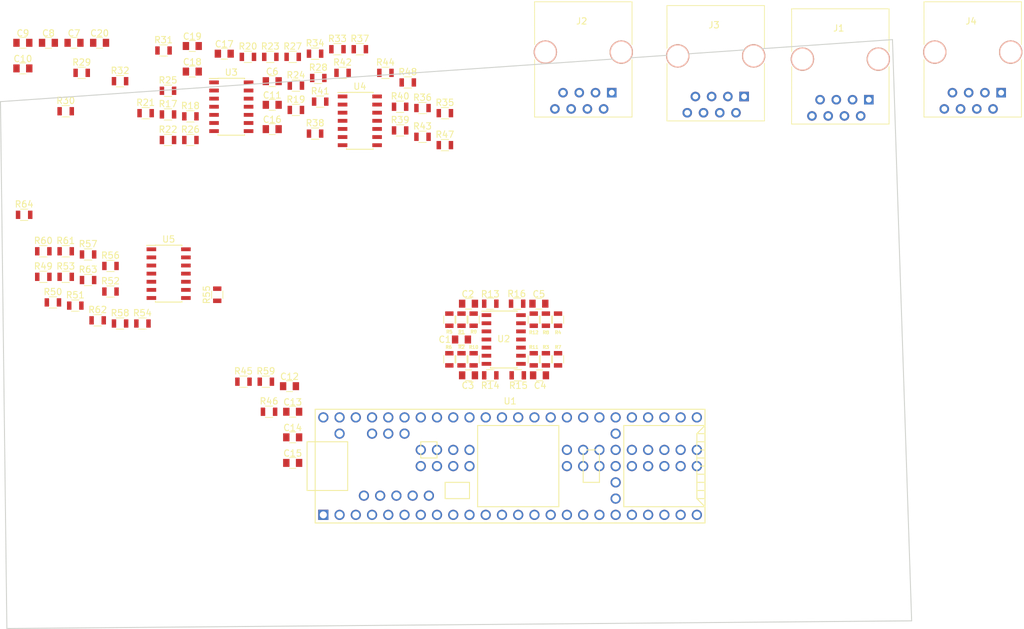
<source format=kicad_pcb>
(kicad_pcb (version 4) (host pcbnew 4.0.7-e2-6376~58~ubuntu17.04.1)

  (general
    (links 199)
    (no_connects 199)
    (area 68.724999 31.952499 232.695835 130.475001)
    (thickness 1.6)
    (drawings 4)
    (tracks 0)
    (zones 0)
    (modules 93)
    (nets 144)
  )

  (page A4)
  (layers
    (0 F.Cu signal)
    (31 B.Cu signal)
    (34 B.Paste user)
    (35 F.Paste user)
    (36 B.SilkS user)
    (37 F.SilkS user)
    (38 B.Mask user)
    (39 F.Mask user)
    (40 Dwgs.User user)
    (41 Cmts.User user)
    (42 Eco1.User user)
    (43 Eco2.User user)
    (44 Edge.Cuts user)
    (45 Margin user)
    (47 F.CrtYd user)
  )

  (setup
    (last_trace_width 0.1525)
    (trace_clearance 0.1525)
    (zone_clearance 0.508)
    (zone_45_only no)
    (trace_min 0.1525)
    (segment_width 0.2)
    (edge_width 0.15)
    (via_size 0.6858)
    (via_drill 0.3302)
    (via_min_size 0.6858)
    (via_min_drill 0.3302)
    (uvia_size 0.6858)
    (uvia_drill 0.3302)
    (uvias_allowed no)
    (uvia_min_size 0)
    (uvia_min_drill 0)
    (pcb_text_width 0.3)
    (pcb_text_size 1.5 1.5)
    (mod_edge_width 0.15)
    (mod_text_size 1 1)
    (mod_text_width 0.15)
    (pad_size 1.524 1.524)
    (pad_drill 0.762)
    (pad_to_mask_clearance 0.2)
    (aux_axis_origin 0 0)
    (visible_elements FFFEF73F)
    (pcbplotparams
      (layerselection 0x00030_80000001)
      (usegerberextensions false)
      (excludeedgelayer true)
      (linewidth 0.100000)
      (plotframeref false)
      (viasonmask false)
      (mode 1)
      (useauxorigin false)
      (hpglpennumber 1)
      (hpglpenspeed 20)
      (hpglpendiameter 15)
      (hpglpenoverlay 2)
      (psnegative false)
      (psa4output false)
      (plotreference true)
      (plotvalue true)
      (plotinvisibletext false)
      (padsonsilk false)
      (subtractmaskfromsilk false)
      (outputformat 1)
      (mirror false)
      (drillshape 1)
      (scaleselection 1)
      (outputdirectory ""))
  )

  (net 0 "")
  (net 1 "Net-(J1-Pad5)")
  (net 2 "Net-(J1-Pad6)")
  (net 3 "Net-(U1-Pad17)")
  (net 4 "Net-(U1-Pad18)")
  (net 5 "Net-(U1-Pad19)")
  (net 6 "Net-(U1-Pad20)")
  (net 7 "Net-(U1-Pad16)")
  (net 8 "Net-(U1-Pad15)")
  (net 9 "Net-(U1-Pad14)")
  (net 10 "Net-(U1-Pad21)")
  (net 11 "Net-(U1-Pad22)")
  (net 12 "Net-(U1-Pad25)")
  (net 13 "Net-(U1-Pad26)")
  (net 14 "Net-(U1-Pad27)")
  (net 15 "Net-(U1-Pad28)")
  (net 16 "Net-(U1-Pad29)")
  (net 17 "Net-(U1-Pad32)")
  (net 18 "Net-(U1-Pad33)")
  (net 19 "Net-(U1-Pad34)")
  (net 20 "Net-(U1-Pad35)")
  (net 21 "Net-(U1-Pad36)")
  (net 22 "Net-(U1-Pad37)")
  (net 23 "Net-(U1-Pad13)")
  (net 24 "Net-(U1-Pad12)")
  (net 25 "Net-(U1-Pad11)")
  (net 26 "Net-(U1-Pad10)")
  (net 27 "Net-(U1-Pad9)")
  (net 28 "Net-(U1-Pad8)")
  (net 29 "Net-(U1-Pad7)")
  (net 30 "Net-(U1-Pad6)")
  (net 31 "Net-(U1-Pad5)")
  (net 32 "Net-(U1-Pad4)")
  (net 33 "Net-(U1-Pad3)")
  (net 34 "Net-(U1-Pad2)")
  (net 35 "Net-(U1-Pad1)")
  (net 36 "Net-(U1-Pad38)")
  (net 37 "Net-(U1-Pad39)")
  (net 38 "Net-(U1-Pad40)")
  (net 39 "Net-(U1-Pad51)")
  (net 40 "Net-(U1-Pad52)")
  (net 41 "Net-(U1-Pad53)")
  (net 42 "Net-(U1-Pad54)")
  (net 43 "Net-(U1-Pad55)")
  (net 44 "Net-(U1-Pad63)")
  (net 45 "Net-(U1-Pad64)")
  (net 46 "Net-(U1-Pad65)")
  (net 47 "Net-(U1-Pad66)")
  (net 48 "Net-(U1-Pad67)")
  (net 49 "Net-(U1-Pad68)")
  (net 50 "Net-(U1-Pad69)")
  (net 51 "Net-(U1-Pad70)")
  (net 52 "Net-(U1-Pad71)")
  (net 53 "Net-(U1-Pad72)")
  (net 54 "Net-(U1-Pad73)")
  (net 55 "Net-(U1-Pad74)")
  (net 56 "Net-(U1-Pad76)")
  (net 57 "Net-(U1-Pad77)")
  (net 58 "Net-(U1-Pad78)")
  (net 59 "Net-(U1-Pad79)")
  (net 60 "Net-(U1-Pad80)")
  (net 61 "Net-(U1-Pad81)")
  (net 62 "Net-(U1-Pad82)")
  (net 63 "Net-(U1-Pad83)")
  (net 64 "Net-(U1-Pad84)")
  (net 65 "Net-(U1-Pad85)")
  (net 66 "Net-(U1-Pad86)")
  (net 67 "Net-(U1-Pad58)")
  (net 68 "Net-(U1-Pad59)")
  (net 69 "Net-(U1-Pad60)")
  (net 70 "Net-(U1-Pad61)")
  (net 71 "Net-(U1-Pad62)")
  (net 72 A0)
  (net 73 A1)
  (net 74 A2)
  (net 75 A3)
  (net 76 GND)
  (net 77 3.3V)
  (net 78 "Net-(R5-Pad1)")
  (net 79 "Net-(R10-Pad2)")
  (net 80 "Net-(R11-Pad2)")
  (net 81 "Net-(R12-Pad2)")
  (net 82 T14)
  (net 83 T15)
  (net 84 T16)
  (net 85 T17)
  (net 86 "Net-(R13-Pad2)")
  (net 87 "Net-(R10-Pad1)")
  (net 88 "Net-(R11-Pad1)")
  (net 89 "Net-(R12-Pad1)")
  (net 90 T18)
  (net 91 T19)
  (net 92 T20)
  (net 93 T21)
  (net 94 T22)
  (net 95 T23)
  (net 96 TA10)
  (net 97 TA11)
  (net 98 T31)
  (net 99 T32)
  (net 100 T33)
  (net 101 T34)
  (net 102 A4)
  (net 103 A5)
  (net 104 A6)
  (net 105 A7)
  (net 106 "Net-(J2-Pad5)")
  (net 107 "Net-(J2-Pad6)")
  (net 108 A8)
  (net 109 A9)
  (net 110 A10)
  (net 111 A11)
  (net 112 "Net-(J3-Pad5)")
  (net 113 "Net-(J3-Pad6)")
  (net 114 A12)
  (net 115 A13)
  (net 116 A14)
  (net 117 A15)
  (net 118 "Net-(J4-Pad5)")
  (net 119 "Net-(J4-Pad6)")
  (net 120 "Net-(R21-Pad1)")
  (net 121 "Net-(R22-Pad1)")
  (net 122 "Net-(R23-Pad1)")
  (net 123 "Net-(R24-Pad1)")
  (net 124 "Net-(R25-Pad1)")
  (net 125 "Net-(R26-Pad1)")
  (net 126 "Net-(R27-Pad1)")
  (net 127 "Net-(R28-Pad1)")
  (net 128 "Net-(R37-Pad1)")
  (net 129 "Net-(R38-Pad1)")
  (net 130 "Net-(R39-Pad1)")
  (net 131 "Net-(R40-Pad1)")
  (net 132 "Net-(R41-Pad1)")
  (net 133 "Net-(R42-Pad1)")
  (net 134 "Net-(R43-Pad1)")
  (net 135 "Net-(R44-Pad1)")
  (net 136 "Net-(R53-Pad1)")
  (net 137 "Net-(R54-Pad1)")
  (net 138 "Net-(R55-Pad1)")
  (net 139 "Net-(R56-Pad1)")
  (net 140 "Net-(R57-Pad1)")
  (net 141 "Net-(R58-Pad1)")
  (net 142 "Net-(R59-Pad1)")
  (net 143 "Net-(R60-Pad1)")

  (net_class Default "This is the default net class."
    (clearance 0.1525)
    (trace_width 0.1525)
    (via_dia 0.6858)
    (via_drill 0.3302)
    (uvia_dia 0.6858)
    (uvia_drill 0.3302)
    (add_net 3.3V)
    (add_net A0)
    (add_net A1)
    (add_net A10)
    (add_net A11)
    (add_net A12)
    (add_net A13)
    (add_net A14)
    (add_net A15)
    (add_net A2)
    (add_net A3)
    (add_net A4)
    (add_net A5)
    (add_net A6)
    (add_net A7)
    (add_net A8)
    (add_net A9)
    (add_net GND)
    (add_net "Net-(J1-Pad5)")
    (add_net "Net-(J1-Pad6)")
    (add_net "Net-(J2-Pad5)")
    (add_net "Net-(J2-Pad6)")
    (add_net "Net-(J3-Pad5)")
    (add_net "Net-(J3-Pad6)")
    (add_net "Net-(J4-Pad5)")
    (add_net "Net-(J4-Pad6)")
    (add_net "Net-(R10-Pad1)")
    (add_net "Net-(R10-Pad2)")
    (add_net "Net-(R11-Pad1)")
    (add_net "Net-(R11-Pad2)")
    (add_net "Net-(R12-Pad1)")
    (add_net "Net-(R12-Pad2)")
    (add_net "Net-(R13-Pad2)")
    (add_net "Net-(R21-Pad1)")
    (add_net "Net-(R22-Pad1)")
    (add_net "Net-(R23-Pad1)")
    (add_net "Net-(R24-Pad1)")
    (add_net "Net-(R25-Pad1)")
    (add_net "Net-(R26-Pad1)")
    (add_net "Net-(R27-Pad1)")
    (add_net "Net-(R28-Pad1)")
    (add_net "Net-(R37-Pad1)")
    (add_net "Net-(R38-Pad1)")
    (add_net "Net-(R39-Pad1)")
    (add_net "Net-(R40-Pad1)")
    (add_net "Net-(R41-Pad1)")
    (add_net "Net-(R42-Pad1)")
    (add_net "Net-(R43-Pad1)")
    (add_net "Net-(R44-Pad1)")
    (add_net "Net-(R5-Pad1)")
    (add_net "Net-(R53-Pad1)")
    (add_net "Net-(R54-Pad1)")
    (add_net "Net-(R55-Pad1)")
    (add_net "Net-(R56-Pad1)")
    (add_net "Net-(R57-Pad1)")
    (add_net "Net-(R58-Pad1)")
    (add_net "Net-(R59-Pad1)")
    (add_net "Net-(R60-Pad1)")
    (add_net "Net-(U1-Pad1)")
    (add_net "Net-(U1-Pad10)")
    (add_net "Net-(U1-Pad11)")
    (add_net "Net-(U1-Pad12)")
    (add_net "Net-(U1-Pad13)")
    (add_net "Net-(U1-Pad14)")
    (add_net "Net-(U1-Pad15)")
    (add_net "Net-(U1-Pad16)")
    (add_net "Net-(U1-Pad17)")
    (add_net "Net-(U1-Pad18)")
    (add_net "Net-(U1-Pad19)")
    (add_net "Net-(U1-Pad2)")
    (add_net "Net-(U1-Pad20)")
    (add_net "Net-(U1-Pad21)")
    (add_net "Net-(U1-Pad22)")
    (add_net "Net-(U1-Pad25)")
    (add_net "Net-(U1-Pad26)")
    (add_net "Net-(U1-Pad27)")
    (add_net "Net-(U1-Pad28)")
    (add_net "Net-(U1-Pad29)")
    (add_net "Net-(U1-Pad3)")
    (add_net "Net-(U1-Pad32)")
    (add_net "Net-(U1-Pad33)")
    (add_net "Net-(U1-Pad34)")
    (add_net "Net-(U1-Pad35)")
    (add_net "Net-(U1-Pad36)")
    (add_net "Net-(U1-Pad37)")
    (add_net "Net-(U1-Pad38)")
    (add_net "Net-(U1-Pad39)")
    (add_net "Net-(U1-Pad4)")
    (add_net "Net-(U1-Pad40)")
    (add_net "Net-(U1-Pad5)")
    (add_net "Net-(U1-Pad51)")
    (add_net "Net-(U1-Pad52)")
    (add_net "Net-(U1-Pad53)")
    (add_net "Net-(U1-Pad54)")
    (add_net "Net-(U1-Pad55)")
    (add_net "Net-(U1-Pad58)")
    (add_net "Net-(U1-Pad59)")
    (add_net "Net-(U1-Pad6)")
    (add_net "Net-(U1-Pad60)")
    (add_net "Net-(U1-Pad61)")
    (add_net "Net-(U1-Pad62)")
    (add_net "Net-(U1-Pad63)")
    (add_net "Net-(U1-Pad64)")
    (add_net "Net-(U1-Pad65)")
    (add_net "Net-(U1-Pad66)")
    (add_net "Net-(U1-Pad67)")
    (add_net "Net-(U1-Pad68)")
    (add_net "Net-(U1-Pad69)")
    (add_net "Net-(U1-Pad7)")
    (add_net "Net-(U1-Pad70)")
    (add_net "Net-(U1-Pad71)")
    (add_net "Net-(U1-Pad72)")
    (add_net "Net-(U1-Pad73)")
    (add_net "Net-(U1-Pad74)")
    (add_net "Net-(U1-Pad76)")
    (add_net "Net-(U1-Pad77)")
    (add_net "Net-(U1-Pad78)")
    (add_net "Net-(U1-Pad79)")
    (add_net "Net-(U1-Pad8)")
    (add_net "Net-(U1-Pad80)")
    (add_net "Net-(U1-Pad81)")
    (add_net "Net-(U1-Pad82)")
    (add_net "Net-(U1-Pad83)")
    (add_net "Net-(U1-Pad84)")
    (add_net "Net-(U1-Pad85)")
    (add_net "Net-(U1-Pad86)")
    (add_net "Net-(U1-Pad9)")
    (add_net T14)
    (add_net T15)
    (add_net T16)
    (add_net T17)
    (add_net T18)
    (add_net T19)
    (add_net T20)
    (add_net T21)
    (add_net T22)
    (add_net T23)
    (add_net T31)
    (add_net T32)
    (add_net T33)
    (add_net T34)
    (add_net TA10)
    (add_net TA11)
  )

  (module Connectors:RJ45_8 (layer F.Cu) (tedit 0) (tstamp 5A3CB931)
    (at 204.6 47.7 180)
    (tags RJ45)
    (path /5A3CEDF9/5A3D0982)
    (fp_text reference J1 (at 4.7 11.18 180) (layer F.SilkS)
      (effects (font (size 1 1) (thickness 0.15)))
    )
    (fp_text value Conn_02x04_Counter_Clockwise (at 4.59 6.25 180) (layer F.Fab)
      (effects (font (size 1 1) (thickness 0.15)))
    )
    (fp_line (start -3.17 14.22) (end 12.07 14.22) (layer F.SilkS) (width 0.12))
    (fp_line (start 12.07 -3.81) (end 12.06 5.18) (layer F.SilkS) (width 0.12))
    (fp_line (start 12.07 -3.81) (end -3.17 -3.81) (layer F.SilkS) (width 0.12))
    (fp_line (start -3.17 -3.81) (end -3.17 5.19) (layer F.SilkS) (width 0.12))
    (fp_line (start 12.06 7.52) (end 12.07 14.22) (layer F.SilkS) (width 0.12))
    (fp_line (start -3.17 7.51) (end -3.17 14.22) (layer F.SilkS) (width 0.12))
    (fp_line (start -3.56 -4.06) (end 12.46 -4.06) (layer F.CrtYd) (width 0.05))
    (fp_line (start -3.56 -4.06) (end -3.56 14.47) (layer F.CrtYd) (width 0.05))
    (fp_line (start 12.46 14.47) (end 12.46 -4.06) (layer F.CrtYd) (width 0.05))
    (fp_line (start 12.46 14.47) (end -3.56 14.47) (layer F.CrtYd) (width 0.05))
    (pad Hole np_thru_hole circle (at 10.38 6.35 180) (size 3.65 3.65) (drill 3.25) (layers *.Cu *.SilkS *.Mask))
    (pad Hole np_thru_hole circle (at -1.49 6.35 180) (size 3.65 3.65) (drill 3.25) (layers *.Cu *.SilkS *.Mask))
    (pad 1 thru_hole rect (at 0 0 180) (size 1.5 1.5) (drill 0.9) (layers *.Cu *.Mask)
      (net 72 A0))
    (pad 2 thru_hole circle (at 1.27 -2.54 180) (size 1.5 1.5) (drill 0.9) (layers *.Cu *.Mask)
      (net 73 A1))
    (pad 3 thru_hole circle (at 2.54 0 180) (size 1.5 1.5) (drill 0.9) (layers *.Cu *.Mask)
      (net 74 A2))
    (pad 4 thru_hole circle (at 3.81 -2.54 180) (size 1.5 1.5) (drill 0.9) (layers *.Cu *.Mask)
      (net 75 A3))
    (pad 5 thru_hole circle (at 5.08 0 180) (size 1.5 1.5) (drill 0.9) (layers *.Cu *.Mask)
      (net 1 "Net-(J1-Pad5)"))
    (pad 6 thru_hole circle (at 6.35 -2.54 180) (size 1.5 1.5) (drill 0.9) (layers *.Cu *.Mask)
      (net 2 "Net-(J1-Pad6)"))
    (pad 7 thru_hole circle (at 7.62 0 180) (size 1.5 1.5) (drill 0.9) (layers *.Cu *.Mask)
      (net 76 GND))
    (pad 8 thru_hole circle (at 8.89 -2.54 180) (size 1.5 1.5) (drill 0.9) (layers *.Cu *.Mask)
      (net 77 3.3V))
    (model ${KISYS3DMOD}/Connectors.3dshapes/RJ45_8.wrl
      (at (xyz 0.18 -0.25 0))
      (scale (xyz 0.4 0.4 0.4))
      (rotate (xyz 0 0 0))
    )
  )

  (module footprints:Teensy35_36 (layer F.Cu) (tedit 58E3CF68) (tstamp 5A3CB9B4)
    (at 148.5011 105.0036)
    (path /5A3BB80A)
    (fp_text reference U1 (at 0 -10.16) (layer F.SilkS)
      (effects (font (size 1 1) (thickness 0.15)))
    )
    (fp_text value Teensy3.6 (at 0 10.16) (layer F.Fab)
      (effects (font (size 1 1) (thickness 0.15)))
    )
    (fp_line (start -13.97 -3.81) (end -13.97 -1.27) (layer F.SilkS) (width 0.15))
    (fp_line (start -13.97 -1.27) (end -11.43 -1.27) (layer F.SilkS) (width 0.15))
    (fp_line (start -11.43 -1.27) (end -11.43 -3.81) (layer F.SilkS) (width 0.15))
    (fp_line (start -11.43 -3.81) (end -13.97 -3.81) (layer F.SilkS) (width 0.15))
    (fp_line (start -6.35 5.08) (end -10.16 5.08) (layer F.SilkS) (width 0.15))
    (fp_line (start -10.16 5.08) (end -10.16 2.54) (layer F.SilkS) (width 0.15))
    (fp_line (start -10.16 2.54) (end -6.35 2.54) (layer F.SilkS) (width 0.15))
    (fp_line (start -6.35 2.54) (end -6.35 5.08) (layer F.SilkS) (width 0.15))
    (fp_line (start 7.62 6.35) (end 7.62 -6.35) (layer F.SilkS) (width 0.15))
    (fp_line (start -5.08 -6.35) (end -5.08 6.35) (layer F.SilkS) (width 0.15))
    (fp_line (start -5.08 6.35) (end 7.62 6.35) (layer F.SilkS) (width 0.15))
    (fp_line (start -5.08 -6.35) (end 7.62 -6.35) (layer F.SilkS) (width 0.15))
    (fp_line (start 29.21 5.08) (end 30.48 5.08) (layer F.SilkS) (width 0.15))
    (fp_line (start 29.21 3.81) (end 30.48 3.81) (layer F.SilkS) (width 0.15))
    (fp_line (start 29.21 2.54) (end 30.48 2.54) (layer F.SilkS) (width 0.15))
    (fp_line (start 29.21 1.27) (end 30.48 1.27) (layer F.SilkS) (width 0.15))
    (fp_line (start 29.21 0) (end 30.48 0) (layer F.SilkS) (width 0.15))
    (fp_line (start 29.21 -1.27) (end 30.48 -1.27) (layer F.SilkS) (width 0.15))
    (fp_line (start 29.21 -2.54) (end 30.48 -2.54) (layer F.SilkS) (width 0.15))
    (fp_line (start 29.21 -3.81) (end 30.48 -3.81) (layer F.SilkS) (width 0.15))
    (fp_line (start 29.21 -5.08) (end 30.48 -5.08) (layer F.SilkS) (width 0.15))
    (fp_line (start 30.48 6.35) (end 29.21 5.08) (layer F.SilkS) (width 0.15))
    (fp_line (start 29.21 5.08) (end 29.21 -5.08) (layer F.SilkS) (width 0.15))
    (fp_line (start 29.21 -5.08) (end 30.48 -6.35) (layer F.SilkS) (width 0.15))
    (fp_line (start 30.48 -6.35) (end 17.78 -6.35) (layer F.SilkS) (width 0.15))
    (fp_line (start 17.78 -6.35) (end 17.78 6.35) (layer F.SilkS) (width 0.15))
    (fp_line (start 17.78 6.35) (end 30.48 6.35) (layer F.SilkS) (width 0.15))
    (fp_line (start 30.48 -8.89) (end -30.48 -8.89) (layer F.SilkS) (width 0.15))
    (fp_line (start -30.48 8.89) (end 30.48 8.89) (layer F.SilkS) (width 0.15))
    (fp_line (start -30.48 3.81) (end -31.75 3.81) (layer F.SilkS) (width 0.15))
    (fp_line (start -31.75 3.81) (end -31.75 -3.81) (layer F.SilkS) (width 0.15))
    (fp_line (start -31.75 -3.81) (end -30.48 -3.81) (layer F.SilkS) (width 0.15))
    (fp_line (start -25.4 3.81) (end -25.4 -3.81) (layer F.SilkS) (width 0.15))
    (fp_line (start -25.4 -3.81) (end -30.48 -3.81) (layer F.SilkS) (width 0.15))
    (fp_line (start -25.4 3.81) (end -30.48 3.81) (layer F.SilkS) (width 0.15))
    (fp_line (start 13.97 -2.54) (end 13.97 2.54) (layer F.SilkS) (width 0.15))
    (fp_line (start 13.97 2.54) (end 11.43 2.54) (layer F.SilkS) (width 0.15))
    (fp_line (start 11.43 2.54) (end 11.43 -2.54) (layer F.SilkS) (width 0.15))
    (fp_line (start 11.43 -2.54) (end 13.97 -2.54) (layer F.SilkS) (width 0.15))
    (fp_line (start 30.48 -8.89) (end 30.48 8.89) (layer F.SilkS) (width 0.15))
    (fp_line (start -30.48 8.89) (end -30.48 -8.89) (layer F.SilkS) (width 0.15))
    (pad 17 thru_hole circle (at 11.43 7.62) (size 1.6 1.6) (drill 1.1) (layers *.Cu *.Mask)
      (net 3 "Net-(U1-Pad17)"))
    (pad 18 thru_hole circle (at 13.97 7.62) (size 1.6 1.6) (drill 1.1) (layers *.Cu *.Mask)
      (net 4 "Net-(U1-Pad18)"))
    (pad 19 thru_hole circle (at 16.51 7.62) (size 1.6 1.6) (drill 1.1) (layers *.Cu *.Mask)
      (net 5 "Net-(U1-Pad19)"))
    (pad 20 thru_hole circle (at 19.05 7.62) (size 1.6 1.6) (drill 1.1) (layers *.Cu *.Mask)
      (net 6 "Net-(U1-Pad20)"))
    (pad 16 thru_hole circle (at 8.89 7.62) (size 1.6 1.6) (drill 1.1) (layers *.Cu *.Mask)
      (net 7 "Net-(U1-Pad16)"))
    (pad 15 thru_hole circle (at 6.35 7.62) (size 1.6 1.6) (drill 1.1) (layers *.Cu *.Mask)
      (net 8 "Net-(U1-Pad15)"))
    (pad 14 thru_hole circle (at 3.81 7.62) (size 1.6 1.6) (drill 1.1) (layers *.Cu *.Mask)
      (net 9 "Net-(U1-Pad14)"))
    (pad 21 thru_hole circle (at 21.59 7.62) (size 1.6 1.6) (drill 1.1) (layers *.Cu *.Mask)
      (net 10 "Net-(U1-Pad21)"))
    (pad 22 thru_hole circle (at 24.13 7.62) (size 1.6 1.6) (drill 1.1) (layers *.Cu *.Mask)
      (net 11 "Net-(U1-Pad22)"))
    (pad 23 thru_hole circle (at 26.67 7.62) (size 1.6 1.6) (drill 1.1) (layers *.Cu *.Mask)
      (net 98 T31))
    (pad 24 thru_hole circle (at 29.21 7.62) (size 1.6 1.6) (drill 1.1) (layers *.Cu *.Mask)
      (net 99 T32))
    (pad 25 thru_hole circle (at 16.51 5.08) (size 1.6 1.6) (drill 1.1) (layers *.Cu *.Mask)
      (net 12 "Net-(U1-Pad25)"))
    (pad 26 thru_hole circle (at 16.51 2.54) (size 1.6 1.6) (drill 1.1) (layers *.Cu *.Mask)
      (net 13 "Net-(U1-Pad26)"))
    (pad 27 thru_hole circle (at 16.51 0) (size 1.6 1.6) (drill 1.1) (layers *.Cu *.Mask)
      (net 14 "Net-(U1-Pad27)"))
    (pad 28 thru_hole circle (at 16.51 -2.54) (size 1.6 1.6) (drill 1.1) (layers *.Cu *.Mask)
      (net 15 "Net-(U1-Pad28)"))
    (pad 29 thru_hole circle (at 16.51 -5.08) (size 1.6 1.6) (drill 1.1) (layers *.Cu *.Mask)
      (net 16 "Net-(U1-Pad29)"))
    (pad 30 thru_hole circle (at 29.21 -7.62) (size 1.6 1.6) (drill 1.1) (layers *.Cu *.Mask)
      (net 100 T33))
    (pad 31 thru_hole circle (at 26.67 -7.62) (size 1.6 1.6) (drill 1.1) (layers *.Cu *.Mask)
      (net 101 T34))
    (pad 32 thru_hole circle (at 24.13 -7.62) (size 1.6 1.6) (drill 1.1) (layers *.Cu *.Mask)
      (net 17 "Net-(U1-Pad32)"))
    (pad 33 thru_hole circle (at 21.59 -7.62) (size 1.6 1.6) (drill 1.1) (layers *.Cu *.Mask)
      (net 18 "Net-(U1-Pad33)"))
    (pad 34 thru_hole circle (at 19.05 -7.62) (size 1.6 1.6) (drill 1.1) (layers *.Cu *.Mask)
      (net 19 "Net-(U1-Pad34)"))
    (pad 35 thru_hole circle (at 16.51 -7.62) (size 1.6 1.6) (drill 1.1) (layers *.Cu *.Mask)
      (net 20 "Net-(U1-Pad35)"))
    (pad 36 thru_hole circle (at 13.97 -7.62) (size 1.6 1.6) (drill 1.1) (layers *.Cu *.Mask)
      (net 21 "Net-(U1-Pad36)"))
    (pad 37 thru_hole circle (at 11.43 -7.62) (size 1.6 1.6) (drill 1.1) (layers *.Cu *.Mask)
      (net 22 "Net-(U1-Pad37)"))
    (pad 13 thru_hole circle (at 1.27 7.62) (size 1.6 1.6) (drill 1.1) (layers *.Cu *.Mask)
      (net 23 "Net-(U1-Pad13)"))
    (pad 12 thru_hole circle (at -1.27 7.62) (size 1.6 1.6) (drill 1.1) (layers *.Cu *.Mask)
      (net 24 "Net-(U1-Pad12)"))
    (pad 11 thru_hole circle (at -3.81 7.62) (size 1.6 1.6) (drill 1.1) (layers *.Cu *.Mask)
      (net 25 "Net-(U1-Pad11)"))
    (pad 10 thru_hole circle (at -6.35 7.62) (size 1.6 1.6) (drill 1.1) (layers *.Cu *.Mask)
      (net 26 "Net-(U1-Pad10)"))
    (pad 9 thru_hole circle (at -8.89 7.62) (size 1.6 1.6) (drill 1.1) (layers *.Cu *.Mask)
      (net 27 "Net-(U1-Pad9)"))
    (pad 8 thru_hole circle (at -11.43 7.62) (size 1.6 1.6) (drill 1.1) (layers *.Cu *.Mask)
      (net 28 "Net-(U1-Pad8)"))
    (pad 7 thru_hole circle (at -13.97 7.62) (size 1.6 1.6) (drill 1.1) (layers *.Cu *.Mask)
      (net 29 "Net-(U1-Pad7)"))
    (pad 6 thru_hole circle (at -16.51 7.62) (size 1.6 1.6) (drill 1.1) (layers *.Cu *.Mask)
      (net 30 "Net-(U1-Pad6)"))
    (pad 5 thru_hole circle (at -19.05 7.62) (size 1.6 1.6) (drill 1.1) (layers *.Cu *.Mask)
      (net 31 "Net-(U1-Pad5)"))
    (pad 4 thru_hole circle (at -21.59 7.62) (size 1.6 1.6) (drill 1.1) (layers *.Cu *.Mask)
      (net 32 "Net-(U1-Pad4)"))
    (pad 3 thru_hole circle (at -24.13 7.62) (size 1.6 1.6) (drill 1.1) (layers *.Cu *.Mask)
      (net 33 "Net-(U1-Pad3)"))
    (pad 2 thru_hole circle (at -26.67 7.62) (size 1.6 1.6) (drill 1.1) (layers *.Cu *.Mask)
      (net 34 "Net-(U1-Pad2)"))
    (pad 1 thru_hole rect (at -29.21 7.62) (size 1.6 1.6) (drill 1.1) (layers *.Cu *.Mask)
      (net 35 "Net-(U1-Pad1)"))
    (pad 38 thru_hole circle (at 8.89 -7.62) (size 1.6 1.6) (drill 1.1) (layers *.Cu *.Mask)
      (net 36 "Net-(U1-Pad38)"))
    (pad 39 thru_hole circle (at 6.35 -7.62) (size 1.6 1.6) (drill 1.1) (layers *.Cu *.Mask)
      (net 37 "Net-(U1-Pad39)"))
    (pad 40 thru_hole circle (at 3.81 -7.62) (size 1.6 1.6) (drill 1.1) (layers *.Cu *.Mask)
      (net 38 "Net-(U1-Pad40)"))
    (pad 41 thru_hole circle (at 1.27 -7.62) (size 1.6 1.6) (drill 1.1) (layers *.Cu *.Mask)
      (net 82 T14))
    (pad 42 thru_hole circle (at -1.27 -7.62) (size 1.6 1.6) (drill 1.1) (layers *.Cu *.Mask)
      (net 83 T15))
    (pad 43 thru_hole circle (at -3.81 -7.62) (size 1.6 1.6) (drill 1.1) (layers *.Cu *.Mask)
      (net 84 T16))
    (pad 44 thru_hole circle (at -6.35 -7.62) (size 1.6 1.6) (drill 1.1) (layers *.Cu *.Mask)
      (net 85 T17))
    (pad 45 thru_hole circle (at -8.89 -7.62) (size 1.6 1.6) (drill 1.1) (layers *.Cu *.Mask)
      (net 90 T18))
    (pad 46 thru_hole circle (at -11.43 -7.62) (size 1.6 1.6) (drill 1.1) (layers *.Cu *.Mask)
      (net 91 T19))
    (pad 47 thru_hole circle (at -13.97 -7.62) (size 1.6 1.6) (drill 1.1) (layers *.Cu *.Mask)
      (net 92 T20))
    (pad 48 thru_hole circle (at -16.51 -7.62) (size 1.6 1.6) (drill 1.1) (layers *.Cu *.Mask)
      (net 93 T21))
    (pad 49 thru_hole circle (at -19.05 -7.62) (size 1.6 1.6) (drill 1.1) (layers *.Cu *.Mask)
      (net 94 T22))
    (pad 50 thru_hole circle (at -21.59 -7.62) (size 1.6 1.6) (drill 1.1) (layers *.Cu *.Mask)
      (net 95 T23))
    (pad 51 thru_hole circle (at -24.13 -7.62) (size 1.6 1.6) (drill 1.1) (layers *.Cu *.Mask)
      (net 39 "Net-(U1-Pad51)"))
    (pad 52 thru_hole circle (at -26.67 -7.62) (size 1.6 1.6) (drill 1.1) (layers *.Cu *.Mask)
      (net 40 "Net-(U1-Pad52)"))
    (pad 53 thru_hole circle (at -29.21 -7.62) (size 1.6 1.6) (drill 1.1) (layers *.Cu *.Mask)
      (net 41 "Net-(U1-Pad53)"))
    (pad 54 thru_hole circle (at -26.67 -5.08) (size 1.6 1.6) (drill 1.1) (layers *.Cu *.Mask)
      (net 42 "Net-(U1-Pad54)"))
    (pad 55 thru_hole circle (at -21.59 -5.08) (size 1.6 1.6) (drill 1.1) (layers *.Cu *.Mask)
      (net 43 "Net-(U1-Pad55)"))
    (pad 56 thru_hole circle (at -19.05 -5.08) (size 1.6 1.6) (drill 1.1) (layers *.Cu *.Mask)
      (net 96 TA10))
    (pad 57 thru_hole circle (at -16.51 -5.08) (size 1.6 1.6) (drill 1.1) (layers *.Cu *.Mask)
      (net 97 TA11))
    (pad 63 thru_hole circle (at -13.97 0) (size 1.6 1.6) (drill 1.1) (layers *.Cu *.Mask)
      (net 44 "Net-(U1-Pad63)"))
    (pad 64 thru_hole circle (at -11.43 0) (size 1.6 1.6) (drill 1.1) (layers *.Cu *.Mask)
      (net 45 "Net-(U1-Pad64)"))
    (pad 65 thru_hole circle (at -8.89 0) (size 1.6 1.6) (drill 1.1) (layers *.Cu *.Mask)
      (net 46 "Net-(U1-Pad65)"))
    (pad 66 thru_hole circle (at -6.35 0) (size 1.6 1.6) (drill 1.1) (layers *.Cu *.Mask)
      (net 47 "Net-(U1-Pad66)"))
    (pad 67 thru_hole circle (at 8.89 0) (size 1.6 1.6) (drill 1.1) (layers *.Cu *.Mask)
      (net 48 "Net-(U1-Pad67)"))
    (pad 68 thru_hole circle (at 11.43 0) (size 1.6 1.6) (drill 1.1) (layers *.Cu *.Mask)
      (net 49 "Net-(U1-Pad68)"))
    (pad 69 thru_hole circle (at 13.97 0) (size 1.6 1.6) (drill 1.1) (layers *.Cu *.Mask)
      (net 50 "Net-(U1-Pad69)"))
    (pad 70 thru_hole circle (at 19.05 0) (size 1.6 1.6) (drill 1.1) (layers *.Cu *.Mask)
      (net 51 "Net-(U1-Pad70)"))
    (pad 71 thru_hole circle (at 21.59 0) (size 1.6 1.6) (drill 1.1) (layers *.Cu *.Mask)
      (net 52 "Net-(U1-Pad71)"))
    (pad 72 thru_hole circle (at 24.13 0) (size 1.6 1.6) (drill 1.1) (layers *.Cu *.Mask)
      (net 53 "Net-(U1-Pad72)"))
    (pad 73 thru_hole circle (at 26.67 0) (size 1.6 1.6) (drill 1.1) (layers *.Cu *.Mask)
      (net 54 "Net-(U1-Pad73)"))
    (pad 74 thru_hole circle (at 29.21 0) (size 1.6 1.6) (drill 1.1) (layers *.Cu *.Mask)
      (net 55 "Net-(U1-Pad74)"))
    (pad 75 thru_hole circle (at 29.21 -2.54) (size 1.6 1.6) (drill 1.1) (layers *.Cu *.Mask)
      (net 77 3.3V))
    (pad 76 thru_hole circle (at 26.67 -2.54) (size 1.6 1.6) (drill 1.1) (layers *.Cu *.Mask)
      (net 56 "Net-(U1-Pad76)"))
    (pad 77 thru_hole circle (at 24.13 -2.54) (size 1.6 1.6) (drill 1.1) (layers *.Cu *.Mask)
      (net 57 "Net-(U1-Pad77)"))
    (pad 78 thru_hole circle (at 21.59 -2.54) (size 1.6 1.6) (drill 1.1) (layers *.Cu *.Mask)
      (net 58 "Net-(U1-Pad78)"))
    (pad 79 thru_hole circle (at 19.05 -2.54) (size 1.6 1.6) (drill 1.1) (layers *.Cu *.Mask)
      (net 59 "Net-(U1-Pad79)"))
    (pad 80 thru_hole circle (at 13.97 -2.54) (size 1.6 1.6) (drill 1.1) (layers *.Cu *.Mask)
      (net 60 "Net-(U1-Pad80)"))
    (pad 81 thru_hole circle (at 11.43 -2.54) (size 1.6 1.6) (drill 1.1) (layers *.Cu *.Mask)
      (net 61 "Net-(U1-Pad81)"))
    (pad 82 thru_hole circle (at 8.89 -2.54) (size 1.6 1.6) (drill 1.1) (layers *.Cu *.Mask)
      (net 62 "Net-(U1-Pad82)"))
    (pad 83 thru_hole circle (at -6.35 -2.54) (size 1.6 1.6) (drill 1.1) (layers *.Cu *.Mask)
      (net 63 "Net-(U1-Pad83)"))
    (pad 84 thru_hole circle (at -8.89 -2.54) (size 1.6 1.6) (drill 1.1) (layers *.Cu *.Mask)
      (net 64 "Net-(U1-Pad84)"))
    (pad 85 thru_hole circle (at -11.43 -2.54) (size 1.6 1.6) (drill 1.1) (layers *.Cu *.Mask)
      (net 65 "Net-(U1-Pad85)"))
    (pad 86 thru_hole circle (at -13.97 -2.54) (size 1.6 1.6) (drill 1.1) (layers *.Cu *.Mask)
      (net 66 "Net-(U1-Pad86)"))
    (pad 58 thru_hole circle (at -22.86 4.62) (size 1.6 1.6) (drill 1.1) (layers *.Cu *.Mask)
      (net 67 "Net-(U1-Pad58)"))
    (pad 59 thru_hole circle (at -20.32 4.62) (size 1.6 1.6) (drill 1.1) (layers *.Cu *.Mask)
      (net 68 "Net-(U1-Pad59)"))
    (pad 60 thru_hole circle (at -17.78 4.62) (size 1.6 1.6) (drill 1.1) (layers *.Cu *.Mask)
      (net 69 "Net-(U1-Pad60)"))
    (pad 61 thru_hole circle (at -15.24 4.62) (size 1.6 1.6) (drill 1.1) (layers *.Cu *.Mask)
      (net 70 "Net-(U1-Pad61)"))
    (pad 62 thru_hole circle (at -12.7 4.62) (size 1.6 1.6) (drill 1.1) (layers *.Cu *.Mask)
      (net 71 "Net-(U1-Pad62)"))
  )

  (module Resistors_SMD:R_0805 (layer F.Cu) (tedit 5A3D1D3B) (tstamp 5A3CE38C)
    (at 139 82.1 270)
    (descr "Resistor SMD 0805, reflow soldering, Vishay (see dcrcw.pdf)")
    (tags "resistor 0805")
    (path /5A3CEDF9/5A3D09D7)
    (attr smd)
    (fp_text reference R1 (at 1.9 -1.9 360) (layer F.SilkS)
      (effects (font (size 0.5 0.5) (thickness 0.125)))
    )
    (fp_text value R (at 0 1.75 270) (layer F.Fab)
      (effects (font (size 1 1) (thickness 0.15)))
    )
    (fp_text user %R (at 0 0 270) (layer F.Fab)
      (effects (font (size 0.5 0.5) (thickness 0.075)))
    )
    (fp_line (start -1 0.62) (end -1 -0.62) (layer F.Fab) (width 0.1))
    (fp_line (start 1 0.62) (end -1 0.62) (layer F.Fab) (width 0.1))
    (fp_line (start 1 -0.62) (end 1 0.62) (layer F.Fab) (width 0.1))
    (fp_line (start -1 -0.62) (end 1 -0.62) (layer F.Fab) (width 0.1))
    (fp_line (start 0.6 0.88) (end -0.6 0.88) (layer F.SilkS) (width 0.12))
    (fp_line (start -0.6 -0.88) (end 0.6 -0.88) (layer F.SilkS) (width 0.12))
    (fp_line (start -1.55 -0.9) (end 1.55 -0.9) (layer F.CrtYd) (width 0.05))
    (fp_line (start -1.55 -0.9) (end -1.55 0.9) (layer F.CrtYd) (width 0.05))
    (fp_line (start 1.55 0.9) (end 1.55 -0.9) (layer F.CrtYd) (width 0.05))
    (fp_line (start 1.55 0.9) (end -1.55 0.9) (layer F.CrtYd) (width 0.05))
    (pad 1 smd rect (at -0.95 0 270) (size 0.7 1.3) (layers F.Cu F.Paste F.Mask)
      (net 76 GND))
    (pad 2 smd rect (at 0.95 0 270) (size 0.7 1.3) (layers F.Cu F.Paste F.Mask)
      (net 72 A0))
    (model ${KISYS3DMOD}/Resistors_SMD.3dshapes/R_0805.wrl
      (at (xyz 0 0 0))
      (scale (xyz 1 1 1))
      (rotate (xyz 0 0 0))
    )
  )

  (module Resistors_SMD:R_0805 (layer F.Cu) (tedit 5A3D1DD5) (tstamp 5A3CE39D)
    (at 140.9 88.3 90)
    (descr "Resistor SMD 0805, reflow soldering, Vishay (see dcrcw.pdf)")
    (tags "resistor 0805")
    (path /5A3CEDF9/5A3D0A0C)
    (attr smd)
    (fp_text reference R2 (at 1.9 0 180) (layer F.SilkS)
      (effects (font (size 0.5 0.5) (thickness 0.125)))
    )
    (fp_text value R (at 0 1.75 90) (layer F.Fab)
      (effects (font (size 1 1) (thickness 0.15)))
    )
    (fp_text user %R (at 0 0 90) (layer F.Fab)
      (effects (font (size 0.5 0.5) (thickness 0.075)))
    )
    (fp_line (start -1 0.62) (end -1 -0.62) (layer F.Fab) (width 0.1))
    (fp_line (start 1 0.62) (end -1 0.62) (layer F.Fab) (width 0.1))
    (fp_line (start 1 -0.62) (end 1 0.62) (layer F.Fab) (width 0.1))
    (fp_line (start -1 -0.62) (end 1 -0.62) (layer F.Fab) (width 0.1))
    (fp_line (start 0.6 0.88) (end -0.6 0.88) (layer F.SilkS) (width 0.12))
    (fp_line (start -0.6 -0.88) (end 0.6 -0.88) (layer F.SilkS) (width 0.12))
    (fp_line (start -1.55 -0.9) (end 1.55 -0.9) (layer F.CrtYd) (width 0.05))
    (fp_line (start -1.55 -0.9) (end -1.55 0.9) (layer F.CrtYd) (width 0.05))
    (fp_line (start 1.55 0.9) (end 1.55 -0.9) (layer F.CrtYd) (width 0.05))
    (fp_line (start 1.55 0.9) (end -1.55 0.9) (layer F.CrtYd) (width 0.05))
    (pad 1 smd rect (at -0.95 0 90) (size 0.7 1.3) (layers F.Cu F.Paste F.Mask)
      (net 76 GND))
    (pad 2 smd rect (at 0.95 0 90) (size 0.7 1.3) (layers F.Cu F.Paste F.Mask)
      (net 73 A1))
    (model ${KISYS3DMOD}/Resistors_SMD.3dshapes/R_0805.wrl
      (at (xyz 0 0 0))
      (scale (xyz 1 1 1))
      (rotate (xyz 0 0 0))
    )
  )

  (module Resistors_SMD:R_0805 (layer F.Cu) (tedit 5A3D1C7C) (tstamp 5A3CE3AE)
    (at 154.1 88.3 90)
    (descr "Resistor SMD 0805, reflow soldering, Vishay (see dcrcw.pdf)")
    (tags "resistor 0805")
    (path /5A3CEDF9/5A3D0A41)
    (attr smd)
    (fp_text reference R3 (at 1.9 0 180) (layer F.SilkS)
      (effects (font (size 0.5 0.5) (thickness 0.125)))
    )
    (fp_text value R (at 0 1.75 90) (layer F.Fab)
      (effects (font (size 1 1) (thickness 0.15)))
    )
    (fp_text user %R (at 0 0 90) (layer F.Fab)
      (effects (font (size 0.5 0.5) (thickness 0.075)))
    )
    (fp_line (start -1 0.62) (end -1 -0.62) (layer F.Fab) (width 0.1))
    (fp_line (start 1 0.62) (end -1 0.62) (layer F.Fab) (width 0.1))
    (fp_line (start 1 -0.62) (end 1 0.62) (layer F.Fab) (width 0.1))
    (fp_line (start -1 -0.62) (end 1 -0.62) (layer F.Fab) (width 0.1))
    (fp_line (start 0.6 0.88) (end -0.6 0.88) (layer F.SilkS) (width 0.12))
    (fp_line (start -0.6 -0.88) (end 0.6 -0.88) (layer F.SilkS) (width 0.12))
    (fp_line (start -1.55 -0.9) (end 1.55 -0.9) (layer F.CrtYd) (width 0.05))
    (fp_line (start -1.55 -0.9) (end -1.55 0.9) (layer F.CrtYd) (width 0.05))
    (fp_line (start 1.55 0.9) (end 1.55 -0.9) (layer F.CrtYd) (width 0.05))
    (fp_line (start 1.55 0.9) (end -1.55 0.9) (layer F.CrtYd) (width 0.05))
    (pad 1 smd rect (at -0.95 0 90) (size 0.7 1.3) (layers F.Cu F.Paste F.Mask)
      (net 76 GND))
    (pad 2 smd rect (at 0.95 0 90) (size 0.7 1.3) (layers F.Cu F.Paste F.Mask)
      (net 74 A2))
    (model ${KISYS3DMOD}/Resistors_SMD.3dshapes/R_0805.wrl
      (at (xyz 0 0 0))
      (scale (xyz 1 1 1))
      (rotate (xyz 0 0 0))
    )
  )

  (module Resistors_SMD:R_0805 (layer F.Cu) (tedit 5A3D1CBE) (tstamp 5A3CE3BF)
    (at 156 82.1 270)
    (descr "Resistor SMD 0805, reflow soldering, Vishay (see dcrcw.pdf)")
    (tags "resistor 0805")
    (path /5A3CEDF9/5A3D0A76)
    (attr smd)
    (fp_text reference R4 (at 2 0 540) (layer F.SilkS)
      (effects (font (size 0.5 0.5) (thickness 0.125)))
    )
    (fp_text value R (at 0 1.75 270) (layer F.Fab)
      (effects (font (size 1 1) (thickness 0.15)))
    )
    (fp_text user %R (at 0 0 270) (layer F.Fab)
      (effects (font (size 0.5 0.5) (thickness 0.075)))
    )
    (fp_line (start -1 0.62) (end -1 -0.62) (layer F.Fab) (width 0.1))
    (fp_line (start 1 0.62) (end -1 0.62) (layer F.Fab) (width 0.1))
    (fp_line (start 1 -0.62) (end 1 0.62) (layer F.Fab) (width 0.1))
    (fp_line (start -1 -0.62) (end 1 -0.62) (layer F.Fab) (width 0.1))
    (fp_line (start 0.6 0.88) (end -0.6 0.88) (layer F.SilkS) (width 0.12))
    (fp_line (start -0.6 -0.88) (end 0.6 -0.88) (layer F.SilkS) (width 0.12))
    (fp_line (start -1.55 -0.9) (end 1.55 -0.9) (layer F.CrtYd) (width 0.05))
    (fp_line (start -1.55 -0.9) (end -1.55 0.9) (layer F.CrtYd) (width 0.05))
    (fp_line (start 1.55 0.9) (end 1.55 -0.9) (layer F.CrtYd) (width 0.05))
    (fp_line (start 1.55 0.9) (end -1.55 0.9) (layer F.CrtYd) (width 0.05))
    (pad 1 smd rect (at -0.95 0 270) (size 0.7 1.3) (layers F.Cu F.Paste F.Mask)
      (net 76 GND))
    (pad 2 smd rect (at 0.95 0 270) (size 0.7 1.3) (layers F.Cu F.Paste F.Mask)
      (net 75 A3))
    (model ${KISYS3DMOD}/Resistors_SMD.3dshapes/R_0805.wrl
      (at (xyz 0 0 0))
      (scale (xyz 1 1 1))
      (rotate (xyz 0 0 0))
    )
  )

  (module Resistors_SMD:R_0805 (layer F.Cu) (tedit 5A3D1D45) (tstamp 5A3CE3D0)
    (at 140.9 82.1 90)
    (descr "Resistor SMD 0805, reflow soldering, Vishay (see dcrcw.pdf)")
    (tags "resistor 0805")
    (path /5A3CEDF9/5A3D09CA)
    (attr smd)
    (fp_text reference R5 (at -1.9 -1.9 180) (layer F.SilkS)
      (effects (font (size 0.5 0.5) (thickness 0.125)))
    )
    (fp_text value R (at 0 1.75 90) (layer F.Fab)
      (effects (font (size 1 1) (thickness 0.15)))
    )
    (fp_text user %R (at 0 0 90) (layer F.Fab)
      (effects (font (size 0.5 0.5) (thickness 0.075)))
    )
    (fp_line (start -1 0.62) (end -1 -0.62) (layer F.Fab) (width 0.1))
    (fp_line (start 1 0.62) (end -1 0.62) (layer F.Fab) (width 0.1))
    (fp_line (start 1 -0.62) (end 1 0.62) (layer F.Fab) (width 0.1))
    (fp_line (start -1 -0.62) (end 1 -0.62) (layer F.Fab) (width 0.1))
    (fp_line (start 0.6 0.88) (end -0.6 0.88) (layer F.SilkS) (width 0.12))
    (fp_line (start -0.6 -0.88) (end 0.6 -0.88) (layer F.SilkS) (width 0.12))
    (fp_line (start -1.55 -0.9) (end 1.55 -0.9) (layer F.CrtYd) (width 0.05))
    (fp_line (start -1.55 -0.9) (end -1.55 0.9) (layer F.CrtYd) (width 0.05))
    (fp_line (start 1.55 0.9) (end 1.55 -0.9) (layer F.CrtYd) (width 0.05))
    (fp_line (start 1.55 0.9) (end -1.55 0.9) (layer F.CrtYd) (width 0.05))
    (pad 1 smd rect (at -0.95 0 90) (size 0.7 1.3) (layers F.Cu F.Paste F.Mask)
      (net 78 "Net-(R5-Pad1)"))
    (pad 2 smd rect (at 0.95 0 90) (size 0.7 1.3) (layers F.Cu F.Paste F.Mask)
      (net 76 GND))
    (model ${KISYS3DMOD}/Resistors_SMD.3dshapes/R_0805.wrl
      (at (xyz 0 0 0))
      (scale (xyz 1 1 1))
      (rotate (xyz 0 0 0))
    )
  )

  (module Resistors_SMD:R_0805 (layer F.Cu) (tedit 5A3D1DDA) (tstamp 5A3CE3E1)
    (at 139 88.3 270)
    (descr "Resistor SMD 0805, reflow soldering, Vishay (see dcrcw.pdf)")
    (tags "resistor 0805")
    (path /5A3CEDF9/5A3D09FF)
    (attr smd)
    (fp_text reference R6 (at -1.9 0.1 360) (layer F.SilkS)
      (effects (font (size 0.5 0.5) (thickness 0.125)))
    )
    (fp_text value R (at 0 1.75 270) (layer F.Fab)
      (effects (font (size 1 1) (thickness 0.15)))
    )
    (fp_text user %R (at 0 0 270) (layer F.Fab)
      (effects (font (size 0.5 0.5) (thickness 0.075)))
    )
    (fp_line (start -1 0.62) (end -1 -0.62) (layer F.Fab) (width 0.1))
    (fp_line (start 1 0.62) (end -1 0.62) (layer F.Fab) (width 0.1))
    (fp_line (start 1 -0.62) (end 1 0.62) (layer F.Fab) (width 0.1))
    (fp_line (start -1 -0.62) (end 1 -0.62) (layer F.Fab) (width 0.1))
    (fp_line (start 0.6 0.88) (end -0.6 0.88) (layer F.SilkS) (width 0.12))
    (fp_line (start -0.6 -0.88) (end 0.6 -0.88) (layer F.SilkS) (width 0.12))
    (fp_line (start -1.55 -0.9) (end 1.55 -0.9) (layer F.CrtYd) (width 0.05))
    (fp_line (start -1.55 -0.9) (end -1.55 0.9) (layer F.CrtYd) (width 0.05))
    (fp_line (start 1.55 0.9) (end 1.55 -0.9) (layer F.CrtYd) (width 0.05))
    (fp_line (start 1.55 0.9) (end -1.55 0.9) (layer F.CrtYd) (width 0.05))
    (pad 1 smd rect (at -0.95 0 270) (size 0.7 1.3) (layers F.Cu F.Paste F.Mask)
      (net 79 "Net-(R10-Pad2)"))
    (pad 2 smd rect (at 0.95 0 270) (size 0.7 1.3) (layers F.Cu F.Paste F.Mask)
      (net 76 GND))
    (model ${KISYS3DMOD}/Resistors_SMD.3dshapes/R_0805.wrl
      (at (xyz 0 0 0))
      (scale (xyz 1 1 1))
      (rotate (xyz 0 0 0))
    )
  )

  (module Resistors_SMD:R_0805 (layer F.Cu) (tedit 5A3D1CAC) (tstamp 5A3CE3F2)
    (at 156 88.3 270)
    (descr "Resistor SMD 0805, reflow soldering, Vishay (see dcrcw.pdf)")
    (tags "resistor 0805")
    (path /5A3CEDF9/5A3D0A34)
    (attr smd)
    (fp_text reference R7 (at -1.9 0 360) (layer F.SilkS)
      (effects (font (size 0.5 0.5) (thickness 0.125)))
    )
    (fp_text value R (at 0 1.75 270) (layer F.Fab)
      (effects (font (size 1 1) (thickness 0.15)))
    )
    (fp_text user %R (at 0 0 270) (layer F.Fab)
      (effects (font (size 0.5 0.5) (thickness 0.075)))
    )
    (fp_line (start -1 0.62) (end -1 -0.62) (layer F.Fab) (width 0.1))
    (fp_line (start 1 0.62) (end -1 0.62) (layer F.Fab) (width 0.1))
    (fp_line (start 1 -0.62) (end 1 0.62) (layer F.Fab) (width 0.1))
    (fp_line (start -1 -0.62) (end 1 -0.62) (layer F.Fab) (width 0.1))
    (fp_line (start 0.6 0.88) (end -0.6 0.88) (layer F.SilkS) (width 0.12))
    (fp_line (start -0.6 -0.88) (end 0.6 -0.88) (layer F.SilkS) (width 0.12))
    (fp_line (start -1.55 -0.9) (end 1.55 -0.9) (layer F.CrtYd) (width 0.05))
    (fp_line (start -1.55 -0.9) (end -1.55 0.9) (layer F.CrtYd) (width 0.05))
    (fp_line (start 1.55 0.9) (end 1.55 -0.9) (layer F.CrtYd) (width 0.05))
    (fp_line (start 1.55 0.9) (end -1.55 0.9) (layer F.CrtYd) (width 0.05))
    (pad 1 smd rect (at -0.95 0 270) (size 0.7 1.3) (layers F.Cu F.Paste F.Mask)
      (net 80 "Net-(R11-Pad2)"))
    (pad 2 smd rect (at 0.95 0 270) (size 0.7 1.3) (layers F.Cu F.Paste F.Mask)
      (net 76 GND))
    (model ${KISYS3DMOD}/Resistors_SMD.3dshapes/R_0805.wrl
      (at (xyz 0 0 0))
      (scale (xyz 1 1 1))
      (rotate (xyz 0 0 0))
    )
  )

  (module Resistors_SMD:R_0805 (layer F.Cu) (tedit 5A3D1CC1) (tstamp 5A3CE403)
    (at 154.1 82.1 90)
    (descr "Resistor SMD 0805, reflow soldering, Vishay (see dcrcw.pdf)")
    (tags "resistor 0805")
    (path /5A3CEDF9/5A3D0A69)
    (attr smd)
    (fp_text reference R8 (at -2 0 180) (layer F.SilkS)
      (effects (font (size 0.5 0.5) (thickness 0.125)))
    )
    (fp_text value R (at 0 1.75 90) (layer F.Fab)
      (effects (font (size 1 1) (thickness 0.15)))
    )
    (fp_text user %R (at 0 0 90) (layer F.Fab)
      (effects (font (size 0.5 0.5) (thickness 0.075)))
    )
    (fp_line (start -1 0.62) (end -1 -0.62) (layer F.Fab) (width 0.1))
    (fp_line (start 1 0.62) (end -1 0.62) (layer F.Fab) (width 0.1))
    (fp_line (start 1 -0.62) (end 1 0.62) (layer F.Fab) (width 0.1))
    (fp_line (start -1 -0.62) (end 1 -0.62) (layer F.Fab) (width 0.1))
    (fp_line (start 0.6 0.88) (end -0.6 0.88) (layer F.SilkS) (width 0.12))
    (fp_line (start -0.6 -0.88) (end 0.6 -0.88) (layer F.SilkS) (width 0.12))
    (fp_line (start -1.55 -0.9) (end 1.55 -0.9) (layer F.CrtYd) (width 0.05))
    (fp_line (start -1.55 -0.9) (end -1.55 0.9) (layer F.CrtYd) (width 0.05))
    (fp_line (start 1.55 0.9) (end 1.55 -0.9) (layer F.CrtYd) (width 0.05))
    (fp_line (start 1.55 0.9) (end -1.55 0.9) (layer F.CrtYd) (width 0.05))
    (pad 1 smd rect (at -0.95 0 90) (size 0.7 1.3) (layers F.Cu F.Paste F.Mask)
      (net 81 "Net-(R12-Pad2)"))
    (pad 2 smd rect (at 0.95 0 90) (size 0.7 1.3) (layers F.Cu F.Paste F.Mask)
      (net 76 GND))
    (model ${KISYS3DMOD}/Resistors_SMD.3dshapes/R_0805.wrl
      (at (xyz 0 0 0))
      (scale (xyz 1 1 1))
      (rotate (xyz 0 0 0))
    )
  )

  (module Resistors_SMD:R_0805 (layer F.Cu) (tedit 5A3D1D40) (tstamp 5A3CE414)
    (at 142.8 82.1 270)
    (descr "Resistor SMD 0805, reflow soldering, Vishay (see dcrcw.pdf)")
    (tags "resistor 0805")
    (path /5A3CEDF9/5A3D09C3)
    (attr smd)
    (fp_text reference R9 (at 1.9 0 360) (layer F.SilkS)
      (effects (font (size 0.5 0.5) (thickness 0.125)))
    )
    (fp_text value R (at 0 1.75 270) (layer F.Fab)
      (effects (font (size 1 1) (thickness 0.15)))
    )
    (fp_text user %R (at 0 0 270) (layer F.Fab)
      (effects (font (size 0.5 0.5) (thickness 0.075)))
    )
    (fp_line (start -1 0.62) (end -1 -0.62) (layer F.Fab) (width 0.1))
    (fp_line (start 1 0.62) (end -1 0.62) (layer F.Fab) (width 0.1))
    (fp_line (start 1 -0.62) (end 1 0.62) (layer F.Fab) (width 0.1))
    (fp_line (start -1 -0.62) (end 1 -0.62) (layer F.Fab) (width 0.1))
    (fp_line (start 0.6 0.88) (end -0.6 0.88) (layer F.SilkS) (width 0.12))
    (fp_line (start -0.6 -0.88) (end 0.6 -0.88) (layer F.SilkS) (width 0.12))
    (fp_line (start -1.55 -0.9) (end 1.55 -0.9) (layer F.CrtYd) (width 0.05))
    (fp_line (start -1.55 -0.9) (end -1.55 0.9) (layer F.CrtYd) (width 0.05))
    (fp_line (start 1.55 0.9) (end 1.55 -0.9) (layer F.CrtYd) (width 0.05))
    (fp_line (start 1.55 0.9) (end -1.55 0.9) (layer F.CrtYd) (width 0.05))
    (pad 1 smd rect (at -0.95 0 270) (size 0.7 1.3) (layers F.Cu F.Paste F.Mask)
      (net 86 "Net-(R13-Pad2)"))
    (pad 2 smd rect (at 0.95 0 270) (size 0.7 1.3) (layers F.Cu F.Paste F.Mask)
      (net 78 "Net-(R5-Pad1)"))
    (model ${KISYS3DMOD}/Resistors_SMD.3dshapes/R_0805.wrl
      (at (xyz 0 0 0))
      (scale (xyz 1 1 1))
      (rotate (xyz 0 0 0))
    )
  )

  (module Resistors_SMD:R_0805 (layer F.Cu) (tedit 5A3D1DCD) (tstamp 5A3CE425)
    (at 142.8 88.3 90)
    (descr "Resistor SMD 0805, reflow soldering, Vishay (see dcrcw.pdf)")
    (tags "resistor 0805")
    (path /5A3CEDF9/5A3D09F8)
    (attr smd)
    (fp_text reference R10 (at 1.9 0 180) (layer F.SilkS)
      (effects (font (size 0.5 0.5) (thickness 0.125)))
    )
    (fp_text value R (at 0 1.75 90) (layer F.Fab)
      (effects (font (size 1 1) (thickness 0.15)))
    )
    (fp_text user %R (at 0 0 90) (layer F.Fab)
      (effects (font (size 0.5 0.5) (thickness 0.075)))
    )
    (fp_line (start -1 0.62) (end -1 -0.62) (layer F.Fab) (width 0.1))
    (fp_line (start 1 0.62) (end -1 0.62) (layer F.Fab) (width 0.1))
    (fp_line (start 1 -0.62) (end 1 0.62) (layer F.Fab) (width 0.1))
    (fp_line (start -1 -0.62) (end 1 -0.62) (layer F.Fab) (width 0.1))
    (fp_line (start 0.6 0.88) (end -0.6 0.88) (layer F.SilkS) (width 0.12))
    (fp_line (start -0.6 -0.88) (end 0.6 -0.88) (layer F.SilkS) (width 0.12))
    (fp_line (start -1.55 -0.9) (end 1.55 -0.9) (layer F.CrtYd) (width 0.05))
    (fp_line (start -1.55 -0.9) (end -1.55 0.9) (layer F.CrtYd) (width 0.05))
    (fp_line (start 1.55 0.9) (end 1.55 -0.9) (layer F.CrtYd) (width 0.05))
    (fp_line (start 1.55 0.9) (end -1.55 0.9) (layer F.CrtYd) (width 0.05))
    (pad 1 smd rect (at -0.95 0 90) (size 0.7 1.3) (layers F.Cu F.Paste F.Mask)
      (net 87 "Net-(R10-Pad1)"))
    (pad 2 smd rect (at 0.95 0 90) (size 0.7 1.3) (layers F.Cu F.Paste F.Mask)
      (net 79 "Net-(R10-Pad2)"))
    (model ${KISYS3DMOD}/Resistors_SMD.3dshapes/R_0805.wrl
      (at (xyz 0 0 0))
      (scale (xyz 1 1 1))
      (rotate (xyz 0 0 0))
    )
  )

  (module Resistors_SMD:R_0805 (layer F.Cu) (tedit 5A3D1C35) (tstamp 5A3CE436)
    (at 152.2 88.3 90)
    (descr "Resistor SMD 0805, reflow soldering, Vishay (see dcrcw.pdf)")
    (tags "resistor 0805")
    (path /5A3CEDF9/5A3D0A2D)
    (attr smd)
    (fp_text reference R11 (at 1.9 0 180) (layer F.SilkS)
      (effects (font (size 0.5 0.5) (thickness 0.125)))
    )
    (fp_text value R (at 0 1.75 90) (layer F.Fab)
      (effects (font (size 1 1) (thickness 0.15)))
    )
    (fp_text user %R (at 0 0 90) (layer F.Fab)
      (effects (font (size 0.5 0.5) (thickness 0.075)))
    )
    (fp_line (start -1 0.62) (end -1 -0.62) (layer F.Fab) (width 0.1))
    (fp_line (start 1 0.62) (end -1 0.62) (layer F.Fab) (width 0.1))
    (fp_line (start 1 -0.62) (end 1 0.62) (layer F.Fab) (width 0.1))
    (fp_line (start -1 -0.62) (end 1 -0.62) (layer F.Fab) (width 0.1))
    (fp_line (start 0.6 0.88) (end -0.6 0.88) (layer F.SilkS) (width 0.12))
    (fp_line (start -0.6 -0.88) (end 0.6 -0.88) (layer F.SilkS) (width 0.12))
    (fp_line (start -1.55 -0.9) (end 1.55 -0.9) (layer F.CrtYd) (width 0.05))
    (fp_line (start -1.55 -0.9) (end -1.55 0.9) (layer F.CrtYd) (width 0.05))
    (fp_line (start 1.55 0.9) (end 1.55 -0.9) (layer F.CrtYd) (width 0.05))
    (fp_line (start 1.55 0.9) (end -1.55 0.9) (layer F.CrtYd) (width 0.05))
    (pad 1 smd rect (at -0.95 0 90) (size 0.7 1.3) (layers F.Cu F.Paste F.Mask)
      (net 88 "Net-(R11-Pad1)"))
    (pad 2 smd rect (at 0.95 0 90) (size 0.7 1.3) (layers F.Cu F.Paste F.Mask)
      (net 80 "Net-(R11-Pad2)"))
    (model ${KISYS3DMOD}/Resistors_SMD.3dshapes/R_0805.wrl
      (at (xyz 0 0 0))
      (scale (xyz 1 1 1))
      (rotate (xyz 0 0 0))
    )
  )

  (module Resistors_SMD:R_0805 (layer F.Cu) (tedit 5A3D1C3B) (tstamp 5A3CE447)
    (at 152.2 82.1 270)
    (descr "Resistor SMD 0805, reflow soldering, Vishay (see dcrcw.pdf)")
    (tags "resistor 0805")
    (path /5A3CEDF9/5A3D0A62)
    (attr smd)
    (fp_text reference R12 (at 2 0 360) (layer F.SilkS)
      (effects (font (size 0.5 0.5) (thickness 0.125)))
    )
    (fp_text value R (at 0 1.75 270) (layer F.Fab)
      (effects (font (size 1 1) (thickness 0.15)))
    )
    (fp_text user %R (at 0 0 270) (layer F.Fab)
      (effects (font (size 0.5 0.5) (thickness 0.075)))
    )
    (fp_line (start -1 0.62) (end -1 -0.62) (layer F.Fab) (width 0.1))
    (fp_line (start 1 0.62) (end -1 0.62) (layer F.Fab) (width 0.1))
    (fp_line (start 1 -0.62) (end 1 0.62) (layer F.Fab) (width 0.1))
    (fp_line (start -1 -0.62) (end 1 -0.62) (layer F.Fab) (width 0.1))
    (fp_line (start 0.6 0.88) (end -0.6 0.88) (layer F.SilkS) (width 0.12))
    (fp_line (start -0.6 -0.88) (end 0.6 -0.88) (layer F.SilkS) (width 0.12))
    (fp_line (start -1.55 -0.9) (end 1.55 -0.9) (layer F.CrtYd) (width 0.05))
    (fp_line (start -1.55 -0.9) (end -1.55 0.9) (layer F.CrtYd) (width 0.05))
    (fp_line (start 1.55 0.9) (end 1.55 -0.9) (layer F.CrtYd) (width 0.05))
    (fp_line (start 1.55 0.9) (end -1.55 0.9) (layer F.CrtYd) (width 0.05))
    (pad 1 smd rect (at -0.95 0 270) (size 0.7 1.3) (layers F.Cu F.Paste F.Mask)
      (net 89 "Net-(R12-Pad1)"))
    (pad 2 smd rect (at 0.95 0 270) (size 0.7 1.3) (layers F.Cu F.Paste F.Mask)
      (net 81 "Net-(R12-Pad2)"))
    (model ${KISYS3DMOD}/Resistors_SMD.3dshapes/R_0805.wrl
      (at (xyz 0 0 0))
      (scale (xyz 1 1 1))
      (rotate (xyz 0 0 0))
    )
  )

  (module Housings_SOIC:SOIC-14_3.9x8.7mm_Pitch1.27mm (layer F.Cu) (tedit 5A3D2A92) (tstamp 5A3CE46A)
    (at 147.5 85.2)
    (descr "14-Lead Plastic Small Outline (SL) - Narrow, 3.90 mm Body [SOIC] (see Microchip Packaging Specification 00000049BS.pdf)")
    (tags "SOIC 1.27")
    (path /5A3CEDF9/5A3D0989)
    (attr smd)
    (fp_text reference U2 (at 0 -0.1) (layer F.SilkS)
      (effects (font (size 1 1) (thickness 0.15)))
    )
    (fp_text value OPA4340UA (at -0.15 0.08 90) (layer F.Fab)
      (effects (font (size 1 1) (thickness 0.15)))
    )
    (fp_text user %R (at 0 0) (layer F.Fab)
      (effects (font (size 0.9 0.9) (thickness 0.135)))
    )
    (fp_line (start -0.95 -4.35) (end 1.95 -4.35) (layer F.Fab) (width 0.15))
    (fp_line (start 1.95 -4.35) (end 1.95 4.35) (layer F.Fab) (width 0.15))
    (fp_line (start 1.95 4.35) (end -1.95 4.35) (layer F.Fab) (width 0.15))
    (fp_line (start -1.95 4.35) (end -1.95 -3.35) (layer F.Fab) (width 0.15))
    (fp_line (start -1.95 -3.35) (end -0.95 -4.35) (layer F.Fab) (width 0.15))
    (fp_line (start -3.7 -4.65) (end -3.7 4.65) (layer F.CrtYd) (width 0.05))
    (fp_line (start 3.7 -4.65) (end 3.7 4.65) (layer F.CrtYd) (width 0.05))
    (fp_line (start -3.7 -4.65) (end 3.7 -4.65) (layer F.CrtYd) (width 0.05))
    (fp_line (start -3.7 4.65) (end 3.7 4.65) (layer F.CrtYd) (width 0.05))
    (fp_line (start -2.075 -4.45) (end -2.075 -4.425) (layer F.SilkS) (width 0.15))
    (fp_line (start 2.075 -4.45) (end 2.075 -4.335) (layer F.SilkS) (width 0.15))
    (fp_line (start 2.075 4.45) (end 2.075 4.335) (layer F.SilkS) (width 0.15))
    (fp_line (start -2.075 4.45) (end -2.075 4.335) (layer F.SilkS) (width 0.15))
    (fp_line (start -2.075 -4.45) (end 2.075 -4.45) (layer F.SilkS) (width 0.15))
    (fp_line (start -2.075 4.45) (end 2.075 4.45) (layer F.SilkS) (width 0.15))
    (fp_line (start -2.075 -4.425) (end -3.45 -4.425) (layer F.SilkS) (width 0.15))
    (pad 1 smd rect (at -2.7 -3.81) (size 1.5 0.6) (layers F.Cu F.Paste F.Mask)
      (net 86 "Net-(R13-Pad2)"))
    (pad 2 smd rect (at -2.7 -2.54) (size 1.5 0.6) (layers F.Cu F.Paste F.Mask)
      (net 78 "Net-(R5-Pad1)"))
    (pad 3 smd rect (at -2.7 -1.27) (size 1.5 0.6) (layers F.Cu F.Paste F.Mask)
      (net 72 A0))
    (pad 4 smd rect (at -2.7 0) (size 1.5 0.6) (layers F.Cu F.Paste F.Mask)
      (net 77 3.3V))
    (pad 5 smd rect (at -2.7 1.27) (size 1.5 0.6) (layers F.Cu F.Paste F.Mask)
      (net 73 A1))
    (pad 6 smd rect (at -2.7 2.54) (size 1.5 0.6) (layers F.Cu F.Paste F.Mask)
      (net 79 "Net-(R10-Pad2)"))
    (pad 7 smd rect (at -2.7 3.81) (size 1.5 0.6) (layers F.Cu F.Paste F.Mask)
      (net 87 "Net-(R10-Pad1)"))
    (pad 8 smd rect (at 2.7 3.81) (size 1.5 0.6) (layers F.Cu F.Paste F.Mask)
      (net 88 "Net-(R11-Pad1)"))
    (pad 9 smd rect (at 2.7 2.54) (size 1.5 0.6) (layers F.Cu F.Paste F.Mask)
      (net 80 "Net-(R11-Pad2)"))
    (pad 10 smd rect (at 2.7 1.27) (size 1.5 0.6) (layers F.Cu F.Paste F.Mask)
      (net 74 A2))
    (pad 11 smd rect (at 2.7 0) (size 1.5 0.6) (layers F.Cu F.Paste F.Mask)
      (net 76 GND))
    (pad 12 smd rect (at 2.7 -1.27) (size 1.5 0.6) (layers F.Cu F.Paste F.Mask)
      (net 75 A3))
    (pad 13 smd rect (at 2.7 -2.54) (size 1.5 0.6) (layers F.Cu F.Paste F.Mask)
      (net 81 "Net-(R12-Pad2)"))
    (pad 14 smd rect (at 2.7 -3.81) (size 1.5 0.6) (layers F.Cu F.Paste F.Mask)
      (net 89 "Net-(R12-Pad1)"))
    (model ${KISYS3DMOD}/Housings_SOIC.3dshapes/SOIC-14_3.9x8.7mm_Pitch1.27mm.wrl
      (at (xyz 0 0 0))
      (scale (xyz 1 1 1))
      (rotate (xyz 0 0 0))
    )
  )

  (module Capacitors_SMD:C_0805 (layer F.Cu) (tedit 5A3D1DEE) (tstamp 5A3D1812)
    (at 140.9 85.2 180)
    (descr "Capacitor SMD 0805, reflow soldering, AVX (see smccp.pdf)")
    (tags "capacitor 0805")
    (path /5A3CEDF9/5A3D08EE)
    (attr smd)
    (fp_text reference C1 (at 2.6 0 180) (layer F.SilkS)
      (effects (font (size 1 1) (thickness 0.15)))
    )
    (fp_text value C (at 0 1.75 180) (layer F.Fab)
      (effects (font (size 1 1) (thickness 0.15)))
    )
    (fp_text user %R (at 0 -1.5 180) (layer F.Fab)
      (effects (font (size 1 1) (thickness 0.15)))
    )
    (fp_line (start -1 0.62) (end -1 -0.62) (layer F.Fab) (width 0.1))
    (fp_line (start 1 0.62) (end -1 0.62) (layer F.Fab) (width 0.1))
    (fp_line (start 1 -0.62) (end 1 0.62) (layer F.Fab) (width 0.1))
    (fp_line (start -1 -0.62) (end 1 -0.62) (layer F.Fab) (width 0.1))
    (fp_line (start 0.5 -0.85) (end -0.5 -0.85) (layer F.SilkS) (width 0.12))
    (fp_line (start -0.5 0.85) (end 0.5 0.85) (layer F.SilkS) (width 0.12))
    (fp_line (start -1.75 -0.88) (end 1.75 -0.88) (layer F.CrtYd) (width 0.05))
    (fp_line (start -1.75 -0.88) (end -1.75 0.87) (layer F.CrtYd) (width 0.05))
    (fp_line (start 1.75 0.87) (end 1.75 -0.88) (layer F.CrtYd) (width 0.05))
    (fp_line (start 1.75 0.87) (end -1.75 0.87) (layer F.CrtYd) (width 0.05))
    (pad 1 smd rect (at -1 0 180) (size 1 1.25) (layers F.Cu F.Paste F.Mask)
      (net 77 3.3V))
    (pad 2 smd rect (at 1 0 180) (size 1 1.25) (layers F.Cu F.Paste F.Mask)
      (net 76 GND))
    (model Capacitors_SMD.3dshapes/C_0805.wrl
      (at (xyz 0 0 0))
      (scale (xyz 1 1 1))
      (rotate (xyz 0 0 0))
    )
  )

  (module Capacitors_SMD:C_0805 (layer F.Cu) (tedit 5A3D1D5D) (tstamp 5A3D1823)
    (at 142 79.6 180)
    (descr "Capacitor SMD 0805, reflow soldering, AVX (see smccp.pdf)")
    (tags "capacitor 0805")
    (path /5A3CEDF9/5A3D0673)
    (attr smd)
    (fp_text reference C2 (at 0.1 1.5 180) (layer F.SilkS)
      (effects (font (size 1 1) (thickness 0.15)))
    )
    (fp_text value C (at 0 1.75 180) (layer F.Fab)
      (effects (font (size 1 1) (thickness 0.15)))
    )
    (fp_text user %R (at 0 -1.5 180) (layer F.Fab)
      (effects (font (size 1 1) (thickness 0.15)))
    )
    (fp_line (start -1 0.62) (end -1 -0.62) (layer F.Fab) (width 0.1))
    (fp_line (start 1 0.62) (end -1 0.62) (layer F.Fab) (width 0.1))
    (fp_line (start 1 -0.62) (end 1 0.62) (layer F.Fab) (width 0.1))
    (fp_line (start -1 -0.62) (end 1 -0.62) (layer F.Fab) (width 0.1))
    (fp_line (start 0.5 -0.85) (end -0.5 -0.85) (layer F.SilkS) (width 0.12))
    (fp_line (start -0.5 0.85) (end 0.5 0.85) (layer F.SilkS) (width 0.12))
    (fp_line (start -1.75 -0.88) (end 1.75 -0.88) (layer F.CrtYd) (width 0.05))
    (fp_line (start -1.75 -0.88) (end -1.75 0.87) (layer F.CrtYd) (width 0.05))
    (fp_line (start 1.75 0.87) (end 1.75 -0.88) (layer F.CrtYd) (width 0.05))
    (fp_line (start 1.75 0.87) (end -1.75 0.87) (layer F.CrtYd) (width 0.05))
    (pad 1 smd rect (at -1 0 180) (size 1 1.25) (layers F.Cu F.Paste F.Mask)
      (net 82 T14))
    (pad 2 smd rect (at 1 0 180) (size 1 1.25) (layers F.Cu F.Paste F.Mask)
      (net 76 GND))
    (model Capacitors_SMD.3dshapes/C_0805.wrl
      (at (xyz 0 0 0))
      (scale (xyz 1 1 1))
      (rotate (xyz 0 0 0))
    )
  )

  (module Capacitors_SMD:C_0805 (layer F.Cu) (tedit 5A3D2A86) (tstamp 5A3D1834)
    (at 142 90.8 180)
    (descr "Capacitor SMD 0805, reflow soldering, AVX (see smccp.pdf)")
    (tags "capacitor 0805")
    (path /5A3CEDF9/5A3D1619)
    (attr smd)
    (fp_text reference C3 (at 0.1 -1.6 180) (layer F.SilkS)
      (effects (font (size 1 1) (thickness 0.15)))
    )
    (fp_text value C (at 0 1.75 180) (layer F.Fab)
      (effects (font (size 1 1) (thickness 0.15)))
    )
    (fp_text user %R (at 0 -1.5 180) (layer F.Fab)
      (effects (font (size 1 1) (thickness 0.15)))
    )
    (fp_line (start -1 0.62) (end -1 -0.62) (layer F.Fab) (width 0.1))
    (fp_line (start 1 0.62) (end -1 0.62) (layer F.Fab) (width 0.1))
    (fp_line (start 1 -0.62) (end 1 0.62) (layer F.Fab) (width 0.1))
    (fp_line (start -1 -0.62) (end 1 -0.62) (layer F.Fab) (width 0.1))
    (fp_line (start 0.5 -0.85) (end -0.5 -0.85) (layer F.SilkS) (width 0.12))
    (fp_line (start -0.5 0.85) (end 0.5 0.85) (layer F.SilkS) (width 0.12))
    (fp_line (start -1.75 -0.88) (end 1.75 -0.88) (layer F.CrtYd) (width 0.05))
    (fp_line (start -1.75 -0.88) (end -1.75 0.87) (layer F.CrtYd) (width 0.05))
    (fp_line (start 1.75 0.87) (end 1.75 -0.88) (layer F.CrtYd) (width 0.05))
    (fp_line (start 1.75 0.87) (end -1.75 0.87) (layer F.CrtYd) (width 0.05))
    (pad 1 smd rect (at -1 0 180) (size 1 1.25) (layers F.Cu F.Paste F.Mask)
      (net 83 T15))
    (pad 2 smd rect (at 1 0 180) (size 1 1.25) (layers F.Cu F.Paste F.Mask)
      (net 76 GND))
    (model Capacitors_SMD.3dshapes/C_0805.wrl
      (at (xyz 0 0 0))
      (scale (xyz 1 1 1))
      (rotate (xyz 0 0 0))
    )
  )

  (module Capacitors_SMD:C_0805 (layer F.Cu) (tedit 5A3D1AA7) (tstamp 5A3D1845)
    (at 153.1 90.8)
    (descr "Capacitor SMD 0805, reflow soldering, AVX (see smccp.pdf)")
    (tags "capacitor 0805")
    (path /5A3CEDF9/5A3D19AE)
    (attr smd)
    (fp_text reference C4 (at 0.1 1.6) (layer F.SilkS)
      (effects (font (size 1 1) (thickness 0.15)))
    )
    (fp_text value C (at 0 1.75) (layer F.Fab)
      (effects (font (size 1 1) (thickness 0.15)))
    )
    (fp_text user %R (at 0 -1.5) (layer F.Fab)
      (effects (font (size 1 1) (thickness 0.15)))
    )
    (fp_line (start -1 0.62) (end -1 -0.62) (layer F.Fab) (width 0.1))
    (fp_line (start 1 0.62) (end -1 0.62) (layer F.Fab) (width 0.1))
    (fp_line (start 1 -0.62) (end 1 0.62) (layer F.Fab) (width 0.1))
    (fp_line (start -1 -0.62) (end 1 -0.62) (layer F.Fab) (width 0.1))
    (fp_line (start 0.5 -0.85) (end -0.5 -0.85) (layer F.SilkS) (width 0.12))
    (fp_line (start -0.5 0.85) (end 0.5 0.85) (layer F.SilkS) (width 0.12))
    (fp_line (start -1.75 -0.88) (end 1.75 -0.88) (layer F.CrtYd) (width 0.05))
    (fp_line (start -1.75 -0.88) (end -1.75 0.87) (layer F.CrtYd) (width 0.05))
    (fp_line (start 1.75 0.87) (end 1.75 -0.88) (layer F.CrtYd) (width 0.05))
    (fp_line (start 1.75 0.87) (end -1.75 0.87) (layer F.CrtYd) (width 0.05))
    (pad 1 smd rect (at -1 0) (size 1 1.25) (layers F.Cu F.Paste F.Mask)
      (net 84 T16))
    (pad 2 smd rect (at 1 0) (size 1 1.25) (layers F.Cu F.Paste F.Mask)
      (net 76 GND))
    (model Capacitors_SMD.3dshapes/C_0805.wrl
      (at (xyz 0 0 0))
      (scale (xyz 1 1 1))
      (rotate (xyz 0 0 0))
    )
  )

  (module Capacitors_SMD:C_0805 (layer F.Cu) (tedit 58AA8463) (tstamp 5A3D1856)
    (at 153 79.6)
    (descr "Capacitor SMD 0805, reflow soldering, AVX (see smccp.pdf)")
    (tags "capacitor 0805")
    (path /5A3CEDF9/5A3D1B05)
    (attr smd)
    (fp_text reference C5 (at 0 -1.5) (layer F.SilkS)
      (effects (font (size 1 1) (thickness 0.15)))
    )
    (fp_text value C (at 0 1.75) (layer F.Fab)
      (effects (font (size 1 1) (thickness 0.15)))
    )
    (fp_text user %R (at 0 -1.5) (layer F.Fab)
      (effects (font (size 1 1) (thickness 0.15)))
    )
    (fp_line (start -1 0.62) (end -1 -0.62) (layer F.Fab) (width 0.1))
    (fp_line (start 1 0.62) (end -1 0.62) (layer F.Fab) (width 0.1))
    (fp_line (start 1 -0.62) (end 1 0.62) (layer F.Fab) (width 0.1))
    (fp_line (start -1 -0.62) (end 1 -0.62) (layer F.Fab) (width 0.1))
    (fp_line (start 0.5 -0.85) (end -0.5 -0.85) (layer F.SilkS) (width 0.12))
    (fp_line (start -0.5 0.85) (end 0.5 0.85) (layer F.SilkS) (width 0.12))
    (fp_line (start -1.75 -0.88) (end 1.75 -0.88) (layer F.CrtYd) (width 0.05))
    (fp_line (start -1.75 -0.88) (end -1.75 0.87) (layer F.CrtYd) (width 0.05))
    (fp_line (start 1.75 0.87) (end 1.75 -0.88) (layer F.CrtYd) (width 0.05))
    (fp_line (start 1.75 0.87) (end -1.75 0.87) (layer F.CrtYd) (width 0.05))
    (pad 1 smd rect (at -1 0) (size 1 1.25) (layers F.Cu F.Paste F.Mask)
      (net 85 T17))
    (pad 2 smd rect (at 1 0) (size 1 1.25) (layers F.Cu F.Paste F.Mask)
      (net 76 GND))
    (model Capacitors_SMD.3dshapes/C_0805.wrl
      (at (xyz 0 0 0))
      (scale (xyz 1 1 1))
      (rotate (xyz 0 0 0))
    )
  )

  (module Resistors_SMD:R_0805 (layer F.Cu) (tedit 5A3D1D59) (tstamp 5A3D1867)
    (at 145.4 79.6)
    (descr "Resistor SMD 0805, reflow soldering, Vishay (see dcrcw.pdf)")
    (tags "resistor 0805")
    (path /5A3CEDF9/5A3D0615)
    (attr smd)
    (fp_text reference R13 (at 0 -1.5) (layer F.SilkS)
      (effects (font (size 1 1) (thickness 0.15)))
    )
    (fp_text value R (at 0 1.75) (layer F.Fab)
      (effects (font (size 1 1) (thickness 0.15)))
    )
    (fp_text user %R (at 0 0) (layer F.Fab)
      (effects (font (size 0.5 0.5) (thickness 0.075)))
    )
    (fp_line (start -1 0.62) (end -1 -0.62) (layer F.Fab) (width 0.1))
    (fp_line (start 1 0.62) (end -1 0.62) (layer F.Fab) (width 0.1))
    (fp_line (start 1 -0.62) (end 1 0.62) (layer F.Fab) (width 0.1))
    (fp_line (start -1 -0.62) (end 1 -0.62) (layer F.Fab) (width 0.1))
    (fp_line (start 0.6 0.88) (end -0.6 0.88) (layer F.SilkS) (width 0.12))
    (fp_line (start -0.6 -0.88) (end 0.6 -0.88) (layer F.SilkS) (width 0.12))
    (fp_line (start -1.55 -0.9) (end 1.55 -0.9) (layer F.CrtYd) (width 0.05))
    (fp_line (start -1.55 -0.9) (end -1.55 0.9) (layer F.CrtYd) (width 0.05))
    (fp_line (start 1.55 0.9) (end 1.55 -0.9) (layer F.CrtYd) (width 0.05))
    (fp_line (start 1.55 0.9) (end -1.55 0.9) (layer F.CrtYd) (width 0.05))
    (pad 1 smd rect (at -0.95 0) (size 0.7 1.3) (layers F.Cu F.Paste F.Mask)
      (net 82 T14))
    (pad 2 smd rect (at 0.95 0) (size 0.7 1.3) (layers F.Cu F.Paste F.Mask)
      (net 86 "Net-(R13-Pad2)"))
    (model ${KISYS3DMOD}/Resistors_SMD.3dshapes/R_0805.wrl
      (at (xyz 0 0 0))
      (scale (xyz 1 1 1))
      (rotate (xyz 0 0 0))
    )
  )

  (module Resistors_SMD:R_0805 (layer F.Cu) (tedit 5A3D2A88) (tstamp 5A3D1878)
    (at 145.4 90.8)
    (descr "Resistor SMD 0805, reflow soldering, Vishay (see dcrcw.pdf)")
    (tags "resistor 0805")
    (path /5A3CEDF9/5A3D1613)
    (attr smd)
    (fp_text reference R14 (at 0 1.6) (layer F.SilkS)
      (effects (font (size 1 1) (thickness 0.15)))
    )
    (fp_text value R (at 0 1.75) (layer F.Fab)
      (effects (font (size 1 1) (thickness 0.15)))
    )
    (fp_text user %R (at 0 0) (layer F.Fab)
      (effects (font (size 0.5 0.5) (thickness 0.075)))
    )
    (fp_line (start -1 0.62) (end -1 -0.62) (layer F.Fab) (width 0.1))
    (fp_line (start 1 0.62) (end -1 0.62) (layer F.Fab) (width 0.1))
    (fp_line (start 1 -0.62) (end 1 0.62) (layer F.Fab) (width 0.1))
    (fp_line (start -1 -0.62) (end 1 -0.62) (layer F.Fab) (width 0.1))
    (fp_line (start 0.6 0.88) (end -0.6 0.88) (layer F.SilkS) (width 0.12))
    (fp_line (start -0.6 -0.88) (end 0.6 -0.88) (layer F.SilkS) (width 0.12))
    (fp_line (start -1.55 -0.9) (end 1.55 -0.9) (layer F.CrtYd) (width 0.05))
    (fp_line (start -1.55 -0.9) (end -1.55 0.9) (layer F.CrtYd) (width 0.05))
    (fp_line (start 1.55 0.9) (end 1.55 -0.9) (layer F.CrtYd) (width 0.05))
    (fp_line (start 1.55 0.9) (end -1.55 0.9) (layer F.CrtYd) (width 0.05))
    (pad 1 smd rect (at -0.95 0) (size 0.7 1.3) (layers F.Cu F.Paste F.Mask)
      (net 83 T15))
    (pad 2 smd rect (at 0.95 0) (size 0.7 1.3) (layers F.Cu F.Paste F.Mask)
      (net 87 "Net-(R10-Pad1)"))
    (model ${KISYS3DMOD}/Resistors_SMD.3dshapes/R_0805.wrl
      (at (xyz 0 0 0))
      (scale (xyz 1 1 1))
      (rotate (xyz 0 0 0))
    )
  )

  (module Resistors_SMD:R_0805 (layer F.Cu) (tedit 5A3D2A8B) (tstamp 5A3D1889)
    (at 149.7 90.8 180)
    (descr "Resistor SMD 0805, reflow soldering, Vishay (see dcrcw.pdf)")
    (tags "resistor 0805")
    (path /5A3CEDF9/5A3D19A8)
    (attr smd)
    (fp_text reference R15 (at -0.1 -1.6 180) (layer F.SilkS)
      (effects (font (size 1 1) (thickness 0.15)))
    )
    (fp_text value R (at 0 1.75 180) (layer F.Fab)
      (effects (font (size 1 1) (thickness 0.15)))
    )
    (fp_text user %R (at 0 0 180) (layer F.Fab)
      (effects (font (size 0.5 0.5) (thickness 0.075)))
    )
    (fp_line (start -1 0.62) (end -1 -0.62) (layer F.Fab) (width 0.1))
    (fp_line (start 1 0.62) (end -1 0.62) (layer F.Fab) (width 0.1))
    (fp_line (start 1 -0.62) (end 1 0.62) (layer F.Fab) (width 0.1))
    (fp_line (start -1 -0.62) (end 1 -0.62) (layer F.Fab) (width 0.1))
    (fp_line (start 0.6 0.88) (end -0.6 0.88) (layer F.SilkS) (width 0.12))
    (fp_line (start -0.6 -0.88) (end 0.6 -0.88) (layer F.SilkS) (width 0.12))
    (fp_line (start -1.55 -0.9) (end 1.55 -0.9) (layer F.CrtYd) (width 0.05))
    (fp_line (start -1.55 -0.9) (end -1.55 0.9) (layer F.CrtYd) (width 0.05))
    (fp_line (start 1.55 0.9) (end 1.55 -0.9) (layer F.CrtYd) (width 0.05))
    (fp_line (start 1.55 0.9) (end -1.55 0.9) (layer F.CrtYd) (width 0.05))
    (pad 1 smd rect (at -0.95 0 180) (size 0.7 1.3) (layers F.Cu F.Paste F.Mask)
      (net 84 T16))
    (pad 2 smd rect (at 0.95 0 180) (size 0.7 1.3) (layers F.Cu F.Paste F.Mask)
      (net 88 "Net-(R11-Pad1)"))
    (model ${KISYS3DMOD}/Resistors_SMD.3dshapes/R_0805.wrl
      (at (xyz 0 0 0))
      (scale (xyz 1 1 1))
      (rotate (xyz 0 0 0))
    )
  )

  (module Resistors_SMD:R_0805 (layer F.Cu) (tedit 5A3D194F) (tstamp 5A3D189A)
    (at 149.6 79.6 180)
    (descr "Resistor SMD 0805, reflow soldering, Vishay (see dcrcw.pdf)")
    (tags "resistor 0805")
    (path /5A3CEDF9/5A3D1AFF)
    (attr smd)
    (fp_text reference R16 (at 0.07 1.55 180) (layer F.SilkS)
      (effects (font (size 1 1) (thickness 0.15)))
    )
    (fp_text value R (at 0 1.75 180) (layer F.Fab)
      (effects (font (size 1 1) (thickness 0.15)))
    )
    (fp_text user %R (at 0 0 180) (layer F.Fab)
      (effects (font (size 0.5 0.5) (thickness 0.075)))
    )
    (fp_line (start -1 0.62) (end -1 -0.62) (layer F.Fab) (width 0.1))
    (fp_line (start 1 0.62) (end -1 0.62) (layer F.Fab) (width 0.1))
    (fp_line (start 1 -0.62) (end 1 0.62) (layer F.Fab) (width 0.1))
    (fp_line (start -1 -0.62) (end 1 -0.62) (layer F.Fab) (width 0.1))
    (fp_line (start 0.6 0.88) (end -0.6 0.88) (layer F.SilkS) (width 0.12))
    (fp_line (start -0.6 -0.88) (end 0.6 -0.88) (layer F.SilkS) (width 0.12))
    (fp_line (start -1.55 -0.9) (end 1.55 -0.9) (layer F.CrtYd) (width 0.05))
    (fp_line (start -1.55 -0.9) (end -1.55 0.9) (layer F.CrtYd) (width 0.05))
    (fp_line (start 1.55 0.9) (end 1.55 -0.9) (layer F.CrtYd) (width 0.05))
    (fp_line (start 1.55 0.9) (end -1.55 0.9) (layer F.CrtYd) (width 0.05))
    (pad 1 smd rect (at -0.95 0 180) (size 0.7 1.3) (layers F.Cu F.Paste F.Mask)
      (net 85 T17))
    (pad 2 smd rect (at 0.95 0 180) (size 0.7 1.3) (layers F.Cu F.Paste F.Mask)
      (net 89 "Net-(R12-Pad1)"))
    (model ${KISYS3DMOD}/Resistors_SMD.3dshapes/R_0805.wrl
      (at (xyz 0 0 0))
      (scale (xyz 1 1 1))
      (rotate (xyz 0 0 0))
    )
  )

  (module Capacitors_SMD:C_0805 placed (layer F.Cu) (tedit 58AA8463) (tstamp 5A3D2A24)
    (at 111.3 44.8)
    (descr "Capacitor SMD 0805, reflow soldering, AVX (see smccp.pdf)")
    (tags "capacitor 0805")
    (path /5A3CEDF9/5A3D2D83)
    (attr smd)
    (fp_text reference C6 (at 0 -1.5) (layer F.SilkS)
      (effects (font (size 1 1) (thickness 0.15)))
    )
    (fp_text value C (at 0 1.75) (layer F.Fab)
      (effects (font (size 1 1) (thickness 0.15)))
    )
    (fp_text user %R (at 0 -1.5) (layer F.Fab)
      (effects (font (size 1 1) (thickness 0.15)))
    )
    (fp_line (start -1 0.62) (end -1 -0.62) (layer F.Fab) (width 0.1))
    (fp_line (start 1 0.62) (end -1 0.62) (layer F.Fab) (width 0.1))
    (fp_line (start 1 -0.62) (end 1 0.62) (layer F.Fab) (width 0.1))
    (fp_line (start -1 -0.62) (end 1 -0.62) (layer F.Fab) (width 0.1))
    (fp_line (start 0.5 -0.85) (end -0.5 -0.85) (layer F.SilkS) (width 0.12))
    (fp_line (start -0.5 0.85) (end 0.5 0.85) (layer F.SilkS) (width 0.12))
    (fp_line (start -1.75 -0.88) (end 1.75 -0.88) (layer F.CrtYd) (width 0.05))
    (fp_line (start -1.75 -0.88) (end -1.75 0.87) (layer F.CrtYd) (width 0.05))
    (fp_line (start 1.75 0.87) (end 1.75 -0.88) (layer F.CrtYd) (width 0.05))
    (fp_line (start 1.75 0.87) (end -1.75 0.87) (layer F.CrtYd) (width 0.05))
    (pad 1 smd rect (at -1 0) (size 1 1.25) (layers F.Cu F.Paste F.Mask)
      (net 77 3.3V))
    (pad 2 smd rect (at 1 0) (size 1 1.25) (layers F.Cu F.Paste F.Mask)
      (net 76 GND))
    (model Capacitors_SMD.3dshapes/C_0805.wrl
      (at (xyz 0 0 0))
      (scale (xyz 1 1 1))
      (rotate (xyz 0 0 0))
    )
  )

  (module Capacitors_SMD:C_0805 placed (layer F.Cu) (tedit 58AA8463) (tstamp 5A3D2A35)
    (at 80.3 38.8)
    (descr "Capacitor SMD 0805, reflow soldering, AVX (see smccp.pdf)")
    (tags "capacitor 0805")
    (path /5A3CEDF9/5A3D2D78)
    (attr smd)
    (fp_text reference C7 (at 0 -1.5) (layer F.SilkS)
      (effects (font (size 1 1) (thickness 0.15)))
    )
    (fp_text value C (at 0 1.75) (layer F.Fab)
      (effects (font (size 1 1) (thickness 0.15)))
    )
    (fp_text user %R (at 0 -1.5) (layer F.Fab)
      (effects (font (size 1 1) (thickness 0.15)))
    )
    (fp_line (start -1 0.62) (end -1 -0.62) (layer F.Fab) (width 0.1))
    (fp_line (start 1 0.62) (end -1 0.62) (layer F.Fab) (width 0.1))
    (fp_line (start 1 -0.62) (end 1 0.62) (layer F.Fab) (width 0.1))
    (fp_line (start -1 -0.62) (end 1 -0.62) (layer F.Fab) (width 0.1))
    (fp_line (start 0.5 -0.85) (end -0.5 -0.85) (layer F.SilkS) (width 0.12))
    (fp_line (start -0.5 0.85) (end 0.5 0.85) (layer F.SilkS) (width 0.12))
    (fp_line (start -1.75 -0.88) (end 1.75 -0.88) (layer F.CrtYd) (width 0.05))
    (fp_line (start -1.75 -0.88) (end -1.75 0.87) (layer F.CrtYd) (width 0.05))
    (fp_line (start 1.75 0.87) (end 1.75 -0.88) (layer F.CrtYd) (width 0.05))
    (fp_line (start 1.75 0.87) (end -1.75 0.87) (layer F.CrtYd) (width 0.05))
    (pad 1 smd rect (at -1 0) (size 1 1.25) (layers F.Cu F.Paste F.Mask)
      (net 90 T18))
    (pad 2 smd rect (at 1 0) (size 1 1.25) (layers F.Cu F.Paste F.Mask)
      (net 76 GND))
    (model Capacitors_SMD.3dshapes/C_0805.wrl
      (at (xyz 0 0 0))
      (scale (xyz 1 1 1))
      (rotate (xyz 0 0 0))
    )
  )

  (module Capacitors_SMD:C_0805 placed (layer F.Cu) (tedit 58AA8463) (tstamp 5A3D2A46)
    (at 76.3 38.8)
    (descr "Capacitor SMD 0805, reflow soldering, AVX (see smccp.pdf)")
    (tags "capacitor 0805")
    (path /5A3CEDF9/5A3D2D99)
    (attr smd)
    (fp_text reference C8 (at 0 -1.5) (layer F.SilkS)
      (effects (font (size 1 1) (thickness 0.15)))
    )
    (fp_text value C (at 0 1.75) (layer F.Fab)
      (effects (font (size 1 1) (thickness 0.15)))
    )
    (fp_text user %R (at 0 -1.5) (layer F.Fab)
      (effects (font (size 1 1) (thickness 0.15)))
    )
    (fp_line (start -1 0.62) (end -1 -0.62) (layer F.Fab) (width 0.1))
    (fp_line (start 1 0.62) (end -1 0.62) (layer F.Fab) (width 0.1))
    (fp_line (start 1 -0.62) (end 1 0.62) (layer F.Fab) (width 0.1))
    (fp_line (start -1 -0.62) (end 1 -0.62) (layer F.Fab) (width 0.1))
    (fp_line (start 0.5 -0.85) (end -0.5 -0.85) (layer F.SilkS) (width 0.12))
    (fp_line (start -0.5 0.85) (end 0.5 0.85) (layer F.SilkS) (width 0.12))
    (fp_line (start -1.75 -0.88) (end 1.75 -0.88) (layer F.CrtYd) (width 0.05))
    (fp_line (start -1.75 -0.88) (end -1.75 0.87) (layer F.CrtYd) (width 0.05))
    (fp_line (start 1.75 0.87) (end 1.75 -0.88) (layer F.CrtYd) (width 0.05))
    (fp_line (start 1.75 0.87) (end -1.75 0.87) (layer F.CrtYd) (width 0.05))
    (pad 1 smd rect (at -1 0) (size 1 1.25) (layers F.Cu F.Paste F.Mask)
      (net 91 T19))
    (pad 2 smd rect (at 1 0) (size 1 1.25) (layers F.Cu F.Paste F.Mask)
      (net 76 GND))
    (model Capacitors_SMD.3dshapes/C_0805.wrl
      (at (xyz 0 0 0))
      (scale (xyz 1 1 1))
      (rotate (xyz 0 0 0))
    )
  )

  (module Capacitors_SMD:C_0805 placed (layer F.Cu) (tedit 58AA8463) (tstamp 5A3D2A57)
    (at 72.3 38.8)
    (descr "Capacitor SMD 0805, reflow soldering, AVX (see smccp.pdf)")
    (tags "capacitor 0805")
    (path /5A3CEDF9/5A3D2DAA)
    (attr smd)
    (fp_text reference C9 (at 0 -1.5) (layer F.SilkS)
      (effects (font (size 1 1) (thickness 0.15)))
    )
    (fp_text value C (at 0 1.75) (layer F.Fab)
      (effects (font (size 1 1) (thickness 0.15)))
    )
    (fp_text user %R (at 0 -1.5) (layer F.Fab)
      (effects (font (size 1 1) (thickness 0.15)))
    )
    (fp_line (start -1 0.62) (end -1 -0.62) (layer F.Fab) (width 0.1))
    (fp_line (start 1 0.62) (end -1 0.62) (layer F.Fab) (width 0.1))
    (fp_line (start 1 -0.62) (end 1 0.62) (layer F.Fab) (width 0.1))
    (fp_line (start -1 -0.62) (end 1 -0.62) (layer F.Fab) (width 0.1))
    (fp_line (start 0.5 -0.85) (end -0.5 -0.85) (layer F.SilkS) (width 0.12))
    (fp_line (start -0.5 0.85) (end 0.5 0.85) (layer F.SilkS) (width 0.12))
    (fp_line (start -1.75 -0.88) (end 1.75 -0.88) (layer F.CrtYd) (width 0.05))
    (fp_line (start -1.75 -0.88) (end -1.75 0.87) (layer F.CrtYd) (width 0.05))
    (fp_line (start 1.75 0.87) (end 1.75 -0.88) (layer F.CrtYd) (width 0.05))
    (fp_line (start 1.75 0.87) (end -1.75 0.87) (layer F.CrtYd) (width 0.05))
    (pad 1 smd rect (at -1 0) (size 1 1.25) (layers F.Cu F.Paste F.Mask)
      (net 92 T20))
    (pad 2 smd rect (at 1 0) (size 1 1.25) (layers F.Cu F.Paste F.Mask)
      (net 76 GND))
    (model Capacitors_SMD.3dshapes/C_0805.wrl
      (at (xyz 0 0 0))
      (scale (xyz 1 1 1))
      (rotate (xyz 0 0 0))
    )
  )

  (module Capacitors_SMD:C_0805 placed (layer F.Cu) (tedit 58AA8463) (tstamp 5A3D2A68)
    (at 72.3 42.8)
    (descr "Capacitor SMD 0805, reflow soldering, AVX (see smccp.pdf)")
    (tags "capacitor 0805")
    (path /5A3CEDF9/5A3D2DBB)
    (attr smd)
    (fp_text reference C10 (at 0 -1.5) (layer F.SilkS)
      (effects (font (size 1 1) (thickness 0.15)))
    )
    (fp_text value C (at 0 1.75) (layer F.Fab)
      (effects (font (size 1 1) (thickness 0.15)))
    )
    (fp_text user %R (at 0 -1.5) (layer F.Fab)
      (effects (font (size 1 1) (thickness 0.15)))
    )
    (fp_line (start -1 0.62) (end -1 -0.62) (layer F.Fab) (width 0.1))
    (fp_line (start 1 0.62) (end -1 0.62) (layer F.Fab) (width 0.1))
    (fp_line (start 1 -0.62) (end 1 0.62) (layer F.Fab) (width 0.1))
    (fp_line (start -1 -0.62) (end 1 -0.62) (layer F.Fab) (width 0.1))
    (fp_line (start 0.5 -0.85) (end -0.5 -0.85) (layer F.SilkS) (width 0.12))
    (fp_line (start -0.5 0.85) (end 0.5 0.85) (layer F.SilkS) (width 0.12))
    (fp_line (start -1.75 -0.88) (end 1.75 -0.88) (layer F.CrtYd) (width 0.05))
    (fp_line (start -1.75 -0.88) (end -1.75 0.87) (layer F.CrtYd) (width 0.05))
    (fp_line (start 1.75 0.87) (end 1.75 -0.88) (layer F.CrtYd) (width 0.05))
    (fp_line (start 1.75 0.87) (end -1.75 0.87) (layer F.CrtYd) (width 0.05))
    (pad 1 smd rect (at -1 0) (size 1 1.25) (layers F.Cu F.Paste F.Mask)
      (net 93 T21))
    (pad 2 smd rect (at 1 0) (size 1 1.25) (layers F.Cu F.Paste F.Mask)
      (net 76 GND))
    (model Capacitors_SMD.3dshapes/C_0805.wrl
      (at (xyz 0 0 0))
      (scale (xyz 1 1 1))
      (rotate (xyz 0 0 0))
    )
  )

  (module Capacitors_SMD:C_0805 placed (layer F.Cu) (tedit 58AA8463) (tstamp 5A3D2A79)
    (at 111.3 48.5)
    (descr "Capacitor SMD 0805, reflow soldering, AVX (see smccp.pdf)")
    (tags "capacitor 0805")
    (path /5A3CEDF9/5A3D54AA)
    (attr smd)
    (fp_text reference C11 (at 0 -1.5) (layer F.SilkS)
      (effects (font (size 1 1) (thickness 0.15)))
    )
    (fp_text value C (at 0 1.75) (layer F.Fab)
      (effects (font (size 1 1) (thickness 0.15)))
    )
    (fp_text user %R (at 0 -1.5) (layer F.Fab)
      (effects (font (size 1 1) (thickness 0.15)))
    )
    (fp_line (start -1 0.62) (end -1 -0.62) (layer F.Fab) (width 0.1))
    (fp_line (start 1 0.62) (end -1 0.62) (layer F.Fab) (width 0.1))
    (fp_line (start 1 -0.62) (end 1 0.62) (layer F.Fab) (width 0.1))
    (fp_line (start -1 -0.62) (end 1 -0.62) (layer F.Fab) (width 0.1))
    (fp_line (start 0.5 -0.85) (end -0.5 -0.85) (layer F.SilkS) (width 0.12))
    (fp_line (start -0.5 0.85) (end 0.5 0.85) (layer F.SilkS) (width 0.12))
    (fp_line (start -1.75 -0.88) (end 1.75 -0.88) (layer F.CrtYd) (width 0.05))
    (fp_line (start -1.75 -0.88) (end -1.75 0.87) (layer F.CrtYd) (width 0.05))
    (fp_line (start 1.75 0.87) (end 1.75 -0.88) (layer F.CrtYd) (width 0.05))
    (fp_line (start 1.75 0.87) (end -1.75 0.87) (layer F.CrtYd) (width 0.05))
    (pad 1 smd rect (at -1 0) (size 1 1.25) (layers F.Cu F.Paste F.Mask)
      (net 77 3.3V))
    (pad 2 smd rect (at 1 0) (size 1 1.25) (layers F.Cu F.Paste F.Mask)
      (net 76 GND))
    (model Capacitors_SMD.3dshapes/C_0805.wrl
      (at (xyz 0 0 0))
      (scale (xyz 1 1 1))
      (rotate (xyz 0 0 0))
    )
  )

  (module Capacitors_SMD:C_0805 placed (layer F.Cu) (tedit 58AA8463) (tstamp 5A3D2A8A)
    (at 114 92.5)
    (descr "Capacitor SMD 0805, reflow soldering, AVX (see smccp.pdf)")
    (tags "capacitor 0805")
    (path /5A3CEDF9/5A3D549F)
    (attr smd)
    (fp_text reference C12 (at 0 -1.5) (layer F.SilkS)
      (effects (font (size 1 1) (thickness 0.15)))
    )
    (fp_text value C (at 0 1.75) (layer F.Fab)
      (effects (font (size 1 1) (thickness 0.15)))
    )
    (fp_text user %R (at 0 -1.5) (layer F.Fab)
      (effects (font (size 1 1) (thickness 0.15)))
    )
    (fp_line (start -1 0.62) (end -1 -0.62) (layer F.Fab) (width 0.1))
    (fp_line (start 1 0.62) (end -1 0.62) (layer F.Fab) (width 0.1))
    (fp_line (start 1 -0.62) (end 1 0.62) (layer F.Fab) (width 0.1))
    (fp_line (start -1 -0.62) (end 1 -0.62) (layer F.Fab) (width 0.1))
    (fp_line (start 0.5 -0.85) (end -0.5 -0.85) (layer F.SilkS) (width 0.12))
    (fp_line (start -0.5 0.85) (end 0.5 0.85) (layer F.SilkS) (width 0.12))
    (fp_line (start -1.75 -0.88) (end 1.75 -0.88) (layer F.CrtYd) (width 0.05))
    (fp_line (start -1.75 -0.88) (end -1.75 0.87) (layer F.CrtYd) (width 0.05))
    (fp_line (start 1.75 0.87) (end 1.75 -0.88) (layer F.CrtYd) (width 0.05))
    (fp_line (start 1.75 0.87) (end -1.75 0.87) (layer F.CrtYd) (width 0.05))
    (pad 1 smd rect (at -1 0) (size 1 1.25) (layers F.Cu F.Paste F.Mask)
      (net 94 T22))
    (pad 2 smd rect (at 1 0) (size 1 1.25) (layers F.Cu F.Paste F.Mask)
      (net 76 GND))
    (model Capacitors_SMD.3dshapes/C_0805.wrl
      (at (xyz 0 0 0))
      (scale (xyz 1 1 1))
      (rotate (xyz 0 0 0))
    )
  )

  (module Capacitors_SMD:C_0805 placed (layer F.Cu) (tedit 58AA8463) (tstamp 5A3D2A9B)
    (at 114.5 96.5)
    (descr "Capacitor SMD 0805, reflow soldering, AVX (see smccp.pdf)")
    (tags "capacitor 0805")
    (path /5A3CEDF9/5A3D54C0)
    (attr smd)
    (fp_text reference C13 (at 0 -1.5) (layer F.SilkS)
      (effects (font (size 1 1) (thickness 0.15)))
    )
    (fp_text value C (at 0 1.75) (layer F.Fab)
      (effects (font (size 1 1) (thickness 0.15)))
    )
    (fp_text user %R (at 0 -1.5) (layer F.Fab)
      (effects (font (size 1 1) (thickness 0.15)))
    )
    (fp_line (start -1 0.62) (end -1 -0.62) (layer F.Fab) (width 0.1))
    (fp_line (start 1 0.62) (end -1 0.62) (layer F.Fab) (width 0.1))
    (fp_line (start 1 -0.62) (end 1 0.62) (layer F.Fab) (width 0.1))
    (fp_line (start -1 -0.62) (end 1 -0.62) (layer F.Fab) (width 0.1))
    (fp_line (start 0.5 -0.85) (end -0.5 -0.85) (layer F.SilkS) (width 0.12))
    (fp_line (start -0.5 0.85) (end 0.5 0.85) (layer F.SilkS) (width 0.12))
    (fp_line (start -1.75 -0.88) (end 1.75 -0.88) (layer F.CrtYd) (width 0.05))
    (fp_line (start -1.75 -0.88) (end -1.75 0.87) (layer F.CrtYd) (width 0.05))
    (fp_line (start 1.75 0.87) (end 1.75 -0.88) (layer F.CrtYd) (width 0.05))
    (fp_line (start 1.75 0.87) (end -1.75 0.87) (layer F.CrtYd) (width 0.05))
    (pad 1 smd rect (at -1 0) (size 1 1.25) (layers F.Cu F.Paste F.Mask)
      (net 95 T23))
    (pad 2 smd rect (at 1 0) (size 1 1.25) (layers F.Cu F.Paste F.Mask)
      (net 76 GND))
    (model Capacitors_SMD.3dshapes/C_0805.wrl
      (at (xyz 0 0 0))
      (scale (xyz 1 1 1))
      (rotate (xyz 0 0 0))
    )
  )

  (module Capacitors_SMD:C_0805 placed (layer F.Cu) (tedit 58AA8463) (tstamp 5A3D2AAC)
    (at 114.5 100.5)
    (descr "Capacitor SMD 0805, reflow soldering, AVX (see smccp.pdf)")
    (tags "capacitor 0805")
    (path /5A3CEDF9/5A3D54D1)
    (attr smd)
    (fp_text reference C14 (at 0 -1.5) (layer F.SilkS)
      (effects (font (size 1 1) (thickness 0.15)))
    )
    (fp_text value C (at 0 1.75) (layer F.Fab)
      (effects (font (size 1 1) (thickness 0.15)))
    )
    (fp_text user %R (at 0 -1.5) (layer F.Fab)
      (effects (font (size 1 1) (thickness 0.15)))
    )
    (fp_line (start -1 0.62) (end -1 -0.62) (layer F.Fab) (width 0.1))
    (fp_line (start 1 0.62) (end -1 0.62) (layer F.Fab) (width 0.1))
    (fp_line (start 1 -0.62) (end 1 0.62) (layer F.Fab) (width 0.1))
    (fp_line (start -1 -0.62) (end 1 -0.62) (layer F.Fab) (width 0.1))
    (fp_line (start 0.5 -0.85) (end -0.5 -0.85) (layer F.SilkS) (width 0.12))
    (fp_line (start -0.5 0.85) (end 0.5 0.85) (layer F.SilkS) (width 0.12))
    (fp_line (start -1.75 -0.88) (end 1.75 -0.88) (layer F.CrtYd) (width 0.05))
    (fp_line (start -1.75 -0.88) (end -1.75 0.87) (layer F.CrtYd) (width 0.05))
    (fp_line (start 1.75 0.87) (end 1.75 -0.88) (layer F.CrtYd) (width 0.05))
    (fp_line (start 1.75 0.87) (end -1.75 0.87) (layer F.CrtYd) (width 0.05))
    (pad 1 smd rect (at -1 0) (size 1 1.25) (layers F.Cu F.Paste F.Mask)
      (net 96 TA10))
    (pad 2 smd rect (at 1 0) (size 1 1.25) (layers F.Cu F.Paste F.Mask)
      (net 76 GND))
    (model Capacitors_SMD.3dshapes/C_0805.wrl
      (at (xyz 0 0 0))
      (scale (xyz 1 1 1))
      (rotate (xyz 0 0 0))
    )
  )

  (module Capacitors_SMD:C_0805 placed (layer F.Cu) (tedit 58AA8463) (tstamp 5A3D2ABD)
    (at 114.5 104.5)
    (descr "Capacitor SMD 0805, reflow soldering, AVX (see smccp.pdf)")
    (tags "capacitor 0805")
    (path /5A3CEDF9/5A3D54E2)
    (attr smd)
    (fp_text reference C15 (at 0 -1.5) (layer F.SilkS)
      (effects (font (size 1 1) (thickness 0.15)))
    )
    (fp_text value C (at 0 1.75) (layer F.Fab)
      (effects (font (size 1 1) (thickness 0.15)))
    )
    (fp_text user %R (at 0 -1.5) (layer F.Fab)
      (effects (font (size 1 1) (thickness 0.15)))
    )
    (fp_line (start -1 0.62) (end -1 -0.62) (layer F.Fab) (width 0.1))
    (fp_line (start 1 0.62) (end -1 0.62) (layer F.Fab) (width 0.1))
    (fp_line (start 1 -0.62) (end 1 0.62) (layer F.Fab) (width 0.1))
    (fp_line (start -1 -0.62) (end 1 -0.62) (layer F.Fab) (width 0.1))
    (fp_line (start 0.5 -0.85) (end -0.5 -0.85) (layer F.SilkS) (width 0.12))
    (fp_line (start -0.5 0.85) (end 0.5 0.85) (layer F.SilkS) (width 0.12))
    (fp_line (start -1.75 -0.88) (end 1.75 -0.88) (layer F.CrtYd) (width 0.05))
    (fp_line (start -1.75 -0.88) (end -1.75 0.87) (layer F.CrtYd) (width 0.05))
    (fp_line (start 1.75 0.87) (end 1.75 -0.88) (layer F.CrtYd) (width 0.05))
    (fp_line (start 1.75 0.87) (end -1.75 0.87) (layer F.CrtYd) (width 0.05))
    (pad 1 smd rect (at -1 0) (size 1 1.25) (layers F.Cu F.Paste F.Mask)
      (net 97 TA11))
    (pad 2 smd rect (at 1 0) (size 1 1.25) (layers F.Cu F.Paste F.Mask)
      (net 76 GND))
    (model Capacitors_SMD.3dshapes/C_0805.wrl
      (at (xyz 0 0 0))
      (scale (xyz 1 1 1))
      (rotate (xyz 0 0 0))
    )
  )

  (module Capacitors_SMD:C_0805 placed (layer F.Cu) (tedit 58AA8463) (tstamp 5A3D2ACE)
    (at 111.3 52.3)
    (descr "Capacitor SMD 0805, reflow soldering, AVX (see smccp.pdf)")
    (tags "capacitor 0805")
    (path /5A3CEDF9/5A3D55F5)
    (attr smd)
    (fp_text reference C16 (at 0 -1.5) (layer F.SilkS)
      (effects (font (size 1 1) (thickness 0.15)))
    )
    (fp_text value C (at 0 1.75) (layer F.Fab)
      (effects (font (size 1 1) (thickness 0.15)))
    )
    (fp_text user %R (at 0 -1.5) (layer F.Fab)
      (effects (font (size 1 1) (thickness 0.15)))
    )
    (fp_line (start -1 0.62) (end -1 -0.62) (layer F.Fab) (width 0.1))
    (fp_line (start 1 0.62) (end -1 0.62) (layer F.Fab) (width 0.1))
    (fp_line (start 1 -0.62) (end 1 0.62) (layer F.Fab) (width 0.1))
    (fp_line (start -1 -0.62) (end 1 -0.62) (layer F.Fab) (width 0.1))
    (fp_line (start 0.5 -0.85) (end -0.5 -0.85) (layer F.SilkS) (width 0.12))
    (fp_line (start -0.5 0.85) (end 0.5 0.85) (layer F.SilkS) (width 0.12))
    (fp_line (start -1.75 -0.88) (end 1.75 -0.88) (layer F.CrtYd) (width 0.05))
    (fp_line (start -1.75 -0.88) (end -1.75 0.87) (layer F.CrtYd) (width 0.05))
    (fp_line (start 1.75 0.87) (end 1.75 -0.88) (layer F.CrtYd) (width 0.05))
    (fp_line (start 1.75 0.87) (end -1.75 0.87) (layer F.CrtYd) (width 0.05))
    (pad 1 smd rect (at -1 0) (size 1 1.25) (layers F.Cu F.Paste F.Mask)
      (net 77 3.3V))
    (pad 2 smd rect (at 1 0) (size 1 1.25) (layers F.Cu F.Paste F.Mask)
      (net 76 GND))
    (model Capacitors_SMD.3dshapes/C_0805.wrl
      (at (xyz 0 0 0))
      (scale (xyz 1 1 1))
      (rotate (xyz 0 0 0))
    )
  )

  (module Capacitors_SMD:C_0805 placed (layer F.Cu) (tedit 58AA8463) (tstamp 5A3D2ADF)
    (at 103.8 40.5)
    (descr "Capacitor SMD 0805, reflow soldering, AVX (see smccp.pdf)")
    (tags "capacitor 0805")
    (path /5A3CEDF9/5A3D55EA)
    (attr smd)
    (fp_text reference C17 (at 0 -1.5) (layer F.SilkS)
      (effects (font (size 1 1) (thickness 0.15)))
    )
    (fp_text value C (at 0 1.75) (layer F.Fab)
      (effects (font (size 1 1) (thickness 0.15)))
    )
    (fp_text user %R (at 0 -1.5) (layer F.Fab)
      (effects (font (size 1 1) (thickness 0.15)))
    )
    (fp_line (start -1 0.62) (end -1 -0.62) (layer F.Fab) (width 0.1))
    (fp_line (start 1 0.62) (end -1 0.62) (layer F.Fab) (width 0.1))
    (fp_line (start 1 -0.62) (end 1 0.62) (layer F.Fab) (width 0.1))
    (fp_line (start -1 -0.62) (end 1 -0.62) (layer F.Fab) (width 0.1))
    (fp_line (start 0.5 -0.85) (end -0.5 -0.85) (layer F.SilkS) (width 0.12))
    (fp_line (start -0.5 0.85) (end 0.5 0.85) (layer F.SilkS) (width 0.12))
    (fp_line (start -1.75 -0.88) (end 1.75 -0.88) (layer F.CrtYd) (width 0.05))
    (fp_line (start -1.75 -0.88) (end -1.75 0.87) (layer F.CrtYd) (width 0.05))
    (fp_line (start 1.75 0.87) (end 1.75 -0.88) (layer F.CrtYd) (width 0.05))
    (fp_line (start 1.75 0.87) (end -1.75 0.87) (layer F.CrtYd) (width 0.05))
    (pad 1 smd rect (at -1 0) (size 1 1.25) (layers F.Cu F.Paste F.Mask)
      (net 98 T31))
    (pad 2 smd rect (at 1 0) (size 1 1.25) (layers F.Cu F.Paste F.Mask)
      (net 76 GND))
    (model Capacitors_SMD.3dshapes/C_0805.wrl
      (at (xyz 0 0 0))
      (scale (xyz 1 1 1))
      (rotate (xyz 0 0 0))
    )
  )

  (module Capacitors_SMD:C_0805 placed (layer F.Cu) (tedit 58AA8463) (tstamp 5A3D2AF0)
    (at 98.8 43.3)
    (descr "Capacitor SMD 0805, reflow soldering, AVX (see smccp.pdf)")
    (tags "capacitor 0805")
    (path /5A3CEDF9/5A3D560B)
    (attr smd)
    (fp_text reference C18 (at 0 -1.5) (layer F.SilkS)
      (effects (font (size 1 1) (thickness 0.15)))
    )
    (fp_text value C (at 0 1.75) (layer F.Fab)
      (effects (font (size 1 1) (thickness 0.15)))
    )
    (fp_text user %R (at 0 -1.5) (layer F.Fab)
      (effects (font (size 1 1) (thickness 0.15)))
    )
    (fp_line (start -1 0.62) (end -1 -0.62) (layer F.Fab) (width 0.1))
    (fp_line (start 1 0.62) (end -1 0.62) (layer F.Fab) (width 0.1))
    (fp_line (start 1 -0.62) (end 1 0.62) (layer F.Fab) (width 0.1))
    (fp_line (start -1 -0.62) (end 1 -0.62) (layer F.Fab) (width 0.1))
    (fp_line (start 0.5 -0.85) (end -0.5 -0.85) (layer F.SilkS) (width 0.12))
    (fp_line (start -0.5 0.85) (end 0.5 0.85) (layer F.SilkS) (width 0.12))
    (fp_line (start -1.75 -0.88) (end 1.75 -0.88) (layer F.CrtYd) (width 0.05))
    (fp_line (start -1.75 -0.88) (end -1.75 0.87) (layer F.CrtYd) (width 0.05))
    (fp_line (start 1.75 0.87) (end 1.75 -0.88) (layer F.CrtYd) (width 0.05))
    (fp_line (start 1.75 0.87) (end -1.75 0.87) (layer F.CrtYd) (width 0.05))
    (pad 1 smd rect (at -1 0) (size 1 1.25) (layers F.Cu F.Paste F.Mask)
      (net 99 T32))
    (pad 2 smd rect (at 1 0) (size 1 1.25) (layers F.Cu F.Paste F.Mask)
      (net 76 GND))
    (model Capacitors_SMD.3dshapes/C_0805.wrl
      (at (xyz 0 0 0))
      (scale (xyz 1 1 1))
      (rotate (xyz 0 0 0))
    )
  )

  (module Capacitors_SMD:C_0805 placed (layer F.Cu) (tedit 58AA8463) (tstamp 5A3D2B01)
    (at 98.8 39.3)
    (descr "Capacitor SMD 0805, reflow soldering, AVX (see smccp.pdf)")
    (tags "capacitor 0805")
    (path /5A3CEDF9/5A3D561C)
    (attr smd)
    (fp_text reference C19 (at 0 -1.5) (layer F.SilkS)
      (effects (font (size 1 1) (thickness 0.15)))
    )
    (fp_text value C (at 0 1.75) (layer F.Fab)
      (effects (font (size 1 1) (thickness 0.15)))
    )
    (fp_text user %R (at 0 -1.5) (layer F.Fab)
      (effects (font (size 1 1) (thickness 0.15)))
    )
    (fp_line (start -1 0.62) (end -1 -0.62) (layer F.Fab) (width 0.1))
    (fp_line (start 1 0.62) (end -1 0.62) (layer F.Fab) (width 0.1))
    (fp_line (start 1 -0.62) (end 1 0.62) (layer F.Fab) (width 0.1))
    (fp_line (start -1 -0.62) (end 1 -0.62) (layer F.Fab) (width 0.1))
    (fp_line (start 0.5 -0.85) (end -0.5 -0.85) (layer F.SilkS) (width 0.12))
    (fp_line (start -0.5 0.85) (end 0.5 0.85) (layer F.SilkS) (width 0.12))
    (fp_line (start -1.75 -0.88) (end 1.75 -0.88) (layer F.CrtYd) (width 0.05))
    (fp_line (start -1.75 -0.88) (end -1.75 0.87) (layer F.CrtYd) (width 0.05))
    (fp_line (start 1.75 0.87) (end 1.75 -0.88) (layer F.CrtYd) (width 0.05))
    (fp_line (start 1.75 0.87) (end -1.75 0.87) (layer F.CrtYd) (width 0.05))
    (pad 1 smd rect (at -1 0) (size 1 1.25) (layers F.Cu F.Paste F.Mask)
      (net 100 T33))
    (pad 2 smd rect (at 1 0) (size 1 1.25) (layers F.Cu F.Paste F.Mask)
      (net 76 GND))
    (model Capacitors_SMD.3dshapes/C_0805.wrl
      (at (xyz 0 0 0))
      (scale (xyz 1 1 1))
      (rotate (xyz 0 0 0))
    )
  )

  (module Capacitors_SMD:C_0805 placed (layer F.Cu) (tedit 58AA8463) (tstamp 5A3D2B12)
    (at 84.3 38.8)
    (descr "Capacitor SMD 0805, reflow soldering, AVX (see smccp.pdf)")
    (tags "capacitor 0805")
    (path /5A3CEDF9/5A3D562D)
    (attr smd)
    (fp_text reference C20 (at 0 -1.5) (layer F.SilkS)
      (effects (font (size 1 1) (thickness 0.15)))
    )
    (fp_text value C (at 0 1.75) (layer F.Fab)
      (effects (font (size 1 1) (thickness 0.15)))
    )
    (fp_text user %R (at 0 -1.5) (layer F.Fab)
      (effects (font (size 1 1) (thickness 0.15)))
    )
    (fp_line (start -1 0.62) (end -1 -0.62) (layer F.Fab) (width 0.1))
    (fp_line (start 1 0.62) (end -1 0.62) (layer F.Fab) (width 0.1))
    (fp_line (start 1 -0.62) (end 1 0.62) (layer F.Fab) (width 0.1))
    (fp_line (start -1 -0.62) (end 1 -0.62) (layer F.Fab) (width 0.1))
    (fp_line (start 0.5 -0.85) (end -0.5 -0.85) (layer F.SilkS) (width 0.12))
    (fp_line (start -0.5 0.85) (end 0.5 0.85) (layer F.SilkS) (width 0.12))
    (fp_line (start -1.75 -0.88) (end 1.75 -0.88) (layer F.CrtYd) (width 0.05))
    (fp_line (start -1.75 -0.88) (end -1.75 0.87) (layer F.CrtYd) (width 0.05))
    (fp_line (start 1.75 0.87) (end 1.75 -0.88) (layer F.CrtYd) (width 0.05))
    (fp_line (start 1.75 0.87) (end -1.75 0.87) (layer F.CrtYd) (width 0.05))
    (pad 1 smd rect (at -1 0) (size 1 1.25) (layers F.Cu F.Paste F.Mask)
      (net 101 T34))
    (pad 2 smd rect (at 1 0) (size 1 1.25) (layers F.Cu F.Paste F.Mask)
      (net 76 GND))
    (model Capacitors_SMD.3dshapes/C_0805.wrl
      (at (xyz 0 0 0))
      (scale (xyz 1 1 1))
      (rotate (xyz 0 0 0))
    )
  )

  (module Connectors:RJ45_8 placed (layer F.Cu) (tedit 0) (tstamp 5A3D2B2A)
    (at 164.4 46.6 180)
    (tags RJ45)
    (path /5A3CEDF9/5A3D2C7B)
    (fp_text reference J2 (at 4.7 11.18 180) (layer F.SilkS)
      (effects (font (size 1 1) (thickness 0.15)))
    )
    (fp_text value Conn_02x04_Counter_Clockwise (at 4.59 6.25 180) (layer F.Fab)
      (effects (font (size 1 1) (thickness 0.15)))
    )
    (fp_line (start -3.17 14.22) (end 12.07 14.22) (layer F.SilkS) (width 0.12))
    (fp_line (start 12.07 -3.81) (end 12.06 5.18) (layer F.SilkS) (width 0.12))
    (fp_line (start 12.07 -3.81) (end -3.17 -3.81) (layer F.SilkS) (width 0.12))
    (fp_line (start -3.17 -3.81) (end -3.17 5.19) (layer F.SilkS) (width 0.12))
    (fp_line (start 12.06 7.52) (end 12.07 14.22) (layer F.SilkS) (width 0.12))
    (fp_line (start -3.17 7.51) (end -3.17 14.22) (layer F.SilkS) (width 0.12))
    (fp_line (start -3.56 -4.06) (end 12.46 -4.06) (layer F.CrtYd) (width 0.05))
    (fp_line (start -3.56 -4.06) (end -3.56 14.47) (layer F.CrtYd) (width 0.05))
    (fp_line (start 12.46 14.47) (end 12.46 -4.06) (layer F.CrtYd) (width 0.05))
    (fp_line (start 12.46 14.47) (end -3.56 14.47) (layer F.CrtYd) (width 0.05))
    (pad Hole np_thru_hole circle (at 10.38 6.35 180) (size 3.65 3.65) (drill 3.25) (layers *.Cu *.SilkS *.Mask))
    (pad Hole np_thru_hole circle (at -1.49 6.35 180) (size 3.65 3.65) (drill 3.25) (layers *.Cu *.SilkS *.Mask))
    (pad 1 thru_hole rect (at 0 0 180) (size 1.5 1.5) (drill 0.9) (layers *.Cu *.Mask)
      (net 102 A4))
    (pad 2 thru_hole circle (at 1.27 -2.54 180) (size 1.5 1.5) (drill 0.9) (layers *.Cu *.Mask)
      (net 103 A5))
    (pad 3 thru_hole circle (at 2.54 0 180) (size 1.5 1.5) (drill 0.9) (layers *.Cu *.Mask)
      (net 104 A6))
    (pad 4 thru_hole circle (at 3.81 -2.54 180) (size 1.5 1.5) (drill 0.9) (layers *.Cu *.Mask)
      (net 105 A7))
    (pad 5 thru_hole circle (at 5.08 0 180) (size 1.5 1.5) (drill 0.9) (layers *.Cu *.Mask)
      (net 106 "Net-(J2-Pad5)"))
    (pad 6 thru_hole circle (at 6.35 -2.54 180) (size 1.5 1.5) (drill 0.9) (layers *.Cu *.Mask)
      (net 107 "Net-(J2-Pad6)"))
    (pad 7 thru_hole circle (at 7.62 0 180) (size 1.5 1.5) (drill 0.9) (layers *.Cu *.Mask)
      (net 76 GND))
    (pad 8 thru_hole circle (at 8.89 -2.54 180) (size 1.5 1.5) (drill 0.9) (layers *.Cu *.Mask)
      (net 77 3.3V))
    (model ${KISYS3DMOD}/Connectors.3dshapes/RJ45_8.wrl
      (at (xyz 0.18 -0.25 0))
      (scale (xyz 0.4 0.4 0.4))
      (rotate (xyz 0 0 0))
    )
  )

  (module Connectors:RJ45_8 placed (layer F.Cu) (tedit 0) (tstamp 5A3D2B42)
    (at 185.1 47.2 180)
    (tags RJ45)
    (path /5A3CEDF9/5A3D53A2)
    (fp_text reference J3 (at 4.7 11.18 180) (layer F.SilkS)
      (effects (font (size 1 1) (thickness 0.15)))
    )
    (fp_text value Conn_02x04_Counter_Clockwise (at 4.59 6.25 180) (layer F.Fab)
      (effects (font (size 1 1) (thickness 0.15)))
    )
    (fp_line (start -3.17 14.22) (end 12.07 14.22) (layer F.SilkS) (width 0.12))
    (fp_line (start 12.07 -3.81) (end 12.06 5.18) (layer F.SilkS) (width 0.12))
    (fp_line (start 12.07 -3.81) (end -3.17 -3.81) (layer F.SilkS) (width 0.12))
    (fp_line (start -3.17 -3.81) (end -3.17 5.19) (layer F.SilkS) (width 0.12))
    (fp_line (start 12.06 7.52) (end 12.07 14.22) (layer F.SilkS) (width 0.12))
    (fp_line (start -3.17 7.51) (end -3.17 14.22) (layer F.SilkS) (width 0.12))
    (fp_line (start -3.56 -4.06) (end 12.46 -4.06) (layer F.CrtYd) (width 0.05))
    (fp_line (start -3.56 -4.06) (end -3.56 14.47) (layer F.CrtYd) (width 0.05))
    (fp_line (start 12.46 14.47) (end 12.46 -4.06) (layer F.CrtYd) (width 0.05))
    (fp_line (start 12.46 14.47) (end -3.56 14.47) (layer F.CrtYd) (width 0.05))
    (pad Hole np_thru_hole circle (at 10.38 6.35 180) (size 3.65 3.65) (drill 3.25) (layers *.Cu *.SilkS *.Mask))
    (pad Hole np_thru_hole circle (at -1.49 6.35 180) (size 3.65 3.65) (drill 3.25) (layers *.Cu *.SilkS *.Mask))
    (pad 1 thru_hole rect (at 0 0 180) (size 1.5 1.5) (drill 0.9) (layers *.Cu *.Mask)
      (net 108 A8))
    (pad 2 thru_hole circle (at 1.27 -2.54 180) (size 1.5 1.5) (drill 0.9) (layers *.Cu *.Mask)
      (net 109 A9))
    (pad 3 thru_hole circle (at 2.54 0 180) (size 1.5 1.5) (drill 0.9) (layers *.Cu *.Mask)
      (net 110 A10))
    (pad 4 thru_hole circle (at 3.81 -2.54 180) (size 1.5 1.5) (drill 0.9) (layers *.Cu *.Mask)
      (net 111 A11))
    (pad 5 thru_hole circle (at 5.08 0 180) (size 1.5 1.5) (drill 0.9) (layers *.Cu *.Mask)
      (net 112 "Net-(J3-Pad5)"))
    (pad 6 thru_hole circle (at 6.35 -2.54 180) (size 1.5 1.5) (drill 0.9) (layers *.Cu *.Mask)
      (net 113 "Net-(J3-Pad6)"))
    (pad 7 thru_hole circle (at 7.62 0 180) (size 1.5 1.5) (drill 0.9) (layers *.Cu *.Mask)
      (net 76 GND))
    (pad 8 thru_hole circle (at 8.89 -2.54 180) (size 1.5 1.5) (drill 0.9) (layers *.Cu *.Mask)
      (net 77 3.3V))
    (model ${KISYS3DMOD}/Connectors.3dshapes/RJ45_8.wrl
      (at (xyz 0.18 -0.25 0))
      (scale (xyz 0.4 0.4 0.4))
      (rotate (xyz 0 0 0))
    )
  )

  (module Connectors:RJ45_8 placed (layer F.Cu) (tedit 0) (tstamp 5A3D2B5A)
    (at 225.3 46.6 180)
    (tags RJ45)
    (path /5A3CEDF9/5A3D54ED)
    (fp_text reference J4 (at 4.7 11.18 180) (layer F.SilkS)
      (effects (font (size 1 1) (thickness 0.15)))
    )
    (fp_text value Conn_02x04_Counter_Clockwise (at 4.59 6.25 180) (layer F.Fab)
      (effects (font (size 1 1) (thickness 0.15)))
    )
    (fp_line (start -3.17 14.22) (end 12.07 14.22) (layer F.SilkS) (width 0.12))
    (fp_line (start 12.07 -3.81) (end 12.06 5.18) (layer F.SilkS) (width 0.12))
    (fp_line (start 12.07 -3.81) (end -3.17 -3.81) (layer F.SilkS) (width 0.12))
    (fp_line (start -3.17 -3.81) (end -3.17 5.19) (layer F.SilkS) (width 0.12))
    (fp_line (start 12.06 7.52) (end 12.07 14.22) (layer F.SilkS) (width 0.12))
    (fp_line (start -3.17 7.51) (end -3.17 14.22) (layer F.SilkS) (width 0.12))
    (fp_line (start -3.56 -4.06) (end 12.46 -4.06) (layer F.CrtYd) (width 0.05))
    (fp_line (start -3.56 -4.06) (end -3.56 14.47) (layer F.CrtYd) (width 0.05))
    (fp_line (start 12.46 14.47) (end 12.46 -4.06) (layer F.CrtYd) (width 0.05))
    (fp_line (start 12.46 14.47) (end -3.56 14.47) (layer F.CrtYd) (width 0.05))
    (pad Hole np_thru_hole circle (at 10.38 6.35 180) (size 3.65 3.65) (drill 3.25) (layers *.Cu *.SilkS *.Mask))
    (pad Hole np_thru_hole circle (at -1.49 6.35 180) (size 3.65 3.65) (drill 3.25) (layers *.Cu *.SilkS *.Mask))
    (pad 1 thru_hole rect (at 0 0 180) (size 1.5 1.5) (drill 0.9) (layers *.Cu *.Mask)
      (net 114 A12))
    (pad 2 thru_hole circle (at 1.27 -2.54 180) (size 1.5 1.5) (drill 0.9) (layers *.Cu *.Mask)
      (net 115 A13))
    (pad 3 thru_hole circle (at 2.54 0 180) (size 1.5 1.5) (drill 0.9) (layers *.Cu *.Mask)
      (net 116 A14))
    (pad 4 thru_hole circle (at 3.81 -2.54 180) (size 1.5 1.5) (drill 0.9) (layers *.Cu *.Mask)
      (net 117 A15))
    (pad 5 thru_hole circle (at 5.08 0 180) (size 1.5 1.5) (drill 0.9) (layers *.Cu *.Mask)
      (net 118 "Net-(J4-Pad5)"))
    (pad 6 thru_hole circle (at 6.35 -2.54 180) (size 1.5 1.5) (drill 0.9) (layers *.Cu *.Mask)
      (net 119 "Net-(J4-Pad6)"))
    (pad 7 thru_hole circle (at 7.62 0 180) (size 1.5 1.5) (drill 0.9) (layers *.Cu *.Mask)
      (net 76 GND))
    (pad 8 thru_hole circle (at 8.89 -2.54 180) (size 1.5 1.5) (drill 0.9) (layers *.Cu *.Mask)
      (net 77 3.3V))
    (model ${KISYS3DMOD}/Connectors.3dshapes/RJ45_8.wrl
      (at (xyz 0.18 -0.25 0))
      (scale (xyz 0.4 0.4 0.4))
      (rotate (xyz 0 0 0))
    )
  )

  (module Resistors_SMD:R_0805 placed (layer F.Cu) (tedit 58E0A804) (tstamp 5A3D2B6B)
    (at 95 50)
    (descr "Resistor SMD 0805, reflow soldering, Vishay (see dcrcw.pdf)")
    (tags "resistor 0805")
    (path /5A3CEDF9/5A3D2CC9)
    (attr smd)
    (fp_text reference R17 (at 0 -1.65) (layer F.SilkS)
      (effects (font (size 1 1) (thickness 0.15)))
    )
    (fp_text value R (at 0 1.75) (layer F.Fab)
      (effects (font (size 1 1) (thickness 0.15)))
    )
    (fp_text user %R (at 0 0) (layer F.Fab)
      (effects (font (size 0.5 0.5) (thickness 0.075)))
    )
    (fp_line (start -1 0.62) (end -1 -0.62) (layer F.Fab) (width 0.1))
    (fp_line (start 1 0.62) (end -1 0.62) (layer F.Fab) (width 0.1))
    (fp_line (start 1 -0.62) (end 1 0.62) (layer F.Fab) (width 0.1))
    (fp_line (start -1 -0.62) (end 1 -0.62) (layer F.Fab) (width 0.1))
    (fp_line (start 0.6 0.88) (end -0.6 0.88) (layer F.SilkS) (width 0.12))
    (fp_line (start -0.6 -0.88) (end 0.6 -0.88) (layer F.SilkS) (width 0.12))
    (fp_line (start -1.55 -0.9) (end 1.55 -0.9) (layer F.CrtYd) (width 0.05))
    (fp_line (start -1.55 -0.9) (end -1.55 0.9) (layer F.CrtYd) (width 0.05))
    (fp_line (start 1.55 0.9) (end 1.55 -0.9) (layer F.CrtYd) (width 0.05))
    (fp_line (start 1.55 0.9) (end -1.55 0.9) (layer F.CrtYd) (width 0.05))
    (pad 1 smd rect (at -0.95 0) (size 0.7 1.3) (layers F.Cu F.Paste F.Mask)
      (net 76 GND))
    (pad 2 smd rect (at 0.95 0) (size 0.7 1.3) (layers F.Cu F.Paste F.Mask)
      (net 102 A4))
    (model ${KISYS3DMOD}/Resistors_SMD.3dshapes/R_0805.wrl
      (at (xyz 0 0 0))
      (scale (xyz 1 1 1))
      (rotate (xyz 0 0 0))
    )
  )

  (module Resistors_SMD:R_0805 placed (layer F.Cu) (tedit 58E0A804) (tstamp 5A3D2B7C)
    (at 98.5 50.3)
    (descr "Resistor SMD 0805, reflow soldering, Vishay (see dcrcw.pdf)")
    (tags "resistor 0805")
    (path /5A3CEDF9/5A3D2CFB)
    (attr smd)
    (fp_text reference R18 (at 0 -1.65) (layer F.SilkS)
      (effects (font (size 1 1) (thickness 0.15)))
    )
    (fp_text value R (at 0 1.75) (layer F.Fab)
      (effects (font (size 1 1) (thickness 0.15)))
    )
    (fp_text user %R (at 0 0) (layer F.Fab)
      (effects (font (size 0.5 0.5) (thickness 0.075)))
    )
    (fp_line (start -1 0.62) (end -1 -0.62) (layer F.Fab) (width 0.1))
    (fp_line (start 1 0.62) (end -1 0.62) (layer F.Fab) (width 0.1))
    (fp_line (start 1 -0.62) (end 1 0.62) (layer F.Fab) (width 0.1))
    (fp_line (start -1 -0.62) (end 1 -0.62) (layer F.Fab) (width 0.1))
    (fp_line (start 0.6 0.88) (end -0.6 0.88) (layer F.SilkS) (width 0.12))
    (fp_line (start -0.6 -0.88) (end 0.6 -0.88) (layer F.SilkS) (width 0.12))
    (fp_line (start -1.55 -0.9) (end 1.55 -0.9) (layer F.CrtYd) (width 0.05))
    (fp_line (start -1.55 -0.9) (end -1.55 0.9) (layer F.CrtYd) (width 0.05))
    (fp_line (start 1.55 0.9) (end 1.55 -0.9) (layer F.CrtYd) (width 0.05))
    (fp_line (start 1.55 0.9) (end -1.55 0.9) (layer F.CrtYd) (width 0.05))
    (pad 1 smd rect (at -0.95 0) (size 0.7 1.3) (layers F.Cu F.Paste F.Mask)
      (net 76 GND))
    (pad 2 smd rect (at 0.95 0) (size 0.7 1.3) (layers F.Cu F.Paste F.Mask)
      (net 103 A5))
    (model ${KISYS3DMOD}/Resistors_SMD.3dshapes/R_0805.wrl
      (at (xyz 0 0 0))
      (scale (xyz 1 1 1))
      (rotate (xyz 0 0 0))
    )
  )

  (module Resistors_SMD:R_0805 placed (layer F.Cu) (tedit 58E0A804) (tstamp 5A3D2B8D)
    (at 115 49.3)
    (descr "Resistor SMD 0805, reflow soldering, Vishay (see dcrcw.pdf)")
    (tags "resistor 0805")
    (path /5A3CEDF9/5A3D2D2D)
    (attr smd)
    (fp_text reference R19 (at 0 -1.65) (layer F.SilkS)
      (effects (font (size 1 1) (thickness 0.15)))
    )
    (fp_text value R (at 0 1.75) (layer F.Fab)
      (effects (font (size 1 1) (thickness 0.15)))
    )
    (fp_text user %R (at 0 0) (layer F.Fab)
      (effects (font (size 0.5 0.5) (thickness 0.075)))
    )
    (fp_line (start -1 0.62) (end -1 -0.62) (layer F.Fab) (width 0.1))
    (fp_line (start 1 0.62) (end -1 0.62) (layer F.Fab) (width 0.1))
    (fp_line (start 1 -0.62) (end 1 0.62) (layer F.Fab) (width 0.1))
    (fp_line (start -1 -0.62) (end 1 -0.62) (layer F.Fab) (width 0.1))
    (fp_line (start 0.6 0.88) (end -0.6 0.88) (layer F.SilkS) (width 0.12))
    (fp_line (start -0.6 -0.88) (end 0.6 -0.88) (layer F.SilkS) (width 0.12))
    (fp_line (start -1.55 -0.9) (end 1.55 -0.9) (layer F.CrtYd) (width 0.05))
    (fp_line (start -1.55 -0.9) (end -1.55 0.9) (layer F.CrtYd) (width 0.05))
    (fp_line (start 1.55 0.9) (end 1.55 -0.9) (layer F.CrtYd) (width 0.05))
    (fp_line (start 1.55 0.9) (end -1.55 0.9) (layer F.CrtYd) (width 0.05))
    (pad 1 smd rect (at -0.95 0) (size 0.7 1.3) (layers F.Cu F.Paste F.Mask)
      (net 76 GND))
    (pad 2 smd rect (at 0.95 0) (size 0.7 1.3) (layers F.Cu F.Paste F.Mask)
      (net 104 A6))
    (model ${KISYS3DMOD}/Resistors_SMD.3dshapes/R_0805.wrl
      (at (xyz 0 0 0))
      (scale (xyz 1 1 1))
      (rotate (xyz 0 0 0))
    )
  )

  (module Resistors_SMD:R_0805 placed (layer F.Cu) (tedit 58E0A804) (tstamp 5A3D2B9E)
    (at 107.5 41)
    (descr "Resistor SMD 0805, reflow soldering, Vishay (see dcrcw.pdf)")
    (tags "resistor 0805")
    (path /5A3CEDF9/5A3D2D5F)
    (attr smd)
    (fp_text reference R20 (at 0 -1.65) (layer F.SilkS)
      (effects (font (size 1 1) (thickness 0.15)))
    )
    (fp_text value R (at 0 1.75) (layer F.Fab)
      (effects (font (size 1 1) (thickness 0.15)))
    )
    (fp_text user %R (at 0 0) (layer F.Fab)
      (effects (font (size 0.5 0.5) (thickness 0.075)))
    )
    (fp_line (start -1 0.62) (end -1 -0.62) (layer F.Fab) (width 0.1))
    (fp_line (start 1 0.62) (end -1 0.62) (layer F.Fab) (width 0.1))
    (fp_line (start 1 -0.62) (end 1 0.62) (layer F.Fab) (width 0.1))
    (fp_line (start -1 -0.62) (end 1 -0.62) (layer F.Fab) (width 0.1))
    (fp_line (start 0.6 0.88) (end -0.6 0.88) (layer F.SilkS) (width 0.12))
    (fp_line (start -0.6 -0.88) (end 0.6 -0.88) (layer F.SilkS) (width 0.12))
    (fp_line (start -1.55 -0.9) (end 1.55 -0.9) (layer F.CrtYd) (width 0.05))
    (fp_line (start -1.55 -0.9) (end -1.55 0.9) (layer F.CrtYd) (width 0.05))
    (fp_line (start 1.55 0.9) (end 1.55 -0.9) (layer F.CrtYd) (width 0.05))
    (fp_line (start 1.55 0.9) (end -1.55 0.9) (layer F.CrtYd) (width 0.05))
    (pad 1 smd rect (at -0.95 0) (size 0.7 1.3) (layers F.Cu F.Paste F.Mask)
      (net 76 GND))
    (pad 2 smd rect (at 0.95 0) (size 0.7 1.3) (layers F.Cu F.Paste F.Mask)
      (net 105 A7))
    (model ${KISYS3DMOD}/Resistors_SMD.3dshapes/R_0805.wrl
      (at (xyz 0 0 0))
      (scale (xyz 1 1 1))
      (rotate (xyz 0 0 0))
    )
  )

  (module Resistors_SMD:R_0805 placed (layer F.Cu) (tedit 58E0A804) (tstamp 5A3D2BAF)
    (at 91.5 49.8)
    (descr "Resistor SMD 0805, reflow soldering, Vishay (see dcrcw.pdf)")
    (tags "resistor 0805")
    (path /5A3CEDF9/5A3D2CBD)
    (attr smd)
    (fp_text reference R21 (at 0 -1.65) (layer F.SilkS)
      (effects (font (size 1 1) (thickness 0.15)))
    )
    (fp_text value R (at 0 1.75) (layer F.Fab)
      (effects (font (size 1 1) (thickness 0.15)))
    )
    (fp_text user %R (at 0 0) (layer F.Fab)
      (effects (font (size 0.5 0.5) (thickness 0.075)))
    )
    (fp_line (start -1 0.62) (end -1 -0.62) (layer F.Fab) (width 0.1))
    (fp_line (start 1 0.62) (end -1 0.62) (layer F.Fab) (width 0.1))
    (fp_line (start 1 -0.62) (end 1 0.62) (layer F.Fab) (width 0.1))
    (fp_line (start -1 -0.62) (end 1 -0.62) (layer F.Fab) (width 0.1))
    (fp_line (start 0.6 0.88) (end -0.6 0.88) (layer F.SilkS) (width 0.12))
    (fp_line (start -0.6 -0.88) (end 0.6 -0.88) (layer F.SilkS) (width 0.12))
    (fp_line (start -1.55 -0.9) (end 1.55 -0.9) (layer F.CrtYd) (width 0.05))
    (fp_line (start -1.55 -0.9) (end -1.55 0.9) (layer F.CrtYd) (width 0.05))
    (fp_line (start 1.55 0.9) (end 1.55 -0.9) (layer F.CrtYd) (width 0.05))
    (fp_line (start 1.55 0.9) (end -1.55 0.9) (layer F.CrtYd) (width 0.05))
    (pad 1 smd rect (at -0.95 0) (size 0.7 1.3) (layers F.Cu F.Paste F.Mask)
      (net 120 "Net-(R21-Pad1)"))
    (pad 2 smd rect (at 0.95 0) (size 0.7 1.3) (layers F.Cu F.Paste F.Mask)
      (net 76 GND))
    (model ${KISYS3DMOD}/Resistors_SMD.3dshapes/R_0805.wrl
      (at (xyz 0 0 0))
      (scale (xyz 1 1 1))
      (rotate (xyz 0 0 0))
    )
  )

  (module Resistors_SMD:R_0805 placed (layer F.Cu) (tedit 58E0A804) (tstamp 5A3D2BC0)
    (at 95 54)
    (descr "Resistor SMD 0805, reflow soldering, Vishay (see dcrcw.pdf)")
    (tags "resistor 0805")
    (path /5A3CEDF9/5A3D2CEF)
    (attr smd)
    (fp_text reference R22 (at 0 -1.65) (layer F.SilkS)
      (effects (font (size 1 1) (thickness 0.15)))
    )
    (fp_text value R (at 0 1.75) (layer F.Fab)
      (effects (font (size 1 1) (thickness 0.15)))
    )
    (fp_text user %R (at 0 0) (layer F.Fab)
      (effects (font (size 0.5 0.5) (thickness 0.075)))
    )
    (fp_line (start -1 0.62) (end -1 -0.62) (layer F.Fab) (width 0.1))
    (fp_line (start 1 0.62) (end -1 0.62) (layer F.Fab) (width 0.1))
    (fp_line (start 1 -0.62) (end 1 0.62) (layer F.Fab) (width 0.1))
    (fp_line (start -1 -0.62) (end 1 -0.62) (layer F.Fab) (width 0.1))
    (fp_line (start 0.6 0.88) (end -0.6 0.88) (layer F.SilkS) (width 0.12))
    (fp_line (start -0.6 -0.88) (end 0.6 -0.88) (layer F.SilkS) (width 0.12))
    (fp_line (start -1.55 -0.9) (end 1.55 -0.9) (layer F.CrtYd) (width 0.05))
    (fp_line (start -1.55 -0.9) (end -1.55 0.9) (layer F.CrtYd) (width 0.05))
    (fp_line (start 1.55 0.9) (end 1.55 -0.9) (layer F.CrtYd) (width 0.05))
    (fp_line (start 1.55 0.9) (end -1.55 0.9) (layer F.CrtYd) (width 0.05))
    (pad 1 smd rect (at -0.95 0) (size 0.7 1.3) (layers F.Cu F.Paste F.Mask)
      (net 121 "Net-(R22-Pad1)"))
    (pad 2 smd rect (at 0.95 0) (size 0.7 1.3) (layers F.Cu F.Paste F.Mask)
      (net 76 GND))
    (model ${KISYS3DMOD}/Resistors_SMD.3dshapes/R_0805.wrl
      (at (xyz 0 0 0))
      (scale (xyz 1 1 1))
      (rotate (xyz 0 0 0))
    )
  )

  (module Resistors_SMD:R_0805 placed (layer F.Cu) (tedit 58E0A804) (tstamp 5A3D2BD1)
    (at 111 41)
    (descr "Resistor SMD 0805, reflow soldering, Vishay (see dcrcw.pdf)")
    (tags "resistor 0805")
    (path /5A3CEDF9/5A3D2D21)
    (attr smd)
    (fp_text reference R23 (at 0 -1.65) (layer F.SilkS)
      (effects (font (size 1 1) (thickness 0.15)))
    )
    (fp_text value R (at 0 1.75) (layer F.Fab)
      (effects (font (size 1 1) (thickness 0.15)))
    )
    (fp_text user %R (at 0 0) (layer F.Fab)
      (effects (font (size 0.5 0.5) (thickness 0.075)))
    )
    (fp_line (start -1 0.62) (end -1 -0.62) (layer F.Fab) (width 0.1))
    (fp_line (start 1 0.62) (end -1 0.62) (layer F.Fab) (width 0.1))
    (fp_line (start 1 -0.62) (end 1 0.62) (layer F.Fab) (width 0.1))
    (fp_line (start -1 -0.62) (end 1 -0.62) (layer F.Fab) (width 0.1))
    (fp_line (start 0.6 0.88) (end -0.6 0.88) (layer F.SilkS) (width 0.12))
    (fp_line (start -0.6 -0.88) (end 0.6 -0.88) (layer F.SilkS) (width 0.12))
    (fp_line (start -1.55 -0.9) (end 1.55 -0.9) (layer F.CrtYd) (width 0.05))
    (fp_line (start -1.55 -0.9) (end -1.55 0.9) (layer F.CrtYd) (width 0.05))
    (fp_line (start 1.55 0.9) (end 1.55 -0.9) (layer F.CrtYd) (width 0.05))
    (fp_line (start 1.55 0.9) (end -1.55 0.9) (layer F.CrtYd) (width 0.05))
    (pad 1 smd rect (at -0.95 0) (size 0.7 1.3) (layers F.Cu F.Paste F.Mask)
      (net 122 "Net-(R23-Pad1)"))
    (pad 2 smd rect (at 0.95 0) (size 0.7 1.3) (layers F.Cu F.Paste F.Mask)
      (net 76 GND))
    (model ${KISYS3DMOD}/Resistors_SMD.3dshapes/R_0805.wrl
      (at (xyz 0 0 0))
      (scale (xyz 1 1 1))
      (rotate (xyz 0 0 0))
    )
  )

  (module Resistors_SMD:R_0805 placed (layer F.Cu) (tedit 58E0A804) (tstamp 5A3D2BE2)
    (at 115 45.5)
    (descr "Resistor SMD 0805, reflow soldering, Vishay (see dcrcw.pdf)")
    (tags "resistor 0805")
    (path /5A3CEDF9/5A3D2D53)
    (attr smd)
    (fp_text reference R24 (at 0 -1.65) (layer F.SilkS)
      (effects (font (size 1 1) (thickness 0.15)))
    )
    (fp_text value R (at 0 1.75) (layer F.Fab)
      (effects (font (size 1 1) (thickness 0.15)))
    )
    (fp_text user %R (at 0 0) (layer F.Fab)
      (effects (font (size 0.5 0.5) (thickness 0.075)))
    )
    (fp_line (start -1 0.62) (end -1 -0.62) (layer F.Fab) (width 0.1))
    (fp_line (start 1 0.62) (end -1 0.62) (layer F.Fab) (width 0.1))
    (fp_line (start 1 -0.62) (end 1 0.62) (layer F.Fab) (width 0.1))
    (fp_line (start -1 -0.62) (end 1 -0.62) (layer F.Fab) (width 0.1))
    (fp_line (start 0.6 0.88) (end -0.6 0.88) (layer F.SilkS) (width 0.12))
    (fp_line (start -0.6 -0.88) (end 0.6 -0.88) (layer F.SilkS) (width 0.12))
    (fp_line (start -1.55 -0.9) (end 1.55 -0.9) (layer F.CrtYd) (width 0.05))
    (fp_line (start -1.55 -0.9) (end -1.55 0.9) (layer F.CrtYd) (width 0.05))
    (fp_line (start 1.55 0.9) (end 1.55 -0.9) (layer F.CrtYd) (width 0.05))
    (fp_line (start 1.55 0.9) (end -1.55 0.9) (layer F.CrtYd) (width 0.05))
    (pad 1 smd rect (at -0.95 0) (size 0.7 1.3) (layers F.Cu F.Paste F.Mask)
      (net 123 "Net-(R24-Pad1)"))
    (pad 2 smd rect (at 0.95 0) (size 0.7 1.3) (layers F.Cu F.Paste F.Mask)
      (net 76 GND))
    (model ${KISYS3DMOD}/Resistors_SMD.3dshapes/R_0805.wrl
      (at (xyz 0 0 0))
      (scale (xyz 1 1 1))
      (rotate (xyz 0 0 0))
    )
  )

  (module Resistors_SMD:R_0805 placed (layer F.Cu) (tedit 58E0A804) (tstamp 5A3D2BF3)
    (at 95 46.3)
    (descr "Resistor SMD 0805, reflow soldering, Vishay (see dcrcw.pdf)")
    (tags "resistor 0805")
    (path /5A3CEDF9/5A3D2CB7)
    (attr smd)
    (fp_text reference R25 (at 0 -1.65) (layer F.SilkS)
      (effects (font (size 1 1) (thickness 0.15)))
    )
    (fp_text value R (at 0 1.75) (layer F.Fab)
      (effects (font (size 1 1) (thickness 0.15)))
    )
    (fp_text user %R (at 0 0) (layer F.Fab)
      (effects (font (size 0.5 0.5) (thickness 0.075)))
    )
    (fp_line (start -1 0.62) (end -1 -0.62) (layer F.Fab) (width 0.1))
    (fp_line (start 1 0.62) (end -1 0.62) (layer F.Fab) (width 0.1))
    (fp_line (start 1 -0.62) (end 1 0.62) (layer F.Fab) (width 0.1))
    (fp_line (start -1 -0.62) (end 1 -0.62) (layer F.Fab) (width 0.1))
    (fp_line (start 0.6 0.88) (end -0.6 0.88) (layer F.SilkS) (width 0.12))
    (fp_line (start -0.6 -0.88) (end 0.6 -0.88) (layer F.SilkS) (width 0.12))
    (fp_line (start -1.55 -0.9) (end 1.55 -0.9) (layer F.CrtYd) (width 0.05))
    (fp_line (start -1.55 -0.9) (end -1.55 0.9) (layer F.CrtYd) (width 0.05))
    (fp_line (start 1.55 0.9) (end 1.55 -0.9) (layer F.CrtYd) (width 0.05))
    (fp_line (start 1.55 0.9) (end -1.55 0.9) (layer F.CrtYd) (width 0.05))
    (pad 1 smd rect (at -0.95 0) (size 0.7 1.3) (layers F.Cu F.Paste F.Mask)
      (net 124 "Net-(R25-Pad1)"))
    (pad 2 smd rect (at 0.95 0) (size 0.7 1.3) (layers F.Cu F.Paste F.Mask)
      (net 120 "Net-(R21-Pad1)"))
    (model ${KISYS3DMOD}/Resistors_SMD.3dshapes/R_0805.wrl
      (at (xyz 0 0 0))
      (scale (xyz 1 1 1))
      (rotate (xyz 0 0 0))
    )
  )

  (module Resistors_SMD:R_0805 placed (layer F.Cu) (tedit 58E0A804) (tstamp 5A3D2C04)
    (at 98.5 54)
    (descr "Resistor SMD 0805, reflow soldering, Vishay (see dcrcw.pdf)")
    (tags "resistor 0805")
    (path /5A3CEDF9/5A3D2CE9)
    (attr smd)
    (fp_text reference R26 (at 0 -1.65) (layer F.SilkS)
      (effects (font (size 1 1) (thickness 0.15)))
    )
    (fp_text value R (at 0 1.75) (layer F.Fab)
      (effects (font (size 1 1) (thickness 0.15)))
    )
    (fp_text user %R (at 0 0) (layer F.Fab)
      (effects (font (size 0.5 0.5) (thickness 0.075)))
    )
    (fp_line (start -1 0.62) (end -1 -0.62) (layer F.Fab) (width 0.1))
    (fp_line (start 1 0.62) (end -1 0.62) (layer F.Fab) (width 0.1))
    (fp_line (start 1 -0.62) (end 1 0.62) (layer F.Fab) (width 0.1))
    (fp_line (start -1 -0.62) (end 1 -0.62) (layer F.Fab) (width 0.1))
    (fp_line (start 0.6 0.88) (end -0.6 0.88) (layer F.SilkS) (width 0.12))
    (fp_line (start -0.6 -0.88) (end 0.6 -0.88) (layer F.SilkS) (width 0.12))
    (fp_line (start -1.55 -0.9) (end 1.55 -0.9) (layer F.CrtYd) (width 0.05))
    (fp_line (start -1.55 -0.9) (end -1.55 0.9) (layer F.CrtYd) (width 0.05))
    (fp_line (start 1.55 0.9) (end 1.55 -0.9) (layer F.CrtYd) (width 0.05))
    (fp_line (start 1.55 0.9) (end -1.55 0.9) (layer F.CrtYd) (width 0.05))
    (pad 1 smd rect (at -0.95 0) (size 0.7 1.3) (layers F.Cu F.Paste F.Mask)
      (net 125 "Net-(R26-Pad1)"))
    (pad 2 smd rect (at 0.95 0) (size 0.7 1.3) (layers F.Cu F.Paste F.Mask)
      (net 121 "Net-(R22-Pad1)"))
    (model ${KISYS3DMOD}/Resistors_SMD.3dshapes/R_0805.wrl
      (at (xyz 0 0 0))
      (scale (xyz 1 1 1))
      (rotate (xyz 0 0 0))
    )
  )

  (module Resistors_SMD:R_0805 placed (layer F.Cu) (tedit 58E0A804) (tstamp 5A3D2C15)
    (at 114.5 41)
    (descr "Resistor SMD 0805, reflow soldering, Vishay (see dcrcw.pdf)")
    (tags "resistor 0805")
    (path /5A3CEDF9/5A3D2D1B)
    (attr smd)
    (fp_text reference R27 (at 0 -1.65) (layer F.SilkS)
      (effects (font (size 1 1) (thickness 0.15)))
    )
    (fp_text value R (at 0 1.75) (layer F.Fab)
      (effects (font (size 1 1) (thickness 0.15)))
    )
    (fp_text user %R (at 0 0) (layer F.Fab)
      (effects (font (size 0.5 0.5) (thickness 0.075)))
    )
    (fp_line (start -1 0.62) (end -1 -0.62) (layer F.Fab) (width 0.1))
    (fp_line (start 1 0.62) (end -1 0.62) (layer F.Fab) (width 0.1))
    (fp_line (start 1 -0.62) (end 1 0.62) (layer F.Fab) (width 0.1))
    (fp_line (start -1 -0.62) (end 1 -0.62) (layer F.Fab) (width 0.1))
    (fp_line (start 0.6 0.88) (end -0.6 0.88) (layer F.SilkS) (width 0.12))
    (fp_line (start -0.6 -0.88) (end 0.6 -0.88) (layer F.SilkS) (width 0.12))
    (fp_line (start -1.55 -0.9) (end 1.55 -0.9) (layer F.CrtYd) (width 0.05))
    (fp_line (start -1.55 -0.9) (end -1.55 0.9) (layer F.CrtYd) (width 0.05))
    (fp_line (start 1.55 0.9) (end 1.55 -0.9) (layer F.CrtYd) (width 0.05))
    (fp_line (start 1.55 0.9) (end -1.55 0.9) (layer F.CrtYd) (width 0.05))
    (pad 1 smd rect (at -0.95 0) (size 0.7 1.3) (layers F.Cu F.Paste F.Mask)
      (net 126 "Net-(R27-Pad1)"))
    (pad 2 smd rect (at 0.95 0) (size 0.7 1.3) (layers F.Cu F.Paste F.Mask)
      (net 122 "Net-(R23-Pad1)"))
    (model ${KISYS3DMOD}/Resistors_SMD.3dshapes/R_0805.wrl
      (at (xyz 0 0 0))
      (scale (xyz 1 1 1))
      (rotate (xyz 0 0 0))
    )
  )

  (module Resistors_SMD:R_0805 placed (layer F.Cu) (tedit 58E0A804) (tstamp 5A3D2C26)
    (at 118.5 44.3)
    (descr "Resistor SMD 0805, reflow soldering, Vishay (see dcrcw.pdf)")
    (tags "resistor 0805")
    (path /5A3CEDF9/5A3D2D4D)
    (attr smd)
    (fp_text reference R28 (at 0 -1.65) (layer F.SilkS)
      (effects (font (size 1 1) (thickness 0.15)))
    )
    (fp_text value R (at 0 1.75) (layer F.Fab)
      (effects (font (size 1 1) (thickness 0.15)))
    )
    (fp_text user %R (at 0 0) (layer F.Fab)
      (effects (font (size 0.5 0.5) (thickness 0.075)))
    )
    (fp_line (start -1 0.62) (end -1 -0.62) (layer F.Fab) (width 0.1))
    (fp_line (start 1 0.62) (end -1 0.62) (layer F.Fab) (width 0.1))
    (fp_line (start 1 -0.62) (end 1 0.62) (layer F.Fab) (width 0.1))
    (fp_line (start -1 -0.62) (end 1 -0.62) (layer F.Fab) (width 0.1))
    (fp_line (start 0.6 0.88) (end -0.6 0.88) (layer F.SilkS) (width 0.12))
    (fp_line (start -0.6 -0.88) (end 0.6 -0.88) (layer F.SilkS) (width 0.12))
    (fp_line (start -1.55 -0.9) (end 1.55 -0.9) (layer F.CrtYd) (width 0.05))
    (fp_line (start -1.55 -0.9) (end -1.55 0.9) (layer F.CrtYd) (width 0.05))
    (fp_line (start 1.55 0.9) (end 1.55 -0.9) (layer F.CrtYd) (width 0.05))
    (fp_line (start 1.55 0.9) (end -1.55 0.9) (layer F.CrtYd) (width 0.05))
    (pad 1 smd rect (at -0.95 0) (size 0.7 1.3) (layers F.Cu F.Paste F.Mask)
      (net 127 "Net-(R28-Pad1)"))
    (pad 2 smd rect (at 0.95 0) (size 0.7 1.3) (layers F.Cu F.Paste F.Mask)
      (net 123 "Net-(R24-Pad1)"))
    (model ${KISYS3DMOD}/Resistors_SMD.3dshapes/R_0805.wrl
      (at (xyz 0 0 0))
      (scale (xyz 1 1 1))
      (rotate (xyz 0 0 0))
    )
  )

  (module Resistors_SMD:R_0805 placed (layer F.Cu) (tedit 58E0A804) (tstamp 5A3D2C37)
    (at 81.5 43.5)
    (descr "Resistor SMD 0805, reflow soldering, Vishay (see dcrcw.pdf)")
    (tags "resistor 0805")
    (path /5A3CEDF9/5A3D2D72)
    (attr smd)
    (fp_text reference R29 (at 0 -1.65) (layer F.SilkS)
      (effects (font (size 1 1) (thickness 0.15)))
    )
    (fp_text value R (at 0 1.75) (layer F.Fab)
      (effects (font (size 1 1) (thickness 0.15)))
    )
    (fp_text user %R (at 0 0) (layer F.Fab)
      (effects (font (size 0.5 0.5) (thickness 0.075)))
    )
    (fp_line (start -1 0.62) (end -1 -0.62) (layer F.Fab) (width 0.1))
    (fp_line (start 1 0.62) (end -1 0.62) (layer F.Fab) (width 0.1))
    (fp_line (start 1 -0.62) (end 1 0.62) (layer F.Fab) (width 0.1))
    (fp_line (start -1 -0.62) (end 1 -0.62) (layer F.Fab) (width 0.1))
    (fp_line (start 0.6 0.88) (end -0.6 0.88) (layer F.SilkS) (width 0.12))
    (fp_line (start -0.6 -0.88) (end 0.6 -0.88) (layer F.SilkS) (width 0.12))
    (fp_line (start -1.55 -0.9) (end 1.55 -0.9) (layer F.CrtYd) (width 0.05))
    (fp_line (start -1.55 -0.9) (end -1.55 0.9) (layer F.CrtYd) (width 0.05))
    (fp_line (start 1.55 0.9) (end 1.55 -0.9) (layer F.CrtYd) (width 0.05))
    (fp_line (start 1.55 0.9) (end -1.55 0.9) (layer F.CrtYd) (width 0.05))
    (pad 1 smd rect (at -0.95 0) (size 0.7 1.3) (layers F.Cu F.Paste F.Mask)
      (net 90 T18))
    (pad 2 smd rect (at 0.95 0) (size 0.7 1.3) (layers F.Cu F.Paste F.Mask)
      (net 124 "Net-(R25-Pad1)"))
    (model ${KISYS3DMOD}/Resistors_SMD.3dshapes/R_0805.wrl
      (at (xyz 0 0 0))
      (scale (xyz 1 1 1))
      (rotate (xyz 0 0 0))
    )
  )

  (module Resistors_SMD:R_0805 placed (layer F.Cu) (tedit 58E0A804) (tstamp 5A3D2C48)
    (at 79 49.5)
    (descr "Resistor SMD 0805, reflow soldering, Vishay (see dcrcw.pdf)")
    (tags "resistor 0805")
    (path /5A3CEDF9/5A3D2D93)
    (attr smd)
    (fp_text reference R30 (at 0 -1.65) (layer F.SilkS)
      (effects (font (size 1 1) (thickness 0.15)))
    )
    (fp_text value R (at 0 1.75) (layer F.Fab)
      (effects (font (size 1 1) (thickness 0.15)))
    )
    (fp_text user %R (at 0 0) (layer F.Fab)
      (effects (font (size 0.5 0.5) (thickness 0.075)))
    )
    (fp_line (start -1 0.62) (end -1 -0.62) (layer F.Fab) (width 0.1))
    (fp_line (start 1 0.62) (end -1 0.62) (layer F.Fab) (width 0.1))
    (fp_line (start 1 -0.62) (end 1 0.62) (layer F.Fab) (width 0.1))
    (fp_line (start -1 -0.62) (end 1 -0.62) (layer F.Fab) (width 0.1))
    (fp_line (start 0.6 0.88) (end -0.6 0.88) (layer F.SilkS) (width 0.12))
    (fp_line (start -0.6 -0.88) (end 0.6 -0.88) (layer F.SilkS) (width 0.12))
    (fp_line (start -1.55 -0.9) (end 1.55 -0.9) (layer F.CrtYd) (width 0.05))
    (fp_line (start -1.55 -0.9) (end -1.55 0.9) (layer F.CrtYd) (width 0.05))
    (fp_line (start 1.55 0.9) (end 1.55 -0.9) (layer F.CrtYd) (width 0.05))
    (fp_line (start 1.55 0.9) (end -1.55 0.9) (layer F.CrtYd) (width 0.05))
    (pad 1 smd rect (at -0.95 0) (size 0.7 1.3) (layers F.Cu F.Paste F.Mask)
      (net 91 T19))
    (pad 2 smd rect (at 0.95 0) (size 0.7 1.3) (layers F.Cu F.Paste F.Mask)
      (net 125 "Net-(R26-Pad1)"))
    (model ${KISYS3DMOD}/Resistors_SMD.3dshapes/R_0805.wrl
      (at (xyz 0 0 0))
      (scale (xyz 1 1 1))
      (rotate (xyz 0 0 0))
    )
  )

  (module Resistors_SMD:R_0805 placed (layer F.Cu) (tedit 58E0A804) (tstamp 5A3D2C59)
    (at 94.3 40)
    (descr "Resistor SMD 0805, reflow soldering, Vishay (see dcrcw.pdf)")
    (tags "resistor 0805")
    (path /5A3CEDF9/5A3D2DA4)
    (attr smd)
    (fp_text reference R31 (at 0 -1.65) (layer F.SilkS)
      (effects (font (size 1 1) (thickness 0.15)))
    )
    (fp_text value R (at 0 1.75) (layer F.Fab)
      (effects (font (size 1 1) (thickness 0.15)))
    )
    (fp_text user %R (at 0 0) (layer F.Fab)
      (effects (font (size 0.5 0.5) (thickness 0.075)))
    )
    (fp_line (start -1 0.62) (end -1 -0.62) (layer F.Fab) (width 0.1))
    (fp_line (start 1 0.62) (end -1 0.62) (layer F.Fab) (width 0.1))
    (fp_line (start 1 -0.62) (end 1 0.62) (layer F.Fab) (width 0.1))
    (fp_line (start -1 -0.62) (end 1 -0.62) (layer F.Fab) (width 0.1))
    (fp_line (start 0.6 0.88) (end -0.6 0.88) (layer F.SilkS) (width 0.12))
    (fp_line (start -0.6 -0.88) (end 0.6 -0.88) (layer F.SilkS) (width 0.12))
    (fp_line (start -1.55 -0.9) (end 1.55 -0.9) (layer F.CrtYd) (width 0.05))
    (fp_line (start -1.55 -0.9) (end -1.55 0.9) (layer F.CrtYd) (width 0.05))
    (fp_line (start 1.55 0.9) (end 1.55 -0.9) (layer F.CrtYd) (width 0.05))
    (fp_line (start 1.55 0.9) (end -1.55 0.9) (layer F.CrtYd) (width 0.05))
    (pad 1 smd rect (at -0.95 0) (size 0.7 1.3) (layers F.Cu F.Paste F.Mask)
      (net 92 T20))
    (pad 2 smd rect (at 0.95 0) (size 0.7 1.3) (layers F.Cu F.Paste F.Mask)
      (net 126 "Net-(R27-Pad1)"))
    (model ${KISYS3DMOD}/Resistors_SMD.3dshapes/R_0805.wrl
      (at (xyz 0 0 0))
      (scale (xyz 1 1 1))
      (rotate (xyz 0 0 0))
    )
  )

  (module Resistors_SMD:R_0805 placed (layer F.Cu) (tedit 58E0A804) (tstamp 5A3D2C6A)
    (at 87.5 44.8)
    (descr "Resistor SMD 0805, reflow soldering, Vishay (see dcrcw.pdf)")
    (tags "resistor 0805")
    (path /5A3CEDF9/5A3D2DB5)
    (attr smd)
    (fp_text reference R32 (at 0 -1.65) (layer F.SilkS)
      (effects (font (size 1 1) (thickness 0.15)))
    )
    (fp_text value R (at 0 1.75) (layer F.Fab)
      (effects (font (size 1 1) (thickness 0.15)))
    )
    (fp_text user %R (at 0 0) (layer F.Fab)
      (effects (font (size 0.5 0.5) (thickness 0.075)))
    )
    (fp_line (start -1 0.62) (end -1 -0.62) (layer F.Fab) (width 0.1))
    (fp_line (start 1 0.62) (end -1 0.62) (layer F.Fab) (width 0.1))
    (fp_line (start 1 -0.62) (end 1 0.62) (layer F.Fab) (width 0.1))
    (fp_line (start -1 -0.62) (end 1 -0.62) (layer F.Fab) (width 0.1))
    (fp_line (start 0.6 0.88) (end -0.6 0.88) (layer F.SilkS) (width 0.12))
    (fp_line (start -0.6 -0.88) (end 0.6 -0.88) (layer F.SilkS) (width 0.12))
    (fp_line (start -1.55 -0.9) (end 1.55 -0.9) (layer F.CrtYd) (width 0.05))
    (fp_line (start -1.55 -0.9) (end -1.55 0.9) (layer F.CrtYd) (width 0.05))
    (fp_line (start 1.55 0.9) (end 1.55 -0.9) (layer F.CrtYd) (width 0.05))
    (fp_line (start 1.55 0.9) (end -1.55 0.9) (layer F.CrtYd) (width 0.05))
    (pad 1 smd rect (at -0.95 0) (size 0.7 1.3) (layers F.Cu F.Paste F.Mask)
      (net 93 T21))
    (pad 2 smd rect (at 0.95 0) (size 0.7 1.3) (layers F.Cu F.Paste F.Mask)
      (net 127 "Net-(R28-Pad1)"))
    (model ${KISYS3DMOD}/Resistors_SMD.3dshapes/R_0805.wrl
      (at (xyz 0 0 0))
      (scale (xyz 1 1 1))
      (rotate (xyz 0 0 0))
    )
  )

  (module Resistors_SMD:R_0805 placed (layer F.Cu) (tedit 58E0A804) (tstamp 5A3D2C7B)
    (at 121.5 39.8)
    (descr "Resistor SMD 0805, reflow soldering, Vishay (see dcrcw.pdf)")
    (tags "resistor 0805")
    (path /5A3CEDF9/5A3D53F0)
    (attr smd)
    (fp_text reference R33 (at 0 -1.65) (layer F.SilkS)
      (effects (font (size 1 1) (thickness 0.15)))
    )
    (fp_text value R (at 0 1.75) (layer F.Fab)
      (effects (font (size 1 1) (thickness 0.15)))
    )
    (fp_text user %R (at 0 0) (layer F.Fab)
      (effects (font (size 0.5 0.5) (thickness 0.075)))
    )
    (fp_line (start -1 0.62) (end -1 -0.62) (layer F.Fab) (width 0.1))
    (fp_line (start 1 0.62) (end -1 0.62) (layer F.Fab) (width 0.1))
    (fp_line (start 1 -0.62) (end 1 0.62) (layer F.Fab) (width 0.1))
    (fp_line (start -1 -0.62) (end 1 -0.62) (layer F.Fab) (width 0.1))
    (fp_line (start 0.6 0.88) (end -0.6 0.88) (layer F.SilkS) (width 0.12))
    (fp_line (start -0.6 -0.88) (end 0.6 -0.88) (layer F.SilkS) (width 0.12))
    (fp_line (start -1.55 -0.9) (end 1.55 -0.9) (layer F.CrtYd) (width 0.05))
    (fp_line (start -1.55 -0.9) (end -1.55 0.9) (layer F.CrtYd) (width 0.05))
    (fp_line (start 1.55 0.9) (end 1.55 -0.9) (layer F.CrtYd) (width 0.05))
    (fp_line (start 1.55 0.9) (end -1.55 0.9) (layer F.CrtYd) (width 0.05))
    (pad 1 smd rect (at -0.95 0) (size 0.7 1.3) (layers F.Cu F.Paste F.Mask)
      (net 76 GND))
    (pad 2 smd rect (at 0.95 0) (size 0.7 1.3) (layers F.Cu F.Paste F.Mask)
      (net 108 A8))
    (model ${KISYS3DMOD}/Resistors_SMD.3dshapes/R_0805.wrl
      (at (xyz 0 0 0))
      (scale (xyz 1 1 1))
      (rotate (xyz 0 0 0))
    )
  )

  (module Resistors_SMD:R_0805 placed (layer F.Cu) (tedit 58E0A804) (tstamp 5A3D2C8C)
    (at 118 40.5)
    (descr "Resistor SMD 0805, reflow soldering, Vishay (see dcrcw.pdf)")
    (tags "resistor 0805")
    (path /5A3CEDF9/5A3D5422)
    (attr smd)
    (fp_text reference R34 (at 0 -1.65) (layer F.SilkS)
      (effects (font (size 1 1) (thickness 0.15)))
    )
    (fp_text value R (at 0 1.75) (layer F.Fab)
      (effects (font (size 1 1) (thickness 0.15)))
    )
    (fp_text user %R (at 0 0) (layer F.Fab)
      (effects (font (size 0.5 0.5) (thickness 0.075)))
    )
    (fp_line (start -1 0.62) (end -1 -0.62) (layer F.Fab) (width 0.1))
    (fp_line (start 1 0.62) (end -1 0.62) (layer F.Fab) (width 0.1))
    (fp_line (start 1 -0.62) (end 1 0.62) (layer F.Fab) (width 0.1))
    (fp_line (start -1 -0.62) (end 1 -0.62) (layer F.Fab) (width 0.1))
    (fp_line (start 0.6 0.88) (end -0.6 0.88) (layer F.SilkS) (width 0.12))
    (fp_line (start -0.6 -0.88) (end 0.6 -0.88) (layer F.SilkS) (width 0.12))
    (fp_line (start -1.55 -0.9) (end 1.55 -0.9) (layer F.CrtYd) (width 0.05))
    (fp_line (start -1.55 -0.9) (end -1.55 0.9) (layer F.CrtYd) (width 0.05))
    (fp_line (start 1.55 0.9) (end 1.55 -0.9) (layer F.CrtYd) (width 0.05))
    (fp_line (start 1.55 0.9) (end -1.55 0.9) (layer F.CrtYd) (width 0.05))
    (pad 1 smd rect (at -0.95 0) (size 0.7 1.3) (layers F.Cu F.Paste F.Mask)
      (net 76 GND))
    (pad 2 smd rect (at 0.95 0) (size 0.7 1.3) (layers F.Cu F.Paste F.Mask)
      (net 109 A9))
    (model ${KISYS3DMOD}/Resistors_SMD.3dshapes/R_0805.wrl
      (at (xyz 0 0 0))
      (scale (xyz 1 1 1))
      (rotate (xyz 0 0 0))
    )
  )

  (module Resistors_SMD:R_0805 placed (layer F.Cu) (tedit 58E0A804) (tstamp 5A3D2C9D)
    (at 138.3 49.8)
    (descr "Resistor SMD 0805, reflow soldering, Vishay (see dcrcw.pdf)")
    (tags "resistor 0805")
    (path /5A3CEDF9/5A3D5454)
    (attr smd)
    (fp_text reference R35 (at 0 -1.65) (layer F.SilkS)
      (effects (font (size 1 1) (thickness 0.15)))
    )
    (fp_text value R (at 0 1.75) (layer F.Fab)
      (effects (font (size 1 1) (thickness 0.15)))
    )
    (fp_text user %R (at 0 0) (layer F.Fab)
      (effects (font (size 0.5 0.5) (thickness 0.075)))
    )
    (fp_line (start -1 0.62) (end -1 -0.62) (layer F.Fab) (width 0.1))
    (fp_line (start 1 0.62) (end -1 0.62) (layer F.Fab) (width 0.1))
    (fp_line (start 1 -0.62) (end 1 0.62) (layer F.Fab) (width 0.1))
    (fp_line (start -1 -0.62) (end 1 -0.62) (layer F.Fab) (width 0.1))
    (fp_line (start 0.6 0.88) (end -0.6 0.88) (layer F.SilkS) (width 0.12))
    (fp_line (start -0.6 -0.88) (end 0.6 -0.88) (layer F.SilkS) (width 0.12))
    (fp_line (start -1.55 -0.9) (end 1.55 -0.9) (layer F.CrtYd) (width 0.05))
    (fp_line (start -1.55 -0.9) (end -1.55 0.9) (layer F.CrtYd) (width 0.05))
    (fp_line (start 1.55 0.9) (end 1.55 -0.9) (layer F.CrtYd) (width 0.05))
    (fp_line (start 1.55 0.9) (end -1.55 0.9) (layer F.CrtYd) (width 0.05))
    (pad 1 smd rect (at -0.95 0) (size 0.7 1.3) (layers F.Cu F.Paste F.Mask)
      (net 76 GND))
    (pad 2 smd rect (at 0.95 0) (size 0.7 1.3) (layers F.Cu F.Paste F.Mask)
      (net 110 A10))
    (model ${KISYS3DMOD}/Resistors_SMD.3dshapes/R_0805.wrl
      (at (xyz 0 0 0))
      (scale (xyz 1 1 1))
      (rotate (xyz 0 0 0))
    )
  )

  (module Resistors_SMD:R_0805 placed (layer F.Cu) (tedit 58E0A804) (tstamp 5A3D2CAE)
    (at 134.8 49)
    (descr "Resistor SMD 0805, reflow soldering, Vishay (see dcrcw.pdf)")
    (tags "resistor 0805")
    (path /5A3CEDF9/5A3D5486)
    (attr smd)
    (fp_text reference R36 (at 0 -1.65) (layer F.SilkS)
      (effects (font (size 1 1) (thickness 0.15)))
    )
    (fp_text value R (at 0 1.75) (layer F.Fab)
      (effects (font (size 1 1) (thickness 0.15)))
    )
    (fp_text user %R (at 0 0) (layer F.Fab)
      (effects (font (size 0.5 0.5) (thickness 0.075)))
    )
    (fp_line (start -1 0.62) (end -1 -0.62) (layer F.Fab) (width 0.1))
    (fp_line (start 1 0.62) (end -1 0.62) (layer F.Fab) (width 0.1))
    (fp_line (start 1 -0.62) (end 1 0.62) (layer F.Fab) (width 0.1))
    (fp_line (start -1 -0.62) (end 1 -0.62) (layer F.Fab) (width 0.1))
    (fp_line (start 0.6 0.88) (end -0.6 0.88) (layer F.SilkS) (width 0.12))
    (fp_line (start -0.6 -0.88) (end 0.6 -0.88) (layer F.SilkS) (width 0.12))
    (fp_line (start -1.55 -0.9) (end 1.55 -0.9) (layer F.CrtYd) (width 0.05))
    (fp_line (start -1.55 -0.9) (end -1.55 0.9) (layer F.CrtYd) (width 0.05))
    (fp_line (start 1.55 0.9) (end 1.55 -0.9) (layer F.CrtYd) (width 0.05))
    (fp_line (start 1.55 0.9) (end -1.55 0.9) (layer F.CrtYd) (width 0.05))
    (pad 1 smd rect (at -0.95 0) (size 0.7 1.3) (layers F.Cu F.Paste F.Mask)
      (net 76 GND))
    (pad 2 smd rect (at 0.95 0) (size 0.7 1.3) (layers F.Cu F.Paste F.Mask)
      (net 111 A11))
    (model ${KISYS3DMOD}/Resistors_SMD.3dshapes/R_0805.wrl
      (at (xyz 0 0 0))
      (scale (xyz 1 1 1))
      (rotate (xyz 0 0 0))
    )
  )

  (module Resistors_SMD:R_0805 placed (layer F.Cu) (tedit 58E0A804) (tstamp 5A3D2CBF)
    (at 125 39.8)
    (descr "Resistor SMD 0805, reflow soldering, Vishay (see dcrcw.pdf)")
    (tags "resistor 0805")
    (path /5A3CEDF9/5A3D53E4)
    (attr smd)
    (fp_text reference R37 (at 0 -1.65) (layer F.SilkS)
      (effects (font (size 1 1) (thickness 0.15)))
    )
    (fp_text value R (at 0 1.75) (layer F.Fab)
      (effects (font (size 1 1) (thickness 0.15)))
    )
    (fp_text user %R (at 0 0) (layer F.Fab)
      (effects (font (size 0.5 0.5) (thickness 0.075)))
    )
    (fp_line (start -1 0.62) (end -1 -0.62) (layer F.Fab) (width 0.1))
    (fp_line (start 1 0.62) (end -1 0.62) (layer F.Fab) (width 0.1))
    (fp_line (start 1 -0.62) (end 1 0.62) (layer F.Fab) (width 0.1))
    (fp_line (start -1 -0.62) (end 1 -0.62) (layer F.Fab) (width 0.1))
    (fp_line (start 0.6 0.88) (end -0.6 0.88) (layer F.SilkS) (width 0.12))
    (fp_line (start -0.6 -0.88) (end 0.6 -0.88) (layer F.SilkS) (width 0.12))
    (fp_line (start -1.55 -0.9) (end 1.55 -0.9) (layer F.CrtYd) (width 0.05))
    (fp_line (start -1.55 -0.9) (end -1.55 0.9) (layer F.CrtYd) (width 0.05))
    (fp_line (start 1.55 0.9) (end 1.55 -0.9) (layer F.CrtYd) (width 0.05))
    (fp_line (start 1.55 0.9) (end -1.55 0.9) (layer F.CrtYd) (width 0.05))
    (pad 1 smd rect (at -0.95 0) (size 0.7 1.3) (layers F.Cu F.Paste F.Mask)
      (net 128 "Net-(R37-Pad1)"))
    (pad 2 smd rect (at 0.95 0) (size 0.7 1.3) (layers F.Cu F.Paste F.Mask)
      (net 76 GND))
    (model ${KISYS3DMOD}/Resistors_SMD.3dshapes/R_0805.wrl
      (at (xyz 0 0 0))
      (scale (xyz 1 1 1))
      (rotate (xyz 0 0 0))
    )
  )

  (module Resistors_SMD:R_0805 placed (layer F.Cu) (tedit 58E0A804) (tstamp 5A3D2CD0)
    (at 118 53)
    (descr "Resistor SMD 0805, reflow soldering, Vishay (see dcrcw.pdf)")
    (tags "resistor 0805")
    (path /5A3CEDF9/5A3D5416)
    (attr smd)
    (fp_text reference R38 (at 0 -1.65) (layer F.SilkS)
      (effects (font (size 1 1) (thickness 0.15)))
    )
    (fp_text value R (at 0 1.75) (layer F.Fab)
      (effects (font (size 1 1) (thickness 0.15)))
    )
    (fp_text user %R (at 0 0) (layer F.Fab)
      (effects (font (size 0.5 0.5) (thickness 0.075)))
    )
    (fp_line (start -1 0.62) (end -1 -0.62) (layer F.Fab) (width 0.1))
    (fp_line (start 1 0.62) (end -1 0.62) (layer F.Fab) (width 0.1))
    (fp_line (start 1 -0.62) (end 1 0.62) (layer F.Fab) (width 0.1))
    (fp_line (start -1 -0.62) (end 1 -0.62) (layer F.Fab) (width 0.1))
    (fp_line (start 0.6 0.88) (end -0.6 0.88) (layer F.SilkS) (width 0.12))
    (fp_line (start -0.6 -0.88) (end 0.6 -0.88) (layer F.SilkS) (width 0.12))
    (fp_line (start -1.55 -0.9) (end 1.55 -0.9) (layer F.CrtYd) (width 0.05))
    (fp_line (start -1.55 -0.9) (end -1.55 0.9) (layer F.CrtYd) (width 0.05))
    (fp_line (start 1.55 0.9) (end 1.55 -0.9) (layer F.CrtYd) (width 0.05))
    (fp_line (start 1.55 0.9) (end -1.55 0.9) (layer F.CrtYd) (width 0.05))
    (pad 1 smd rect (at -0.95 0) (size 0.7 1.3) (layers F.Cu F.Paste F.Mask)
      (net 129 "Net-(R38-Pad1)"))
    (pad 2 smd rect (at 0.95 0) (size 0.7 1.3) (layers F.Cu F.Paste F.Mask)
      (net 76 GND))
    (model ${KISYS3DMOD}/Resistors_SMD.3dshapes/R_0805.wrl
      (at (xyz 0 0 0))
      (scale (xyz 1 1 1))
      (rotate (xyz 0 0 0))
    )
  )

  (module Resistors_SMD:R_0805 placed (layer F.Cu) (tedit 58E0A804) (tstamp 5A3D2CE1)
    (at 131.3 52.5)
    (descr "Resistor SMD 0805, reflow soldering, Vishay (see dcrcw.pdf)")
    (tags "resistor 0805")
    (path /5A3CEDF9/5A3D5448)
    (attr smd)
    (fp_text reference R39 (at 0 -1.65) (layer F.SilkS)
      (effects (font (size 1 1) (thickness 0.15)))
    )
    (fp_text value R (at 0 1.75) (layer F.Fab)
      (effects (font (size 1 1) (thickness 0.15)))
    )
    (fp_text user %R (at 0 0) (layer F.Fab)
      (effects (font (size 0.5 0.5) (thickness 0.075)))
    )
    (fp_line (start -1 0.62) (end -1 -0.62) (layer F.Fab) (width 0.1))
    (fp_line (start 1 0.62) (end -1 0.62) (layer F.Fab) (width 0.1))
    (fp_line (start 1 -0.62) (end 1 0.62) (layer F.Fab) (width 0.1))
    (fp_line (start -1 -0.62) (end 1 -0.62) (layer F.Fab) (width 0.1))
    (fp_line (start 0.6 0.88) (end -0.6 0.88) (layer F.SilkS) (width 0.12))
    (fp_line (start -0.6 -0.88) (end 0.6 -0.88) (layer F.SilkS) (width 0.12))
    (fp_line (start -1.55 -0.9) (end 1.55 -0.9) (layer F.CrtYd) (width 0.05))
    (fp_line (start -1.55 -0.9) (end -1.55 0.9) (layer F.CrtYd) (width 0.05))
    (fp_line (start 1.55 0.9) (end 1.55 -0.9) (layer F.CrtYd) (width 0.05))
    (fp_line (start 1.55 0.9) (end -1.55 0.9) (layer F.CrtYd) (width 0.05))
    (pad 1 smd rect (at -0.95 0) (size 0.7 1.3) (layers F.Cu F.Paste F.Mask)
      (net 130 "Net-(R39-Pad1)"))
    (pad 2 smd rect (at 0.95 0) (size 0.7 1.3) (layers F.Cu F.Paste F.Mask)
      (net 76 GND))
    (model ${KISYS3DMOD}/Resistors_SMD.3dshapes/R_0805.wrl
      (at (xyz 0 0 0))
      (scale (xyz 1 1 1))
      (rotate (xyz 0 0 0))
    )
  )

  (module Resistors_SMD:R_0805 placed (layer F.Cu) (tedit 58E0A804) (tstamp 5A3D2CF2)
    (at 131.3 48.8)
    (descr "Resistor SMD 0805, reflow soldering, Vishay (see dcrcw.pdf)")
    (tags "resistor 0805")
    (path /5A3CEDF9/5A3D547A)
    (attr smd)
    (fp_text reference R40 (at 0 -1.65) (layer F.SilkS)
      (effects (font (size 1 1) (thickness 0.15)))
    )
    (fp_text value R (at 0 1.75) (layer F.Fab)
      (effects (font (size 1 1) (thickness 0.15)))
    )
    (fp_text user %R (at 0 0) (layer F.Fab)
      (effects (font (size 0.5 0.5) (thickness 0.075)))
    )
    (fp_line (start -1 0.62) (end -1 -0.62) (layer F.Fab) (width 0.1))
    (fp_line (start 1 0.62) (end -1 0.62) (layer F.Fab) (width 0.1))
    (fp_line (start 1 -0.62) (end 1 0.62) (layer F.Fab) (width 0.1))
    (fp_line (start -1 -0.62) (end 1 -0.62) (layer F.Fab) (width 0.1))
    (fp_line (start 0.6 0.88) (end -0.6 0.88) (layer F.SilkS) (width 0.12))
    (fp_line (start -0.6 -0.88) (end 0.6 -0.88) (layer F.SilkS) (width 0.12))
    (fp_line (start -1.55 -0.9) (end 1.55 -0.9) (layer F.CrtYd) (width 0.05))
    (fp_line (start -1.55 -0.9) (end -1.55 0.9) (layer F.CrtYd) (width 0.05))
    (fp_line (start 1.55 0.9) (end 1.55 -0.9) (layer F.CrtYd) (width 0.05))
    (fp_line (start 1.55 0.9) (end -1.55 0.9) (layer F.CrtYd) (width 0.05))
    (pad 1 smd rect (at -0.95 0) (size 0.7 1.3) (layers F.Cu F.Paste F.Mask)
      (net 131 "Net-(R40-Pad1)"))
    (pad 2 smd rect (at 0.95 0) (size 0.7 1.3) (layers F.Cu F.Paste F.Mask)
      (net 76 GND))
    (model ${KISYS3DMOD}/Resistors_SMD.3dshapes/R_0805.wrl
      (at (xyz 0 0 0))
      (scale (xyz 1 1 1))
      (rotate (xyz 0 0 0))
    )
  )

  (module Resistors_SMD:R_0805 placed (layer F.Cu) (tedit 58E0A804) (tstamp 5A3D2D03)
    (at 118.8 48)
    (descr "Resistor SMD 0805, reflow soldering, Vishay (see dcrcw.pdf)")
    (tags "resistor 0805")
    (path /5A3CEDF9/5A3D53DE)
    (attr smd)
    (fp_text reference R41 (at 0 -1.65) (layer F.SilkS)
      (effects (font (size 1 1) (thickness 0.15)))
    )
    (fp_text value R (at 0 1.75) (layer F.Fab)
      (effects (font (size 1 1) (thickness 0.15)))
    )
    (fp_text user %R (at 0 0) (layer F.Fab)
      (effects (font (size 0.5 0.5) (thickness 0.075)))
    )
    (fp_line (start -1 0.62) (end -1 -0.62) (layer F.Fab) (width 0.1))
    (fp_line (start 1 0.62) (end -1 0.62) (layer F.Fab) (width 0.1))
    (fp_line (start 1 -0.62) (end 1 0.62) (layer F.Fab) (width 0.1))
    (fp_line (start -1 -0.62) (end 1 -0.62) (layer F.Fab) (width 0.1))
    (fp_line (start 0.6 0.88) (end -0.6 0.88) (layer F.SilkS) (width 0.12))
    (fp_line (start -0.6 -0.88) (end 0.6 -0.88) (layer F.SilkS) (width 0.12))
    (fp_line (start -1.55 -0.9) (end 1.55 -0.9) (layer F.CrtYd) (width 0.05))
    (fp_line (start -1.55 -0.9) (end -1.55 0.9) (layer F.CrtYd) (width 0.05))
    (fp_line (start 1.55 0.9) (end 1.55 -0.9) (layer F.CrtYd) (width 0.05))
    (fp_line (start 1.55 0.9) (end -1.55 0.9) (layer F.CrtYd) (width 0.05))
    (pad 1 smd rect (at -0.95 0) (size 0.7 1.3) (layers F.Cu F.Paste F.Mask)
      (net 132 "Net-(R41-Pad1)"))
    (pad 2 smd rect (at 0.95 0) (size 0.7 1.3) (layers F.Cu F.Paste F.Mask)
      (net 128 "Net-(R37-Pad1)"))
    (model ${KISYS3DMOD}/Resistors_SMD.3dshapes/R_0805.wrl
      (at (xyz 0 0 0))
      (scale (xyz 1 1 1))
      (rotate (xyz 0 0 0))
    )
  )

  (module Resistors_SMD:R_0805 placed (layer F.Cu) (tedit 58E0A804) (tstamp 5A3D2D14)
    (at 122.3 43.5)
    (descr "Resistor SMD 0805, reflow soldering, Vishay (see dcrcw.pdf)")
    (tags "resistor 0805")
    (path /5A3CEDF9/5A3D5410)
    (attr smd)
    (fp_text reference R42 (at 0 -1.65) (layer F.SilkS)
      (effects (font (size 1 1) (thickness 0.15)))
    )
    (fp_text value R (at 0 1.75) (layer F.Fab)
      (effects (font (size 1 1) (thickness 0.15)))
    )
    (fp_text user %R (at 0 0) (layer F.Fab)
      (effects (font (size 0.5 0.5) (thickness 0.075)))
    )
    (fp_line (start -1 0.62) (end -1 -0.62) (layer F.Fab) (width 0.1))
    (fp_line (start 1 0.62) (end -1 0.62) (layer F.Fab) (width 0.1))
    (fp_line (start 1 -0.62) (end 1 0.62) (layer F.Fab) (width 0.1))
    (fp_line (start -1 -0.62) (end 1 -0.62) (layer F.Fab) (width 0.1))
    (fp_line (start 0.6 0.88) (end -0.6 0.88) (layer F.SilkS) (width 0.12))
    (fp_line (start -0.6 -0.88) (end 0.6 -0.88) (layer F.SilkS) (width 0.12))
    (fp_line (start -1.55 -0.9) (end 1.55 -0.9) (layer F.CrtYd) (width 0.05))
    (fp_line (start -1.55 -0.9) (end -1.55 0.9) (layer F.CrtYd) (width 0.05))
    (fp_line (start 1.55 0.9) (end 1.55 -0.9) (layer F.CrtYd) (width 0.05))
    (fp_line (start 1.55 0.9) (end -1.55 0.9) (layer F.CrtYd) (width 0.05))
    (pad 1 smd rect (at -0.95 0) (size 0.7 1.3) (layers F.Cu F.Paste F.Mask)
      (net 133 "Net-(R42-Pad1)"))
    (pad 2 smd rect (at 0.95 0) (size 0.7 1.3) (layers F.Cu F.Paste F.Mask)
      (net 129 "Net-(R38-Pad1)"))
    (model ${KISYS3DMOD}/Resistors_SMD.3dshapes/R_0805.wrl
      (at (xyz 0 0 0))
      (scale (xyz 1 1 1))
      (rotate (xyz 0 0 0))
    )
  )

  (module Resistors_SMD:R_0805 placed (layer F.Cu) (tedit 58E0A804) (tstamp 5A3D2D25)
    (at 134.8 53.5)
    (descr "Resistor SMD 0805, reflow soldering, Vishay (see dcrcw.pdf)")
    (tags "resistor 0805")
    (path /5A3CEDF9/5A3D5442)
    (attr smd)
    (fp_text reference R43 (at 0 -1.65) (layer F.SilkS)
      (effects (font (size 1 1) (thickness 0.15)))
    )
    (fp_text value R (at 0 1.75) (layer F.Fab)
      (effects (font (size 1 1) (thickness 0.15)))
    )
    (fp_text user %R (at 0 0) (layer F.Fab)
      (effects (font (size 0.5 0.5) (thickness 0.075)))
    )
    (fp_line (start -1 0.62) (end -1 -0.62) (layer F.Fab) (width 0.1))
    (fp_line (start 1 0.62) (end -1 0.62) (layer F.Fab) (width 0.1))
    (fp_line (start 1 -0.62) (end 1 0.62) (layer F.Fab) (width 0.1))
    (fp_line (start -1 -0.62) (end 1 -0.62) (layer F.Fab) (width 0.1))
    (fp_line (start 0.6 0.88) (end -0.6 0.88) (layer F.SilkS) (width 0.12))
    (fp_line (start -0.6 -0.88) (end 0.6 -0.88) (layer F.SilkS) (width 0.12))
    (fp_line (start -1.55 -0.9) (end 1.55 -0.9) (layer F.CrtYd) (width 0.05))
    (fp_line (start -1.55 -0.9) (end -1.55 0.9) (layer F.CrtYd) (width 0.05))
    (fp_line (start 1.55 0.9) (end 1.55 -0.9) (layer F.CrtYd) (width 0.05))
    (fp_line (start 1.55 0.9) (end -1.55 0.9) (layer F.CrtYd) (width 0.05))
    (pad 1 smd rect (at -0.95 0) (size 0.7 1.3) (layers F.Cu F.Paste F.Mask)
      (net 134 "Net-(R43-Pad1)"))
    (pad 2 smd rect (at 0.95 0) (size 0.7 1.3) (layers F.Cu F.Paste F.Mask)
      (net 130 "Net-(R39-Pad1)"))
    (model ${KISYS3DMOD}/Resistors_SMD.3dshapes/R_0805.wrl
      (at (xyz 0 0 0))
      (scale (xyz 1 1 1))
      (rotate (xyz 0 0 0))
    )
  )

  (module Resistors_SMD:R_0805 placed (layer F.Cu) (tedit 58E0A804) (tstamp 5A3D2D36)
    (at 129 43.5)
    (descr "Resistor SMD 0805, reflow soldering, Vishay (see dcrcw.pdf)")
    (tags "resistor 0805")
    (path /5A3CEDF9/5A3D5474)
    (attr smd)
    (fp_text reference R44 (at 0 -1.65) (layer F.SilkS)
      (effects (font (size 1 1) (thickness 0.15)))
    )
    (fp_text value R (at 0 1.75) (layer F.Fab)
      (effects (font (size 1 1) (thickness 0.15)))
    )
    (fp_text user %R (at 0 0) (layer F.Fab)
      (effects (font (size 0.5 0.5) (thickness 0.075)))
    )
    (fp_line (start -1 0.62) (end -1 -0.62) (layer F.Fab) (width 0.1))
    (fp_line (start 1 0.62) (end -1 0.62) (layer F.Fab) (width 0.1))
    (fp_line (start 1 -0.62) (end 1 0.62) (layer F.Fab) (width 0.1))
    (fp_line (start -1 -0.62) (end 1 -0.62) (layer F.Fab) (width 0.1))
    (fp_line (start 0.6 0.88) (end -0.6 0.88) (layer F.SilkS) (width 0.12))
    (fp_line (start -0.6 -0.88) (end 0.6 -0.88) (layer F.SilkS) (width 0.12))
    (fp_line (start -1.55 -0.9) (end 1.55 -0.9) (layer F.CrtYd) (width 0.05))
    (fp_line (start -1.55 -0.9) (end -1.55 0.9) (layer F.CrtYd) (width 0.05))
    (fp_line (start 1.55 0.9) (end 1.55 -0.9) (layer F.CrtYd) (width 0.05))
    (fp_line (start 1.55 0.9) (end -1.55 0.9) (layer F.CrtYd) (width 0.05))
    (pad 1 smd rect (at -0.95 0) (size 0.7 1.3) (layers F.Cu F.Paste F.Mask)
      (net 135 "Net-(R44-Pad1)"))
    (pad 2 smd rect (at 0.95 0) (size 0.7 1.3) (layers F.Cu F.Paste F.Mask)
      (net 131 "Net-(R40-Pad1)"))
    (model ${KISYS3DMOD}/Resistors_SMD.3dshapes/R_0805.wrl
      (at (xyz 0 0 0))
      (scale (xyz 1 1 1))
      (rotate (xyz 0 0 0))
    )
  )

  (module Resistors_SMD:R_0805 placed (layer F.Cu) (tedit 58E0A804) (tstamp 5A3D2D47)
    (at 106.8 91.8)
    (descr "Resistor SMD 0805, reflow soldering, Vishay (see dcrcw.pdf)")
    (tags "resistor 0805")
    (path /5A3CEDF9/5A3D5499)
    (attr smd)
    (fp_text reference R45 (at 0 -1.65) (layer F.SilkS)
      (effects (font (size 1 1) (thickness 0.15)))
    )
    (fp_text value R (at 0 1.75) (layer F.Fab)
      (effects (font (size 1 1) (thickness 0.15)))
    )
    (fp_text user %R (at 0 0) (layer F.Fab)
      (effects (font (size 0.5 0.5) (thickness 0.075)))
    )
    (fp_line (start -1 0.62) (end -1 -0.62) (layer F.Fab) (width 0.1))
    (fp_line (start 1 0.62) (end -1 0.62) (layer F.Fab) (width 0.1))
    (fp_line (start 1 -0.62) (end 1 0.62) (layer F.Fab) (width 0.1))
    (fp_line (start -1 -0.62) (end 1 -0.62) (layer F.Fab) (width 0.1))
    (fp_line (start 0.6 0.88) (end -0.6 0.88) (layer F.SilkS) (width 0.12))
    (fp_line (start -0.6 -0.88) (end 0.6 -0.88) (layer F.SilkS) (width 0.12))
    (fp_line (start -1.55 -0.9) (end 1.55 -0.9) (layer F.CrtYd) (width 0.05))
    (fp_line (start -1.55 -0.9) (end -1.55 0.9) (layer F.CrtYd) (width 0.05))
    (fp_line (start 1.55 0.9) (end 1.55 -0.9) (layer F.CrtYd) (width 0.05))
    (fp_line (start 1.55 0.9) (end -1.55 0.9) (layer F.CrtYd) (width 0.05))
    (pad 1 smd rect (at -0.95 0) (size 0.7 1.3) (layers F.Cu F.Paste F.Mask)
      (net 94 T22))
    (pad 2 smd rect (at 0.95 0) (size 0.7 1.3) (layers F.Cu F.Paste F.Mask)
      (net 132 "Net-(R41-Pad1)"))
    (model ${KISYS3DMOD}/Resistors_SMD.3dshapes/R_0805.wrl
      (at (xyz 0 0 0))
      (scale (xyz 1 1 1))
      (rotate (xyz 0 0 0))
    )
  )

  (module Resistors_SMD:R_0805 placed (layer F.Cu) (tedit 58E0A804) (tstamp 5A3D2D58)
    (at 110.8 96.5)
    (descr "Resistor SMD 0805, reflow soldering, Vishay (see dcrcw.pdf)")
    (tags "resistor 0805")
    (path /5A3CEDF9/5A3D54BA)
    (attr smd)
    (fp_text reference R46 (at 0 -1.65) (layer F.SilkS)
      (effects (font (size 1 1) (thickness 0.15)))
    )
    (fp_text value R (at 0 1.75) (layer F.Fab)
      (effects (font (size 1 1) (thickness 0.15)))
    )
    (fp_text user %R (at 0 0) (layer F.Fab)
      (effects (font (size 0.5 0.5) (thickness 0.075)))
    )
    (fp_line (start -1 0.62) (end -1 -0.62) (layer F.Fab) (width 0.1))
    (fp_line (start 1 0.62) (end -1 0.62) (layer F.Fab) (width 0.1))
    (fp_line (start 1 -0.62) (end 1 0.62) (layer F.Fab) (width 0.1))
    (fp_line (start -1 -0.62) (end 1 -0.62) (layer F.Fab) (width 0.1))
    (fp_line (start 0.6 0.88) (end -0.6 0.88) (layer F.SilkS) (width 0.12))
    (fp_line (start -0.6 -0.88) (end 0.6 -0.88) (layer F.SilkS) (width 0.12))
    (fp_line (start -1.55 -0.9) (end 1.55 -0.9) (layer F.CrtYd) (width 0.05))
    (fp_line (start -1.55 -0.9) (end -1.55 0.9) (layer F.CrtYd) (width 0.05))
    (fp_line (start 1.55 0.9) (end 1.55 -0.9) (layer F.CrtYd) (width 0.05))
    (fp_line (start 1.55 0.9) (end -1.55 0.9) (layer F.CrtYd) (width 0.05))
    (pad 1 smd rect (at -0.95 0) (size 0.7 1.3) (layers F.Cu F.Paste F.Mask)
      (net 95 T23))
    (pad 2 smd rect (at 0.95 0) (size 0.7 1.3) (layers F.Cu F.Paste F.Mask)
      (net 133 "Net-(R42-Pad1)"))
    (model ${KISYS3DMOD}/Resistors_SMD.3dshapes/R_0805.wrl
      (at (xyz 0 0 0))
      (scale (xyz 1 1 1))
      (rotate (xyz 0 0 0))
    )
  )

  (module Resistors_SMD:R_0805 placed (layer F.Cu) (tedit 58E0A804) (tstamp 5A3D2D69)
    (at 138.3 54.8)
    (descr "Resistor SMD 0805, reflow soldering, Vishay (see dcrcw.pdf)")
    (tags "resistor 0805")
    (path /5A3CEDF9/5A3D54CB)
    (attr smd)
    (fp_text reference R47 (at 0 -1.65) (layer F.SilkS)
      (effects (font (size 1 1) (thickness 0.15)))
    )
    (fp_text value R (at 0 1.75) (layer F.Fab)
      (effects (font (size 1 1) (thickness 0.15)))
    )
    (fp_text user %R (at 0 0) (layer F.Fab)
      (effects (font (size 0.5 0.5) (thickness 0.075)))
    )
    (fp_line (start -1 0.62) (end -1 -0.62) (layer F.Fab) (width 0.1))
    (fp_line (start 1 0.62) (end -1 0.62) (layer F.Fab) (width 0.1))
    (fp_line (start 1 -0.62) (end 1 0.62) (layer F.Fab) (width 0.1))
    (fp_line (start -1 -0.62) (end 1 -0.62) (layer F.Fab) (width 0.1))
    (fp_line (start 0.6 0.88) (end -0.6 0.88) (layer F.SilkS) (width 0.12))
    (fp_line (start -0.6 -0.88) (end 0.6 -0.88) (layer F.SilkS) (width 0.12))
    (fp_line (start -1.55 -0.9) (end 1.55 -0.9) (layer F.CrtYd) (width 0.05))
    (fp_line (start -1.55 -0.9) (end -1.55 0.9) (layer F.CrtYd) (width 0.05))
    (fp_line (start 1.55 0.9) (end 1.55 -0.9) (layer F.CrtYd) (width 0.05))
    (fp_line (start 1.55 0.9) (end -1.55 0.9) (layer F.CrtYd) (width 0.05))
    (pad 1 smd rect (at -0.95 0) (size 0.7 1.3) (layers F.Cu F.Paste F.Mask)
      (net 96 TA10))
    (pad 2 smd rect (at 0.95 0) (size 0.7 1.3) (layers F.Cu F.Paste F.Mask)
      (net 134 "Net-(R43-Pad1)"))
    (model ${KISYS3DMOD}/Resistors_SMD.3dshapes/R_0805.wrl
      (at (xyz 0 0 0))
      (scale (xyz 1 1 1))
      (rotate (xyz 0 0 0))
    )
  )

  (module Resistors_SMD:R_0805 placed (layer F.Cu) (tedit 58E0A804) (tstamp 5A3D2D7A)
    (at 132.5 45)
    (descr "Resistor SMD 0805, reflow soldering, Vishay (see dcrcw.pdf)")
    (tags "resistor 0805")
    (path /5A3CEDF9/5A3D54DC)
    (attr smd)
    (fp_text reference R48 (at 0 -1.65) (layer F.SilkS)
      (effects (font (size 1 1) (thickness 0.15)))
    )
    (fp_text value R (at 0 1.75) (layer F.Fab)
      (effects (font (size 1 1) (thickness 0.15)))
    )
    (fp_text user %R (at 0 0) (layer F.Fab)
      (effects (font (size 0.5 0.5) (thickness 0.075)))
    )
    (fp_line (start -1 0.62) (end -1 -0.62) (layer F.Fab) (width 0.1))
    (fp_line (start 1 0.62) (end -1 0.62) (layer F.Fab) (width 0.1))
    (fp_line (start 1 -0.62) (end 1 0.62) (layer F.Fab) (width 0.1))
    (fp_line (start -1 -0.62) (end 1 -0.62) (layer F.Fab) (width 0.1))
    (fp_line (start 0.6 0.88) (end -0.6 0.88) (layer F.SilkS) (width 0.12))
    (fp_line (start -0.6 -0.88) (end 0.6 -0.88) (layer F.SilkS) (width 0.12))
    (fp_line (start -1.55 -0.9) (end 1.55 -0.9) (layer F.CrtYd) (width 0.05))
    (fp_line (start -1.55 -0.9) (end -1.55 0.9) (layer F.CrtYd) (width 0.05))
    (fp_line (start 1.55 0.9) (end 1.55 -0.9) (layer F.CrtYd) (width 0.05))
    (fp_line (start 1.55 0.9) (end -1.55 0.9) (layer F.CrtYd) (width 0.05))
    (pad 1 smd rect (at -0.95 0) (size 0.7 1.3) (layers F.Cu F.Paste F.Mask)
      (net 97 TA11))
    (pad 2 smd rect (at 0.95 0) (size 0.7 1.3) (layers F.Cu F.Paste F.Mask)
      (net 135 "Net-(R44-Pad1)"))
    (model ${KISYS3DMOD}/Resistors_SMD.3dshapes/R_0805.wrl
      (at (xyz 0 0 0))
      (scale (xyz 1 1 1))
      (rotate (xyz 0 0 0))
    )
  )

  (module Resistors_SMD:R_0805 placed (layer F.Cu) (tedit 58E0A804) (tstamp 5A3D2D8B)
    (at 75.5 75.4)
    (descr "Resistor SMD 0805, reflow soldering, Vishay (see dcrcw.pdf)")
    (tags "resistor 0805")
    (path /5A3CEDF9/5A3D553B)
    (attr smd)
    (fp_text reference R49 (at 0 -1.65) (layer F.SilkS)
      (effects (font (size 1 1) (thickness 0.15)))
    )
    (fp_text value R (at 0 1.75) (layer F.Fab)
      (effects (font (size 1 1) (thickness 0.15)))
    )
    (fp_text user %R (at 0 0) (layer F.Fab)
      (effects (font (size 0.5 0.5) (thickness 0.075)))
    )
    (fp_line (start -1 0.62) (end -1 -0.62) (layer F.Fab) (width 0.1))
    (fp_line (start 1 0.62) (end -1 0.62) (layer F.Fab) (width 0.1))
    (fp_line (start 1 -0.62) (end 1 0.62) (layer F.Fab) (width 0.1))
    (fp_line (start -1 -0.62) (end 1 -0.62) (layer F.Fab) (width 0.1))
    (fp_line (start 0.6 0.88) (end -0.6 0.88) (layer F.SilkS) (width 0.12))
    (fp_line (start -0.6 -0.88) (end 0.6 -0.88) (layer F.SilkS) (width 0.12))
    (fp_line (start -1.55 -0.9) (end 1.55 -0.9) (layer F.CrtYd) (width 0.05))
    (fp_line (start -1.55 -0.9) (end -1.55 0.9) (layer F.CrtYd) (width 0.05))
    (fp_line (start 1.55 0.9) (end 1.55 -0.9) (layer F.CrtYd) (width 0.05))
    (fp_line (start 1.55 0.9) (end -1.55 0.9) (layer F.CrtYd) (width 0.05))
    (pad 1 smd rect (at -0.95 0) (size 0.7 1.3) (layers F.Cu F.Paste F.Mask)
      (net 76 GND))
    (pad 2 smd rect (at 0.95 0) (size 0.7 1.3) (layers F.Cu F.Paste F.Mask)
      (net 114 A12))
    (model ${KISYS3DMOD}/Resistors_SMD.3dshapes/R_0805.wrl
      (at (xyz 0 0 0))
      (scale (xyz 1 1 1))
      (rotate (xyz 0 0 0))
    )
  )

  (module Resistors_SMD:R_0805 placed (layer F.Cu) (tedit 58E0A804) (tstamp 5A3D2D9C)
    (at 77 79.4)
    (descr "Resistor SMD 0805, reflow soldering, Vishay (see dcrcw.pdf)")
    (tags "resistor 0805")
    (path /5A3CEDF9/5A3D556D)
    (attr smd)
    (fp_text reference R50 (at 0 -1.65) (layer F.SilkS)
      (effects (font (size 1 1) (thickness 0.15)))
    )
    (fp_text value R (at 0 1.75) (layer F.Fab)
      (effects (font (size 1 1) (thickness 0.15)))
    )
    (fp_text user %R (at 0 0) (layer F.Fab)
      (effects (font (size 0.5 0.5) (thickness 0.075)))
    )
    (fp_line (start -1 0.62) (end -1 -0.62) (layer F.Fab) (width 0.1))
    (fp_line (start 1 0.62) (end -1 0.62) (layer F.Fab) (width 0.1))
    (fp_line (start 1 -0.62) (end 1 0.62) (layer F.Fab) (width 0.1))
    (fp_line (start -1 -0.62) (end 1 -0.62) (layer F.Fab) (width 0.1))
    (fp_line (start 0.6 0.88) (end -0.6 0.88) (layer F.SilkS) (width 0.12))
    (fp_line (start -0.6 -0.88) (end 0.6 -0.88) (layer F.SilkS) (width 0.12))
    (fp_line (start -1.55 -0.9) (end 1.55 -0.9) (layer F.CrtYd) (width 0.05))
    (fp_line (start -1.55 -0.9) (end -1.55 0.9) (layer F.CrtYd) (width 0.05))
    (fp_line (start 1.55 0.9) (end 1.55 -0.9) (layer F.CrtYd) (width 0.05))
    (fp_line (start 1.55 0.9) (end -1.55 0.9) (layer F.CrtYd) (width 0.05))
    (pad 1 smd rect (at -0.95 0) (size 0.7 1.3) (layers F.Cu F.Paste F.Mask)
      (net 76 GND))
    (pad 2 smd rect (at 0.95 0) (size 0.7 1.3) (layers F.Cu F.Paste F.Mask)
      (net 115 A13))
    (model ${KISYS3DMOD}/Resistors_SMD.3dshapes/R_0805.wrl
      (at (xyz 0 0 0))
      (scale (xyz 1 1 1))
      (rotate (xyz 0 0 0))
    )
  )

  (module Resistors_SMD:R_0805 placed (layer F.Cu) (tedit 58E0A804) (tstamp 5A3D2DAD)
    (at 80.5 79.9)
    (descr "Resistor SMD 0805, reflow soldering, Vishay (see dcrcw.pdf)")
    (tags "resistor 0805")
    (path /5A3CEDF9/5A3D559F)
    (attr smd)
    (fp_text reference R51 (at 0 -1.65) (layer F.SilkS)
      (effects (font (size 1 1) (thickness 0.15)))
    )
    (fp_text value R (at 0 1.75) (layer F.Fab)
      (effects (font (size 1 1) (thickness 0.15)))
    )
    (fp_text user %R (at 0 0) (layer F.Fab)
      (effects (font (size 0.5 0.5) (thickness 0.075)))
    )
    (fp_line (start -1 0.62) (end -1 -0.62) (layer F.Fab) (width 0.1))
    (fp_line (start 1 0.62) (end -1 0.62) (layer F.Fab) (width 0.1))
    (fp_line (start 1 -0.62) (end 1 0.62) (layer F.Fab) (width 0.1))
    (fp_line (start -1 -0.62) (end 1 -0.62) (layer F.Fab) (width 0.1))
    (fp_line (start 0.6 0.88) (end -0.6 0.88) (layer F.SilkS) (width 0.12))
    (fp_line (start -0.6 -0.88) (end 0.6 -0.88) (layer F.SilkS) (width 0.12))
    (fp_line (start -1.55 -0.9) (end 1.55 -0.9) (layer F.CrtYd) (width 0.05))
    (fp_line (start -1.55 -0.9) (end -1.55 0.9) (layer F.CrtYd) (width 0.05))
    (fp_line (start 1.55 0.9) (end 1.55 -0.9) (layer F.CrtYd) (width 0.05))
    (fp_line (start 1.55 0.9) (end -1.55 0.9) (layer F.CrtYd) (width 0.05))
    (pad 1 smd rect (at -0.95 0) (size 0.7 1.3) (layers F.Cu F.Paste F.Mask)
      (net 76 GND))
    (pad 2 smd rect (at 0.95 0) (size 0.7 1.3) (layers F.Cu F.Paste F.Mask)
      (net 116 A14))
    (model ${KISYS3DMOD}/Resistors_SMD.3dshapes/R_0805.wrl
      (at (xyz 0 0 0))
      (scale (xyz 1 1 1))
      (rotate (xyz 0 0 0))
    )
  )

  (module Resistors_SMD:R_0805 placed (layer F.Cu) (tedit 58E0A804) (tstamp 5A3D2DBE)
    (at 86 77.7)
    (descr "Resistor SMD 0805, reflow soldering, Vishay (see dcrcw.pdf)")
    (tags "resistor 0805")
    (path /5A3CEDF9/5A3D55D1)
    (attr smd)
    (fp_text reference R52 (at 0 -1.65) (layer F.SilkS)
      (effects (font (size 1 1) (thickness 0.15)))
    )
    (fp_text value R (at 0 1.75) (layer F.Fab)
      (effects (font (size 1 1) (thickness 0.15)))
    )
    (fp_text user %R (at 0 0) (layer F.Fab)
      (effects (font (size 0.5 0.5) (thickness 0.075)))
    )
    (fp_line (start -1 0.62) (end -1 -0.62) (layer F.Fab) (width 0.1))
    (fp_line (start 1 0.62) (end -1 0.62) (layer F.Fab) (width 0.1))
    (fp_line (start 1 -0.62) (end 1 0.62) (layer F.Fab) (width 0.1))
    (fp_line (start -1 -0.62) (end 1 -0.62) (layer F.Fab) (width 0.1))
    (fp_line (start 0.6 0.88) (end -0.6 0.88) (layer F.SilkS) (width 0.12))
    (fp_line (start -0.6 -0.88) (end 0.6 -0.88) (layer F.SilkS) (width 0.12))
    (fp_line (start -1.55 -0.9) (end 1.55 -0.9) (layer F.CrtYd) (width 0.05))
    (fp_line (start -1.55 -0.9) (end -1.55 0.9) (layer F.CrtYd) (width 0.05))
    (fp_line (start 1.55 0.9) (end 1.55 -0.9) (layer F.CrtYd) (width 0.05))
    (fp_line (start 1.55 0.9) (end -1.55 0.9) (layer F.CrtYd) (width 0.05))
    (pad 1 smd rect (at -0.95 0) (size 0.7 1.3) (layers F.Cu F.Paste F.Mask)
      (net 76 GND))
    (pad 2 smd rect (at 0.95 0) (size 0.7 1.3) (layers F.Cu F.Paste F.Mask)
      (net 117 A15))
    (model ${KISYS3DMOD}/Resistors_SMD.3dshapes/R_0805.wrl
      (at (xyz 0 0 0))
      (scale (xyz 1 1 1))
      (rotate (xyz 0 0 0))
    )
  )

  (module Resistors_SMD:R_0805 placed (layer F.Cu) (tedit 58E0A804) (tstamp 5A3D2DCF)
    (at 79 75.4)
    (descr "Resistor SMD 0805, reflow soldering, Vishay (see dcrcw.pdf)")
    (tags "resistor 0805")
    (path /5A3CEDF9/5A3D552F)
    (attr smd)
    (fp_text reference R53 (at 0 -1.65) (layer F.SilkS)
      (effects (font (size 1 1) (thickness 0.15)))
    )
    (fp_text value R (at 0 1.75) (layer F.Fab)
      (effects (font (size 1 1) (thickness 0.15)))
    )
    (fp_text user %R (at 0 0) (layer F.Fab)
      (effects (font (size 0.5 0.5) (thickness 0.075)))
    )
    (fp_line (start -1 0.62) (end -1 -0.62) (layer F.Fab) (width 0.1))
    (fp_line (start 1 0.62) (end -1 0.62) (layer F.Fab) (width 0.1))
    (fp_line (start 1 -0.62) (end 1 0.62) (layer F.Fab) (width 0.1))
    (fp_line (start -1 -0.62) (end 1 -0.62) (layer F.Fab) (width 0.1))
    (fp_line (start 0.6 0.88) (end -0.6 0.88) (layer F.SilkS) (width 0.12))
    (fp_line (start -0.6 -0.88) (end 0.6 -0.88) (layer F.SilkS) (width 0.12))
    (fp_line (start -1.55 -0.9) (end 1.55 -0.9) (layer F.CrtYd) (width 0.05))
    (fp_line (start -1.55 -0.9) (end -1.55 0.9) (layer F.CrtYd) (width 0.05))
    (fp_line (start 1.55 0.9) (end 1.55 -0.9) (layer F.CrtYd) (width 0.05))
    (fp_line (start 1.55 0.9) (end -1.55 0.9) (layer F.CrtYd) (width 0.05))
    (pad 1 smd rect (at -0.95 0) (size 0.7 1.3) (layers F.Cu F.Paste F.Mask)
      (net 136 "Net-(R53-Pad1)"))
    (pad 2 smd rect (at 0.95 0) (size 0.7 1.3) (layers F.Cu F.Paste F.Mask)
      (net 76 GND))
    (model ${KISYS3DMOD}/Resistors_SMD.3dshapes/R_0805.wrl
      (at (xyz 0 0 0))
      (scale (xyz 1 1 1))
      (rotate (xyz 0 0 0))
    )
  )

  (module Resistors_SMD:R_0805 placed (layer F.Cu) (tedit 58E0A804) (tstamp 5A3D2DE0)
    (at 91 82.7)
    (descr "Resistor SMD 0805, reflow soldering, Vishay (see dcrcw.pdf)")
    (tags "resistor 0805")
    (path /5A3CEDF9/5A3D5561)
    (attr smd)
    (fp_text reference R54 (at 0 -1.65) (layer F.SilkS)
      (effects (font (size 1 1) (thickness 0.15)))
    )
    (fp_text value R (at 0 1.75) (layer F.Fab)
      (effects (font (size 1 1) (thickness 0.15)))
    )
    (fp_text user %R (at 0 0) (layer F.Fab)
      (effects (font (size 0.5 0.5) (thickness 0.075)))
    )
    (fp_line (start -1 0.62) (end -1 -0.62) (layer F.Fab) (width 0.1))
    (fp_line (start 1 0.62) (end -1 0.62) (layer F.Fab) (width 0.1))
    (fp_line (start 1 -0.62) (end 1 0.62) (layer F.Fab) (width 0.1))
    (fp_line (start -1 -0.62) (end 1 -0.62) (layer F.Fab) (width 0.1))
    (fp_line (start 0.6 0.88) (end -0.6 0.88) (layer F.SilkS) (width 0.12))
    (fp_line (start -0.6 -0.88) (end 0.6 -0.88) (layer F.SilkS) (width 0.12))
    (fp_line (start -1.55 -0.9) (end 1.55 -0.9) (layer F.CrtYd) (width 0.05))
    (fp_line (start -1.55 -0.9) (end -1.55 0.9) (layer F.CrtYd) (width 0.05))
    (fp_line (start 1.55 0.9) (end 1.55 -0.9) (layer F.CrtYd) (width 0.05))
    (fp_line (start 1.55 0.9) (end -1.55 0.9) (layer F.CrtYd) (width 0.05))
    (pad 1 smd rect (at -0.95 0) (size 0.7 1.3) (layers F.Cu F.Paste F.Mask)
      (net 137 "Net-(R54-Pad1)"))
    (pad 2 smd rect (at 0.95 0) (size 0.7 1.3) (layers F.Cu F.Paste F.Mask)
      (net 76 GND))
    (model ${KISYS3DMOD}/Resistors_SMD.3dshapes/R_0805.wrl
      (at (xyz 0 0 0))
      (scale (xyz 1 1 1))
      (rotate (xyz 0 0 0))
    )
  )

  (module Resistors_SMD:R_0805 placed (layer F.Cu) (tedit 58E0A804) (tstamp 5A3D2DF1)
    (at 102.7 78.2 90)
    (descr "Resistor SMD 0805, reflow soldering, Vishay (see dcrcw.pdf)")
    (tags "resistor 0805")
    (path /5A3CEDF9/5A3D5593)
    (attr smd)
    (fp_text reference R55 (at 0 -1.65 90) (layer F.SilkS)
      (effects (font (size 1 1) (thickness 0.15)))
    )
    (fp_text value R (at 0 1.75 90) (layer F.Fab)
      (effects (font (size 1 1) (thickness 0.15)))
    )
    (fp_text user %R (at 0 0 90) (layer F.Fab)
      (effects (font (size 0.5 0.5) (thickness 0.075)))
    )
    (fp_line (start -1 0.62) (end -1 -0.62) (layer F.Fab) (width 0.1))
    (fp_line (start 1 0.62) (end -1 0.62) (layer F.Fab) (width 0.1))
    (fp_line (start 1 -0.62) (end 1 0.62) (layer F.Fab) (width 0.1))
    (fp_line (start -1 -0.62) (end 1 -0.62) (layer F.Fab) (width 0.1))
    (fp_line (start 0.6 0.88) (end -0.6 0.88) (layer F.SilkS) (width 0.12))
    (fp_line (start -0.6 -0.88) (end 0.6 -0.88) (layer F.SilkS) (width 0.12))
    (fp_line (start -1.55 -0.9) (end 1.55 -0.9) (layer F.CrtYd) (width 0.05))
    (fp_line (start -1.55 -0.9) (end -1.55 0.9) (layer F.CrtYd) (width 0.05))
    (fp_line (start 1.55 0.9) (end 1.55 -0.9) (layer F.CrtYd) (width 0.05))
    (fp_line (start 1.55 0.9) (end -1.55 0.9) (layer F.CrtYd) (width 0.05))
    (pad 1 smd rect (at -0.95 0 90) (size 0.7 1.3) (layers F.Cu F.Paste F.Mask)
      (net 138 "Net-(R55-Pad1)"))
    (pad 2 smd rect (at 0.95 0 90) (size 0.7 1.3) (layers F.Cu F.Paste F.Mask)
      (net 76 GND))
    (model ${KISYS3DMOD}/Resistors_SMD.3dshapes/R_0805.wrl
      (at (xyz 0 0 0))
      (scale (xyz 1 1 1))
      (rotate (xyz 0 0 0))
    )
  )

  (module Resistors_SMD:R_0805 placed (layer F.Cu) (tedit 58E0A804) (tstamp 5A3D2E02)
    (at 86 73.7)
    (descr "Resistor SMD 0805, reflow soldering, Vishay (see dcrcw.pdf)")
    (tags "resistor 0805")
    (path /5A3CEDF9/5A3D55C5)
    (attr smd)
    (fp_text reference R56 (at 0 -1.65) (layer F.SilkS)
      (effects (font (size 1 1) (thickness 0.15)))
    )
    (fp_text value R (at 0 1.75) (layer F.Fab)
      (effects (font (size 1 1) (thickness 0.15)))
    )
    (fp_text user %R (at 0 0) (layer F.Fab)
      (effects (font (size 0.5 0.5) (thickness 0.075)))
    )
    (fp_line (start -1 0.62) (end -1 -0.62) (layer F.Fab) (width 0.1))
    (fp_line (start 1 0.62) (end -1 0.62) (layer F.Fab) (width 0.1))
    (fp_line (start 1 -0.62) (end 1 0.62) (layer F.Fab) (width 0.1))
    (fp_line (start -1 -0.62) (end 1 -0.62) (layer F.Fab) (width 0.1))
    (fp_line (start 0.6 0.88) (end -0.6 0.88) (layer F.SilkS) (width 0.12))
    (fp_line (start -0.6 -0.88) (end 0.6 -0.88) (layer F.SilkS) (width 0.12))
    (fp_line (start -1.55 -0.9) (end 1.55 -0.9) (layer F.CrtYd) (width 0.05))
    (fp_line (start -1.55 -0.9) (end -1.55 0.9) (layer F.CrtYd) (width 0.05))
    (fp_line (start 1.55 0.9) (end 1.55 -0.9) (layer F.CrtYd) (width 0.05))
    (fp_line (start 1.55 0.9) (end -1.55 0.9) (layer F.CrtYd) (width 0.05))
    (pad 1 smd rect (at -0.95 0) (size 0.7 1.3) (layers F.Cu F.Paste F.Mask)
      (net 139 "Net-(R56-Pad1)"))
    (pad 2 smd rect (at 0.95 0) (size 0.7 1.3) (layers F.Cu F.Paste F.Mask)
      (net 76 GND))
    (model ${KISYS3DMOD}/Resistors_SMD.3dshapes/R_0805.wrl
      (at (xyz 0 0 0))
      (scale (xyz 1 1 1))
      (rotate (xyz 0 0 0))
    )
  )

  (module Resistors_SMD:R_0805 placed (layer F.Cu) (tedit 58E0A804) (tstamp 5A3D2E13)
    (at 82.5 71.9)
    (descr "Resistor SMD 0805, reflow soldering, Vishay (see dcrcw.pdf)")
    (tags "resistor 0805")
    (path /5A3CEDF9/5A3D5529)
    (attr smd)
    (fp_text reference R57 (at 0 -1.65) (layer F.SilkS)
      (effects (font (size 1 1) (thickness 0.15)))
    )
    (fp_text value R (at 0 1.75) (layer F.Fab)
      (effects (font (size 1 1) (thickness 0.15)))
    )
    (fp_text user %R (at 0 0) (layer F.Fab)
      (effects (font (size 0.5 0.5) (thickness 0.075)))
    )
    (fp_line (start -1 0.62) (end -1 -0.62) (layer F.Fab) (width 0.1))
    (fp_line (start 1 0.62) (end -1 0.62) (layer F.Fab) (width 0.1))
    (fp_line (start 1 -0.62) (end 1 0.62) (layer F.Fab) (width 0.1))
    (fp_line (start -1 -0.62) (end 1 -0.62) (layer F.Fab) (width 0.1))
    (fp_line (start 0.6 0.88) (end -0.6 0.88) (layer F.SilkS) (width 0.12))
    (fp_line (start -0.6 -0.88) (end 0.6 -0.88) (layer F.SilkS) (width 0.12))
    (fp_line (start -1.55 -0.9) (end 1.55 -0.9) (layer F.CrtYd) (width 0.05))
    (fp_line (start -1.55 -0.9) (end -1.55 0.9) (layer F.CrtYd) (width 0.05))
    (fp_line (start 1.55 0.9) (end 1.55 -0.9) (layer F.CrtYd) (width 0.05))
    (fp_line (start 1.55 0.9) (end -1.55 0.9) (layer F.CrtYd) (width 0.05))
    (pad 1 smd rect (at -0.95 0) (size 0.7 1.3) (layers F.Cu F.Paste F.Mask)
      (net 140 "Net-(R57-Pad1)"))
    (pad 2 smd rect (at 0.95 0) (size 0.7 1.3) (layers F.Cu F.Paste F.Mask)
      (net 136 "Net-(R53-Pad1)"))
    (model ${KISYS3DMOD}/Resistors_SMD.3dshapes/R_0805.wrl
      (at (xyz 0 0 0))
      (scale (xyz 1 1 1))
      (rotate (xyz 0 0 0))
    )
  )

  (module Resistors_SMD:R_0805 placed (layer F.Cu) (tedit 58E0A804) (tstamp 5A3D2E24)
    (at 87.5 82.7)
    (descr "Resistor SMD 0805, reflow soldering, Vishay (see dcrcw.pdf)")
    (tags "resistor 0805")
    (path /5A3CEDF9/5A3D555B)
    (attr smd)
    (fp_text reference R58 (at 0 -1.65) (layer F.SilkS)
      (effects (font (size 1 1) (thickness 0.15)))
    )
    (fp_text value R (at 0 1.75) (layer F.Fab)
      (effects (font (size 1 1) (thickness 0.15)))
    )
    (fp_text user %R (at 0 0) (layer F.Fab)
      (effects (font (size 0.5 0.5) (thickness 0.075)))
    )
    (fp_line (start -1 0.62) (end -1 -0.62) (layer F.Fab) (width 0.1))
    (fp_line (start 1 0.62) (end -1 0.62) (layer F.Fab) (width 0.1))
    (fp_line (start 1 -0.62) (end 1 0.62) (layer F.Fab) (width 0.1))
    (fp_line (start -1 -0.62) (end 1 -0.62) (layer F.Fab) (width 0.1))
    (fp_line (start 0.6 0.88) (end -0.6 0.88) (layer F.SilkS) (width 0.12))
    (fp_line (start -0.6 -0.88) (end 0.6 -0.88) (layer F.SilkS) (width 0.12))
    (fp_line (start -1.55 -0.9) (end 1.55 -0.9) (layer F.CrtYd) (width 0.05))
    (fp_line (start -1.55 -0.9) (end -1.55 0.9) (layer F.CrtYd) (width 0.05))
    (fp_line (start 1.55 0.9) (end 1.55 -0.9) (layer F.CrtYd) (width 0.05))
    (fp_line (start 1.55 0.9) (end -1.55 0.9) (layer F.CrtYd) (width 0.05))
    (pad 1 smd rect (at -0.95 0) (size 0.7 1.3) (layers F.Cu F.Paste F.Mask)
      (net 141 "Net-(R58-Pad1)"))
    (pad 2 smd rect (at 0.95 0) (size 0.7 1.3) (layers F.Cu F.Paste F.Mask)
      (net 137 "Net-(R54-Pad1)"))
    (model ${KISYS3DMOD}/Resistors_SMD.3dshapes/R_0805.wrl
      (at (xyz 0 0 0))
      (scale (xyz 1 1 1))
      (rotate (xyz 0 0 0))
    )
  )

  (module Resistors_SMD:R_0805 placed (layer F.Cu) (tedit 58E0A804) (tstamp 5A3D2E35)
    (at 110.3 91.8)
    (descr "Resistor SMD 0805, reflow soldering, Vishay (see dcrcw.pdf)")
    (tags "resistor 0805")
    (path /5A3CEDF9/5A3D558D)
    (attr smd)
    (fp_text reference R59 (at 0 -1.65) (layer F.SilkS)
      (effects (font (size 1 1) (thickness 0.15)))
    )
    (fp_text value R (at 0 1.75) (layer F.Fab)
      (effects (font (size 1 1) (thickness 0.15)))
    )
    (fp_text user %R (at 0 0) (layer F.Fab)
      (effects (font (size 0.5 0.5) (thickness 0.075)))
    )
    (fp_line (start -1 0.62) (end -1 -0.62) (layer F.Fab) (width 0.1))
    (fp_line (start 1 0.62) (end -1 0.62) (layer F.Fab) (width 0.1))
    (fp_line (start 1 -0.62) (end 1 0.62) (layer F.Fab) (width 0.1))
    (fp_line (start -1 -0.62) (end 1 -0.62) (layer F.Fab) (width 0.1))
    (fp_line (start 0.6 0.88) (end -0.6 0.88) (layer F.SilkS) (width 0.12))
    (fp_line (start -0.6 -0.88) (end 0.6 -0.88) (layer F.SilkS) (width 0.12))
    (fp_line (start -1.55 -0.9) (end 1.55 -0.9) (layer F.CrtYd) (width 0.05))
    (fp_line (start -1.55 -0.9) (end -1.55 0.9) (layer F.CrtYd) (width 0.05))
    (fp_line (start 1.55 0.9) (end 1.55 -0.9) (layer F.CrtYd) (width 0.05))
    (fp_line (start 1.55 0.9) (end -1.55 0.9) (layer F.CrtYd) (width 0.05))
    (pad 1 smd rect (at -0.95 0) (size 0.7 1.3) (layers F.Cu F.Paste F.Mask)
      (net 142 "Net-(R59-Pad1)"))
    (pad 2 smd rect (at 0.95 0) (size 0.7 1.3) (layers F.Cu F.Paste F.Mask)
      (net 138 "Net-(R55-Pad1)"))
    (model ${KISYS3DMOD}/Resistors_SMD.3dshapes/R_0805.wrl
      (at (xyz 0 0 0))
      (scale (xyz 1 1 1))
      (rotate (xyz 0 0 0))
    )
  )

  (module Resistors_SMD:R_0805 placed (layer F.Cu) (tedit 58E0A804) (tstamp 5A3D2E46)
    (at 75.5 71.4)
    (descr "Resistor SMD 0805, reflow soldering, Vishay (see dcrcw.pdf)")
    (tags "resistor 0805")
    (path /5A3CEDF9/5A3D55BF)
    (attr smd)
    (fp_text reference R60 (at 0 -1.65) (layer F.SilkS)
      (effects (font (size 1 1) (thickness 0.15)))
    )
    (fp_text value R (at 0 1.75) (layer F.Fab)
      (effects (font (size 1 1) (thickness 0.15)))
    )
    (fp_text user %R (at 0 0) (layer F.Fab)
      (effects (font (size 0.5 0.5) (thickness 0.075)))
    )
    (fp_line (start -1 0.62) (end -1 -0.62) (layer F.Fab) (width 0.1))
    (fp_line (start 1 0.62) (end -1 0.62) (layer F.Fab) (width 0.1))
    (fp_line (start 1 -0.62) (end 1 0.62) (layer F.Fab) (width 0.1))
    (fp_line (start -1 -0.62) (end 1 -0.62) (layer F.Fab) (width 0.1))
    (fp_line (start 0.6 0.88) (end -0.6 0.88) (layer F.SilkS) (width 0.12))
    (fp_line (start -0.6 -0.88) (end 0.6 -0.88) (layer F.SilkS) (width 0.12))
    (fp_line (start -1.55 -0.9) (end 1.55 -0.9) (layer F.CrtYd) (width 0.05))
    (fp_line (start -1.55 -0.9) (end -1.55 0.9) (layer F.CrtYd) (width 0.05))
    (fp_line (start 1.55 0.9) (end 1.55 -0.9) (layer F.CrtYd) (width 0.05))
    (fp_line (start 1.55 0.9) (end -1.55 0.9) (layer F.CrtYd) (width 0.05))
    (pad 1 smd rect (at -0.95 0) (size 0.7 1.3) (layers F.Cu F.Paste F.Mask)
      (net 143 "Net-(R60-Pad1)"))
    (pad 2 smd rect (at 0.95 0) (size 0.7 1.3) (layers F.Cu F.Paste F.Mask)
      (net 139 "Net-(R56-Pad1)"))
    (model ${KISYS3DMOD}/Resistors_SMD.3dshapes/R_0805.wrl
      (at (xyz 0 0 0))
      (scale (xyz 1 1 1))
      (rotate (xyz 0 0 0))
    )
  )

  (module Resistors_SMD:R_0805 placed (layer F.Cu) (tedit 58E0A804) (tstamp 5A3D2E57)
    (at 79 71.4)
    (descr "Resistor SMD 0805, reflow soldering, Vishay (see dcrcw.pdf)")
    (tags "resistor 0805")
    (path /5A3CEDF9/5A3D55E4)
    (attr smd)
    (fp_text reference R61 (at 0 -1.65) (layer F.SilkS)
      (effects (font (size 1 1) (thickness 0.15)))
    )
    (fp_text value R (at 0 1.75) (layer F.Fab)
      (effects (font (size 1 1) (thickness 0.15)))
    )
    (fp_text user %R (at 0 0) (layer F.Fab)
      (effects (font (size 0.5 0.5) (thickness 0.075)))
    )
    (fp_line (start -1 0.62) (end -1 -0.62) (layer F.Fab) (width 0.1))
    (fp_line (start 1 0.62) (end -1 0.62) (layer F.Fab) (width 0.1))
    (fp_line (start 1 -0.62) (end 1 0.62) (layer F.Fab) (width 0.1))
    (fp_line (start -1 -0.62) (end 1 -0.62) (layer F.Fab) (width 0.1))
    (fp_line (start 0.6 0.88) (end -0.6 0.88) (layer F.SilkS) (width 0.12))
    (fp_line (start -0.6 -0.88) (end 0.6 -0.88) (layer F.SilkS) (width 0.12))
    (fp_line (start -1.55 -0.9) (end 1.55 -0.9) (layer F.CrtYd) (width 0.05))
    (fp_line (start -1.55 -0.9) (end -1.55 0.9) (layer F.CrtYd) (width 0.05))
    (fp_line (start 1.55 0.9) (end 1.55 -0.9) (layer F.CrtYd) (width 0.05))
    (fp_line (start 1.55 0.9) (end -1.55 0.9) (layer F.CrtYd) (width 0.05))
    (pad 1 smd rect (at -0.95 0) (size 0.7 1.3) (layers F.Cu F.Paste F.Mask)
      (net 98 T31))
    (pad 2 smd rect (at 0.95 0) (size 0.7 1.3) (layers F.Cu F.Paste F.Mask)
      (net 140 "Net-(R57-Pad1)"))
    (model ${KISYS3DMOD}/Resistors_SMD.3dshapes/R_0805.wrl
      (at (xyz 0 0 0))
      (scale (xyz 1 1 1))
      (rotate (xyz 0 0 0))
    )
  )

  (module Resistors_SMD:R_0805 placed (layer F.Cu) (tedit 58E0A804) (tstamp 5A3D2E68)
    (at 84 82.2)
    (descr "Resistor SMD 0805, reflow soldering, Vishay (see dcrcw.pdf)")
    (tags "resistor 0805")
    (path /5A3CEDF9/5A3D5605)
    (attr smd)
    (fp_text reference R62 (at 0 -1.65) (layer F.SilkS)
      (effects (font (size 1 1) (thickness 0.15)))
    )
    (fp_text value R (at 0 1.75) (layer F.Fab)
      (effects (font (size 1 1) (thickness 0.15)))
    )
    (fp_text user %R (at 0 0) (layer F.Fab)
      (effects (font (size 0.5 0.5) (thickness 0.075)))
    )
    (fp_line (start -1 0.62) (end -1 -0.62) (layer F.Fab) (width 0.1))
    (fp_line (start 1 0.62) (end -1 0.62) (layer F.Fab) (width 0.1))
    (fp_line (start 1 -0.62) (end 1 0.62) (layer F.Fab) (width 0.1))
    (fp_line (start -1 -0.62) (end 1 -0.62) (layer F.Fab) (width 0.1))
    (fp_line (start 0.6 0.88) (end -0.6 0.88) (layer F.SilkS) (width 0.12))
    (fp_line (start -0.6 -0.88) (end 0.6 -0.88) (layer F.SilkS) (width 0.12))
    (fp_line (start -1.55 -0.9) (end 1.55 -0.9) (layer F.CrtYd) (width 0.05))
    (fp_line (start -1.55 -0.9) (end -1.55 0.9) (layer F.CrtYd) (width 0.05))
    (fp_line (start 1.55 0.9) (end 1.55 -0.9) (layer F.CrtYd) (width 0.05))
    (fp_line (start 1.55 0.9) (end -1.55 0.9) (layer F.CrtYd) (width 0.05))
    (pad 1 smd rect (at -0.95 0) (size 0.7 1.3) (layers F.Cu F.Paste F.Mask)
      (net 99 T32))
    (pad 2 smd rect (at 0.95 0) (size 0.7 1.3) (layers F.Cu F.Paste F.Mask)
      (net 141 "Net-(R58-Pad1)"))
    (model ${KISYS3DMOD}/Resistors_SMD.3dshapes/R_0805.wrl
      (at (xyz 0 0 0))
      (scale (xyz 1 1 1))
      (rotate (xyz 0 0 0))
    )
  )

  (module Resistors_SMD:R_0805 placed (layer F.Cu) (tedit 58E0A804) (tstamp 5A3D2E79)
    (at 82.5 75.9)
    (descr "Resistor SMD 0805, reflow soldering, Vishay (see dcrcw.pdf)")
    (tags "resistor 0805")
    (path /5A3CEDF9/5A3D5616)
    (attr smd)
    (fp_text reference R63 (at 0 -1.65) (layer F.SilkS)
      (effects (font (size 1 1) (thickness 0.15)))
    )
    (fp_text value R (at 0 1.75) (layer F.Fab)
      (effects (font (size 1 1) (thickness 0.15)))
    )
    (fp_text user %R (at 0 0) (layer F.Fab)
      (effects (font (size 0.5 0.5) (thickness 0.075)))
    )
    (fp_line (start -1 0.62) (end -1 -0.62) (layer F.Fab) (width 0.1))
    (fp_line (start 1 0.62) (end -1 0.62) (layer F.Fab) (width 0.1))
    (fp_line (start 1 -0.62) (end 1 0.62) (layer F.Fab) (width 0.1))
    (fp_line (start -1 -0.62) (end 1 -0.62) (layer F.Fab) (width 0.1))
    (fp_line (start 0.6 0.88) (end -0.6 0.88) (layer F.SilkS) (width 0.12))
    (fp_line (start -0.6 -0.88) (end 0.6 -0.88) (layer F.SilkS) (width 0.12))
    (fp_line (start -1.55 -0.9) (end 1.55 -0.9) (layer F.CrtYd) (width 0.05))
    (fp_line (start -1.55 -0.9) (end -1.55 0.9) (layer F.CrtYd) (width 0.05))
    (fp_line (start 1.55 0.9) (end 1.55 -0.9) (layer F.CrtYd) (width 0.05))
    (fp_line (start 1.55 0.9) (end -1.55 0.9) (layer F.CrtYd) (width 0.05))
    (pad 1 smd rect (at -0.95 0) (size 0.7 1.3) (layers F.Cu F.Paste F.Mask)
      (net 100 T33))
    (pad 2 smd rect (at 0.95 0) (size 0.7 1.3) (layers F.Cu F.Paste F.Mask)
      (net 142 "Net-(R59-Pad1)"))
    (model ${KISYS3DMOD}/Resistors_SMD.3dshapes/R_0805.wrl
      (at (xyz 0 0 0))
      (scale (xyz 1 1 1))
      (rotate (xyz 0 0 0))
    )
  )

  (module Resistors_SMD:R_0805 placed (layer F.Cu) (tedit 58E0A804) (tstamp 5A3D2E8A)
    (at 72.5 65.7)
    (descr "Resistor SMD 0805, reflow soldering, Vishay (see dcrcw.pdf)")
    (tags "resistor 0805")
    (path /5A3CEDF9/5A3D5627)
    (attr smd)
    (fp_text reference R64 (at 0 -1.65) (layer F.SilkS)
      (effects (font (size 1 1) (thickness 0.15)))
    )
    (fp_text value R (at 0 1.75) (layer F.Fab)
      (effects (font (size 1 1) (thickness 0.15)))
    )
    (fp_text user %R (at 0 0) (layer F.Fab)
      (effects (font (size 0.5 0.5) (thickness 0.075)))
    )
    (fp_line (start -1 0.62) (end -1 -0.62) (layer F.Fab) (width 0.1))
    (fp_line (start 1 0.62) (end -1 0.62) (layer F.Fab) (width 0.1))
    (fp_line (start 1 -0.62) (end 1 0.62) (layer F.Fab) (width 0.1))
    (fp_line (start -1 -0.62) (end 1 -0.62) (layer F.Fab) (width 0.1))
    (fp_line (start 0.6 0.88) (end -0.6 0.88) (layer F.SilkS) (width 0.12))
    (fp_line (start -0.6 -0.88) (end 0.6 -0.88) (layer F.SilkS) (width 0.12))
    (fp_line (start -1.55 -0.9) (end 1.55 -0.9) (layer F.CrtYd) (width 0.05))
    (fp_line (start -1.55 -0.9) (end -1.55 0.9) (layer F.CrtYd) (width 0.05))
    (fp_line (start 1.55 0.9) (end 1.55 -0.9) (layer F.CrtYd) (width 0.05))
    (fp_line (start 1.55 0.9) (end -1.55 0.9) (layer F.CrtYd) (width 0.05))
    (pad 1 smd rect (at -0.95 0) (size 0.7 1.3) (layers F.Cu F.Paste F.Mask)
      (net 101 T34))
    (pad 2 smd rect (at 0.95 0) (size 0.7 1.3) (layers F.Cu F.Paste F.Mask)
      (net 143 "Net-(R60-Pad1)"))
    (model ${KISYS3DMOD}/Resistors_SMD.3dshapes/R_0805.wrl
      (at (xyz 0 0 0))
      (scale (xyz 1 1 1))
      (rotate (xyz 0 0 0))
    )
  )

  (module Housings_SOIC:SOIC-14_3.9x8.7mm_Pitch1.27mm placed (layer F.Cu) (tedit 58CC8F64) (tstamp 5A3D2EAD)
    (at 104.9 48.8)
    (descr "14-Lead Plastic Small Outline (SL) - Narrow, 3.90 mm Body [SOIC] (see Microchip Packaging Specification 00000049BS.pdf)")
    (tags "SOIC 1.27")
    (path /5A3CEDF9/5A3D2C81)
    (attr smd)
    (fp_text reference U3 (at 0 -5.375) (layer F.SilkS)
      (effects (font (size 1 1) (thickness 0.15)))
    )
    (fp_text value OPA4340UA (at 0 5.375) (layer F.Fab)
      (effects (font (size 1 1) (thickness 0.15)))
    )
    (fp_text user %R (at 0 0) (layer F.Fab)
      (effects (font (size 0.9 0.9) (thickness 0.135)))
    )
    (fp_line (start -0.95 -4.35) (end 1.95 -4.35) (layer F.Fab) (width 0.15))
    (fp_line (start 1.95 -4.35) (end 1.95 4.35) (layer F.Fab) (width 0.15))
    (fp_line (start 1.95 4.35) (end -1.95 4.35) (layer F.Fab) (width 0.15))
    (fp_line (start -1.95 4.35) (end -1.95 -3.35) (layer F.Fab) (width 0.15))
    (fp_line (start -1.95 -3.35) (end -0.95 -4.35) (layer F.Fab) (width 0.15))
    (fp_line (start -3.7 -4.65) (end -3.7 4.65) (layer F.CrtYd) (width 0.05))
    (fp_line (start 3.7 -4.65) (end 3.7 4.65) (layer F.CrtYd) (width 0.05))
    (fp_line (start -3.7 -4.65) (end 3.7 -4.65) (layer F.CrtYd) (width 0.05))
    (fp_line (start -3.7 4.65) (end 3.7 4.65) (layer F.CrtYd) (width 0.05))
    (fp_line (start -2.075 -4.45) (end -2.075 -4.425) (layer F.SilkS) (width 0.15))
    (fp_line (start 2.075 -4.45) (end 2.075 -4.335) (layer F.SilkS) (width 0.15))
    (fp_line (start 2.075 4.45) (end 2.075 4.335) (layer F.SilkS) (width 0.15))
    (fp_line (start -2.075 4.45) (end -2.075 4.335) (layer F.SilkS) (width 0.15))
    (fp_line (start -2.075 -4.45) (end 2.075 -4.45) (layer F.SilkS) (width 0.15))
    (fp_line (start -2.075 4.45) (end 2.075 4.45) (layer F.SilkS) (width 0.15))
    (fp_line (start -2.075 -4.425) (end -3.45 -4.425) (layer F.SilkS) (width 0.15))
    (pad 1 smd rect (at -2.7 -3.81) (size 1.5 0.6) (layers F.Cu F.Paste F.Mask)
      (net 124 "Net-(R25-Pad1)"))
    (pad 2 smd rect (at -2.7 -2.54) (size 1.5 0.6) (layers F.Cu F.Paste F.Mask)
      (net 120 "Net-(R21-Pad1)"))
    (pad 3 smd rect (at -2.7 -1.27) (size 1.5 0.6) (layers F.Cu F.Paste F.Mask)
      (net 102 A4))
    (pad 4 smd rect (at -2.7 0) (size 1.5 0.6) (layers F.Cu F.Paste F.Mask)
      (net 77 3.3V))
    (pad 5 smd rect (at -2.7 1.27) (size 1.5 0.6) (layers F.Cu F.Paste F.Mask)
      (net 103 A5))
    (pad 6 smd rect (at -2.7 2.54) (size 1.5 0.6) (layers F.Cu F.Paste F.Mask)
      (net 121 "Net-(R22-Pad1)"))
    (pad 7 smd rect (at -2.7 3.81) (size 1.5 0.6) (layers F.Cu F.Paste F.Mask)
      (net 125 "Net-(R26-Pad1)"))
    (pad 8 smd rect (at 2.7 3.81) (size 1.5 0.6) (layers F.Cu F.Paste F.Mask)
      (net 126 "Net-(R27-Pad1)"))
    (pad 9 smd rect (at 2.7 2.54) (size 1.5 0.6) (layers F.Cu F.Paste F.Mask)
      (net 122 "Net-(R23-Pad1)"))
    (pad 10 smd rect (at 2.7 1.27) (size 1.5 0.6) (layers F.Cu F.Paste F.Mask)
      (net 104 A6))
    (pad 11 smd rect (at 2.7 0) (size 1.5 0.6) (layers F.Cu F.Paste F.Mask)
      (net 76 GND))
    (pad 12 smd rect (at 2.7 -1.27) (size 1.5 0.6) (layers F.Cu F.Paste F.Mask)
      (net 105 A7))
    (pad 13 smd rect (at 2.7 -2.54) (size 1.5 0.6) (layers F.Cu F.Paste F.Mask)
      (net 123 "Net-(R24-Pad1)"))
    (pad 14 smd rect (at 2.7 -3.81) (size 1.5 0.6) (layers F.Cu F.Paste F.Mask)
      (net 127 "Net-(R28-Pad1)"))
    (model ${KISYS3DMOD}/Housings_SOIC.3dshapes/SOIC-14_3.9x8.7mm_Pitch1.27mm.wrl
      (at (xyz 0 0 0))
      (scale (xyz 1 1 1))
      (rotate (xyz 0 0 0))
    )
  )

  (module Housings_SOIC:SOIC-14_3.9x8.7mm_Pitch1.27mm placed (layer F.Cu) (tedit 58CC8F64) (tstamp 5A3D2ED0)
    (at 125 51)
    (descr "14-Lead Plastic Small Outline (SL) - Narrow, 3.90 mm Body [SOIC] (see Microchip Packaging Specification 00000049BS.pdf)")
    (tags "SOIC 1.27")
    (path /5A3CEDF9/5A3D53A8)
    (attr smd)
    (fp_text reference U4 (at 0 -5.375) (layer F.SilkS)
      (effects (font (size 1 1) (thickness 0.15)))
    )
    (fp_text value OPA4340UA (at 0 5.375) (layer F.Fab)
      (effects (font (size 1 1) (thickness 0.15)))
    )
    (fp_text user %R (at 0 0) (layer F.Fab)
      (effects (font (size 0.9 0.9) (thickness 0.135)))
    )
    (fp_line (start -0.95 -4.35) (end 1.95 -4.35) (layer F.Fab) (width 0.15))
    (fp_line (start 1.95 -4.35) (end 1.95 4.35) (layer F.Fab) (width 0.15))
    (fp_line (start 1.95 4.35) (end -1.95 4.35) (layer F.Fab) (width 0.15))
    (fp_line (start -1.95 4.35) (end -1.95 -3.35) (layer F.Fab) (width 0.15))
    (fp_line (start -1.95 -3.35) (end -0.95 -4.35) (layer F.Fab) (width 0.15))
    (fp_line (start -3.7 -4.65) (end -3.7 4.65) (layer F.CrtYd) (width 0.05))
    (fp_line (start 3.7 -4.65) (end 3.7 4.65) (layer F.CrtYd) (width 0.05))
    (fp_line (start -3.7 -4.65) (end 3.7 -4.65) (layer F.CrtYd) (width 0.05))
    (fp_line (start -3.7 4.65) (end 3.7 4.65) (layer F.CrtYd) (width 0.05))
    (fp_line (start -2.075 -4.45) (end -2.075 -4.425) (layer F.SilkS) (width 0.15))
    (fp_line (start 2.075 -4.45) (end 2.075 -4.335) (layer F.SilkS) (width 0.15))
    (fp_line (start 2.075 4.45) (end 2.075 4.335) (layer F.SilkS) (width 0.15))
    (fp_line (start -2.075 4.45) (end -2.075 4.335) (layer F.SilkS) (width 0.15))
    (fp_line (start -2.075 -4.45) (end 2.075 -4.45) (layer F.SilkS) (width 0.15))
    (fp_line (start -2.075 4.45) (end 2.075 4.45) (layer F.SilkS) (width 0.15))
    (fp_line (start -2.075 -4.425) (end -3.45 -4.425) (layer F.SilkS) (width 0.15))
    (pad 1 smd rect (at -2.7 -3.81) (size 1.5 0.6) (layers F.Cu F.Paste F.Mask)
      (net 132 "Net-(R41-Pad1)"))
    (pad 2 smd rect (at -2.7 -2.54) (size 1.5 0.6) (layers F.Cu F.Paste F.Mask)
      (net 128 "Net-(R37-Pad1)"))
    (pad 3 smd rect (at -2.7 -1.27) (size 1.5 0.6) (layers F.Cu F.Paste F.Mask)
      (net 108 A8))
    (pad 4 smd rect (at -2.7 0) (size 1.5 0.6) (layers F.Cu F.Paste F.Mask)
      (net 77 3.3V))
    (pad 5 smd rect (at -2.7 1.27) (size 1.5 0.6) (layers F.Cu F.Paste F.Mask)
      (net 109 A9))
    (pad 6 smd rect (at -2.7 2.54) (size 1.5 0.6) (layers F.Cu F.Paste F.Mask)
      (net 129 "Net-(R38-Pad1)"))
    (pad 7 smd rect (at -2.7 3.81) (size 1.5 0.6) (layers F.Cu F.Paste F.Mask)
      (net 133 "Net-(R42-Pad1)"))
    (pad 8 smd rect (at 2.7 3.81) (size 1.5 0.6) (layers F.Cu F.Paste F.Mask)
      (net 134 "Net-(R43-Pad1)"))
    (pad 9 smd rect (at 2.7 2.54) (size 1.5 0.6) (layers F.Cu F.Paste F.Mask)
      (net 130 "Net-(R39-Pad1)"))
    (pad 10 smd rect (at 2.7 1.27) (size 1.5 0.6) (layers F.Cu F.Paste F.Mask)
      (net 110 A10))
    (pad 11 smd rect (at 2.7 0) (size 1.5 0.6) (layers F.Cu F.Paste F.Mask)
      (net 76 GND))
    (pad 12 smd rect (at 2.7 -1.27) (size 1.5 0.6) (layers F.Cu F.Paste F.Mask)
      (net 111 A11))
    (pad 13 smd rect (at 2.7 -2.54) (size 1.5 0.6) (layers F.Cu F.Paste F.Mask)
      (net 131 "Net-(R40-Pad1)"))
    (pad 14 smd rect (at 2.7 -3.81) (size 1.5 0.6) (layers F.Cu F.Paste F.Mask)
      (net 135 "Net-(R44-Pad1)"))
    (model ${KISYS3DMOD}/Housings_SOIC.3dshapes/SOIC-14_3.9x8.7mm_Pitch1.27mm.wrl
      (at (xyz 0 0 0))
      (scale (xyz 1 1 1))
      (rotate (xyz 0 0 0))
    )
  )

  (module Housings_SOIC:SOIC-14_3.9x8.7mm_Pitch1.27mm placed (layer F.Cu) (tedit 58CC8F64) (tstamp 5A3D2EF3)
    (at 95.1 74.9)
    (descr "14-Lead Plastic Small Outline (SL) - Narrow, 3.90 mm Body [SOIC] (see Microchip Packaging Specification 00000049BS.pdf)")
    (tags "SOIC 1.27")
    (path /5A3CEDF9/5A3D54F3)
    (attr smd)
    (fp_text reference U5 (at 0 -5.375) (layer F.SilkS)
      (effects (font (size 1 1) (thickness 0.15)))
    )
    (fp_text value OPA4340UA (at 0 5.375) (layer F.Fab)
      (effects (font (size 1 1) (thickness 0.15)))
    )
    (fp_text user %R (at 0 0) (layer F.Fab)
      (effects (font (size 0.9 0.9) (thickness 0.135)))
    )
    (fp_line (start -0.95 -4.35) (end 1.95 -4.35) (layer F.Fab) (width 0.15))
    (fp_line (start 1.95 -4.35) (end 1.95 4.35) (layer F.Fab) (width 0.15))
    (fp_line (start 1.95 4.35) (end -1.95 4.35) (layer F.Fab) (width 0.15))
    (fp_line (start -1.95 4.35) (end -1.95 -3.35) (layer F.Fab) (width 0.15))
    (fp_line (start -1.95 -3.35) (end -0.95 -4.35) (layer F.Fab) (width 0.15))
    (fp_line (start -3.7 -4.65) (end -3.7 4.65) (layer F.CrtYd) (width 0.05))
    (fp_line (start 3.7 -4.65) (end 3.7 4.65) (layer F.CrtYd) (width 0.05))
    (fp_line (start -3.7 -4.65) (end 3.7 -4.65) (layer F.CrtYd) (width 0.05))
    (fp_line (start -3.7 4.65) (end 3.7 4.65) (layer F.CrtYd) (width 0.05))
    (fp_line (start -2.075 -4.45) (end -2.075 -4.425) (layer F.SilkS) (width 0.15))
    (fp_line (start 2.075 -4.45) (end 2.075 -4.335) (layer F.SilkS) (width 0.15))
    (fp_line (start 2.075 4.45) (end 2.075 4.335) (layer F.SilkS) (width 0.15))
    (fp_line (start -2.075 4.45) (end -2.075 4.335) (layer F.SilkS) (width 0.15))
    (fp_line (start -2.075 -4.45) (end 2.075 -4.45) (layer F.SilkS) (width 0.15))
    (fp_line (start -2.075 4.45) (end 2.075 4.45) (layer F.SilkS) (width 0.15))
    (fp_line (start -2.075 -4.425) (end -3.45 -4.425) (layer F.SilkS) (width 0.15))
    (pad 1 smd rect (at -2.7 -3.81) (size 1.5 0.6) (layers F.Cu F.Paste F.Mask)
      (net 140 "Net-(R57-Pad1)"))
    (pad 2 smd rect (at -2.7 -2.54) (size 1.5 0.6) (layers F.Cu F.Paste F.Mask)
      (net 136 "Net-(R53-Pad1)"))
    (pad 3 smd rect (at -2.7 -1.27) (size 1.5 0.6) (layers F.Cu F.Paste F.Mask)
      (net 114 A12))
    (pad 4 smd rect (at -2.7 0) (size 1.5 0.6) (layers F.Cu F.Paste F.Mask)
      (net 77 3.3V))
    (pad 5 smd rect (at -2.7 1.27) (size 1.5 0.6) (layers F.Cu F.Paste F.Mask)
      (net 115 A13))
    (pad 6 smd rect (at -2.7 2.54) (size 1.5 0.6) (layers F.Cu F.Paste F.Mask)
      (net 137 "Net-(R54-Pad1)"))
    (pad 7 smd rect (at -2.7 3.81) (size 1.5 0.6) (layers F.Cu F.Paste F.Mask)
      (net 141 "Net-(R58-Pad1)"))
    (pad 8 smd rect (at 2.7 3.81) (size 1.5 0.6) (layers F.Cu F.Paste F.Mask)
      (net 142 "Net-(R59-Pad1)"))
    (pad 9 smd rect (at 2.7 2.54) (size 1.5 0.6) (layers F.Cu F.Paste F.Mask)
      (net 138 "Net-(R55-Pad1)"))
    (pad 10 smd rect (at 2.7 1.27) (size 1.5 0.6) (layers F.Cu F.Paste F.Mask)
      (net 116 A14))
    (pad 11 smd rect (at 2.7 0) (size 1.5 0.6) (layers F.Cu F.Paste F.Mask)
      (net 76 GND))
    (pad 12 smd rect (at 2.7 -1.27) (size 1.5 0.6) (layers F.Cu F.Paste F.Mask)
      (net 117 A15))
    (pad 13 smd rect (at 2.7 -2.54) (size 1.5 0.6) (layers F.Cu F.Paste F.Mask)
      (net 139 "Net-(R56-Pad1)"))
    (pad 14 smd rect (at 2.7 -3.81) (size 1.5 0.6) (layers F.Cu F.Paste F.Mask)
      (net 143 "Net-(R60-Pad1)"))
    (model ${KISYS3DMOD}/Housings_SOIC.3dshapes/SOIC-14_3.9x8.7mm_Pitch1.27mm.wrl
      (at (xyz 0 0 0))
      (scale (xyz 1 1 1))
      (rotate (xyz 0 0 0))
    )
  )

  (gr_line (start 208.3 38.3) (end 68.8 48) (angle 90) (layer Edge.Cuts) (width 0.15))
  (gr_line (start 211.3 129.2) (end 208.3 38.3) (angle 90) (layer Edge.Cuts) (width 0.15))
  (gr_line (start 69.8 130.4) (end 211.3 129.2) (angle 90) (layer Edge.Cuts) (width 0.15))
  (gr_line (start 68.8 48) (end 69.8 130.4) (angle 90) (layer Edge.Cuts) (width 0.15))

)

</source>
